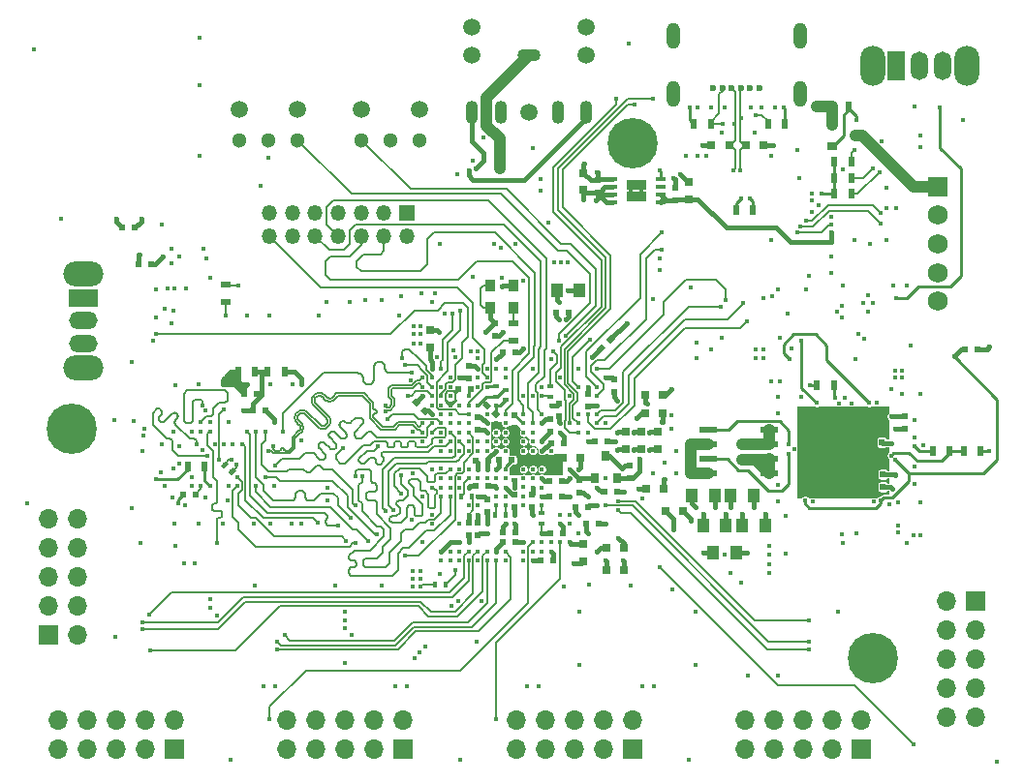
<source format=gbl>
G04 #@! TF.GenerationSoftware,KiCad,Pcbnew,(5.0.0)*
G04 #@! TF.CreationDate,2018-09-09T11:50:12+09:00*
G04 #@! TF.ProjectId,ZynqBoard2,5A796E71426F617264322E6B69636164,rev?*
G04 #@! TF.SameCoordinates,Original*
G04 #@! TF.FileFunction,Copper,L6,Bot,Signal*
G04 #@! TF.FilePolarity,Positive*
%FSLAX46Y46*%
G04 Gerber Fmt 4.6, Leading zero omitted, Abs format (unit mm)*
G04 Created by KiCad (PCBNEW (5.0.0)) date 09/09/18 11:50:12*
%MOMM*%
%LPD*%
G01*
G04 APERTURE LIST*
G04 #@! TA.AperFunction,SMDPad,CuDef*
%ADD10R,0.800000X0.750000*%
G04 #@! TD*
G04 #@! TA.AperFunction,SMDPad,CuDef*
%ADD11C,0.500000*%
G04 #@! TD*
G04 #@! TA.AperFunction,Conductor*
%ADD12C,0.100000*%
G04 #@! TD*
G04 #@! TA.AperFunction,SMDPad,CuDef*
%ADD13R,0.600000X0.400000*%
G04 #@! TD*
G04 #@! TA.AperFunction,SMDPad,CuDef*
%ADD14R,0.600000X0.500000*%
G04 #@! TD*
G04 #@! TA.AperFunction,SMDPad,CuDef*
%ADD15R,0.500000X0.600000*%
G04 #@! TD*
G04 #@! TA.AperFunction,SMDPad,CuDef*
%ADD16R,0.750000X0.800000*%
G04 #@! TD*
G04 #@! TA.AperFunction,SMDPad,CuDef*
%ADD17R,1.000000X1.250000*%
G04 #@! TD*
G04 #@! TA.AperFunction,SMDPad,CuDef*
%ADD18R,0.800000X0.800000*%
G04 #@! TD*
G04 #@! TA.AperFunction,ComponentPad*
%ADD19O,1.350000X1.350000*%
G04 #@! TD*
G04 #@! TA.AperFunction,ComponentPad*
%ADD20R,1.350000X1.350000*%
G04 #@! TD*
G04 #@! TA.AperFunction,ComponentPad*
%ADD21C,1.750000*%
G04 #@! TD*
G04 #@! TA.AperFunction,ComponentPad*
%ADD22R,1.750000X1.750000*%
G04 #@! TD*
G04 #@! TA.AperFunction,ComponentPad*
%ADD23C,0.600000*%
G04 #@! TD*
G04 #@! TA.AperFunction,ComponentPad*
%ADD24O,1.200000X2.300000*%
G04 #@! TD*
G04 #@! TA.AperFunction,ComponentPad*
%ADD25C,1.500000*%
G04 #@! TD*
G04 #@! TA.AperFunction,ComponentPad*
%ADD26O,2.000000X1.100000*%
G04 #@! TD*
G04 #@! TA.AperFunction,ComponentPad*
%ADD27O,1.100000X2.000000*%
G04 #@! TD*
G04 #@! TA.AperFunction,SMDPad,CuDef*
%ADD28R,0.900000X1.000000*%
G04 #@! TD*
G04 #@! TA.AperFunction,ComponentPad*
%ADD29O,1.700000X1.700000*%
G04 #@! TD*
G04 #@! TA.AperFunction,ComponentPad*
%ADD30R,1.700000X1.700000*%
G04 #@! TD*
G04 #@! TA.AperFunction,SMDPad,CuDef*
%ADD31R,1.550000X0.600000*%
G04 #@! TD*
G04 #@! TA.AperFunction,SMDPad,CuDef*
%ADD32R,0.900000X0.800000*%
G04 #@! TD*
G04 #@! TA.AperFunction,SMDPad,CuDef*
%ADD33R,0.500000X0.900000*%
G04 #@! TD*
G04 #@! TA.AperFunction,SMDPad,CuDef*
%ADD34R,0.900000X0.500000*%
G04 #@! TD*
G04 #@! TA.AperFunction,ComponentPad*
%ADD35O,3.500000X2.200000*%
G04 #@! TD*
G04 #@! TA.AperFunction,ComponentPad*
%ADD36O,2.500000X1.500000*%
G04 #@! TD*
G04 #@! TA.AperFunction,ComponentPad*
%ADD37R,2.500000X1.500000*%
G04 #@! TD*
G04 #@! TA.AperFunction,ComponentPad*
%ADD38R,1.500000X2.500000*%
G04 #@! TD*
G04 #@! TA.AperFunction,ComponentPad*
%ADD39O,1.500000X2.500000*%
G04 #@! TD*
G04 #@! TA.AperFunction,ComponentPad*
%ADD40O,2.200000X3.500000*%
G04 #@! TD*
G04 #@! TA.AperFunction,SMDPad,CuDef*
%ADD41R,0.840000X0.940000*%
G04 #@! TD*
G04 #@! TA.AperFunction,SMDPad,CuDef*
%ADD42R,0.890000X0.420000*%
G04 #@! TD*
G04 #@! TA.AperFunction,SMDPad,CuDef*
%ADD43R,0.800000X0.900000*%
G04 #@! TD*
G04 #@! TA.AperFunction,ComponentPad*
%ADD44C,1.300000*%
G04 #@! TD*
G04 #@! TA.AperFunction,SMDPad,CuDef*
%ADD45C,0.400000*%
G04 #@! TD*
G04 #@! TA.AperFunction,SMDPad,CuDef*
%ADD46R,0.400000X0.600000*%
G04 #@! TD*
G04 #@! TA.AperFunction,ComponentPad*
%ADD47C,4.400000*%
G04 #@! TD*
G04 #@! TA.AperFunction,ViaPad*
%ADD48C,0.450000*%
G04 #@! TD*
G04 #@! TA.AperFunction,Conductor*
%ADD49C,0.210000*%
G04 #@! TD*
G04 #@! TA.AperFunction,Conductor*
%ADD50C,0.400000*%
G04 #@! TD*
G04 #@! TA.AperFunction,Conductor*
%ADD51C,0.250000*%
G04 #@! TD*
G04 #@! TA.AperFunction,Conductor*
%ADD52C,0.150000*%
G04 #@! TD*
G04 #@! TA.AperFunction,Conductor*
%ADD53C,0.200000*%
G04 #@! TD*
G04 #@! TA.AperFunction,Conductor*
%ADD54C,1.000000*%
G04 #@! TD*
G04 #@! TA.AperFunction,Conductor*
%ADD55C,0.145000*%
G04 #@! TD*
G04 APERTURE END LIST*
D10*
G04 #@! TO.P,C70,2*
G04 #@! TO.N,GND*
X85250000Y-106400000D03*
G04 #@! TO.P,C70,1*
G04 #@! TO.N,+3V3*
X83750000Y-106400000D03*
G04 #@! TD*
D11*
G04 #@! TO.P,C65,1*
G04 #@! TO.N,+1V35*
X67111091Y-93611091D03*
D12*
G04 #@! TD*
G04 #@! TO.N,+1V35*
G04 #@! TO.C,C65*
G36*
X66722182Y-93575736D02*
X67075736Y-93222182D01*
X67500000Y-93646446D01*
X67146446Y-94000000D01*
X66722182Y-93575736D01*
X66722182Y-93575736D01*
G37*
D11*
G04 #@! TO.P,C65,2*
G04 #@! TO.N,GND*
X67888909Y-94388909D03*
D12*
G04 #@! TD*
G04 #@! TO.N,GND*
G04 #@! TO.C,C65*
G36*
X67500000Y-94353554D02*
X67853554Y-94000000D01*
X68277818Y-94424264D01*
X67924264Y-94777818D01*
X67500000Y-94353554D01*
X67500000Y-94353554D01*
G37*
D13*
G04 #@! TO.P,R24,1*
G04 #@! TO.N,+1V8*
X74100000Y-92250000D03*
G04 #@! TO.P,R24,2*
G04 #@! TO.N,/SD/VREF0V9*
X74100000Y-93150000D03*
G04 #@! TD*
D14*
G04 #@! TO.P,C1,1*
G04 #@! TO.N,+1V35*
X46750000Y-101700000D03*
G04 #@! TO.P,C1,2*
G04 #@! TO.N,/DDR/DDR_VREF*
X47850000Y-101700000D03*
G04 #@! TD*
G04 #@! TO.P,C2,1*
G04 #@! TO.N,/DDR/DDR_VREF*
X52850000Y-94400000D03*
G04 #@! TO.P,C2,2*
G04 #@! TO.N,GND*
X53950000Y-94400000D03*
G04 #@! TD*
G04 #@! TO.P,C3,1*
G04 #@! TO.N,/DDR/DDR_VREF*
X72350000Y-101000000D03*
G04 #@! TO.P,C3,2*
G04 #@! TO.N,GND*
X73450000Y-101000000D03*
G04 #@! TD*
G04 #@! TO.P,C23,1*
G04 #@! TO.N,/DDR/DDR_VREF*
X53200000Y-92900000D03*
G04 #@! TO.P,C23,2*
G04 #@! TO.N,GND*
X52100000Y-92900000D03*
G04 #@! TD*
D15*
G04 #@! TO.P,C26,1*
G04 #@! TO.N,+1V0*
X73300000Y-102150000D03*
G04 #@! TO.P,C26,2*
G04 #@! TO.N,GND*
X73300000Y-103250000D03*
G04 #@! TD*
G04 #@! TO.P,C27,1*
G04 #@! TO.N,+1V0*
X72500000Y-94950000D03*
G04 #@! TO.P,C27,2*
G04 #@! TO.N,GND*
X72500000Y-96050000D03*
G04 #@! TD*
D14*
G04 #@! TO.P,C28,1*
G04 #@! TO.N,+1V0*
X83550000Y-101500000D03*
G04 #@! TO.P,C28,2*
G04 #@! TO.N,GND*
X84650000Y-101500000D03*
G04 #@! TD*
G04 #@! TO.P,C29,1*
G04 #@! TO.N,+1V0*
X78750000Y-100500000D03*
G04 #@! TO.P,C29,2*
G04 #@! TO.N,GND*
X79850000Y-100500000D03*
G04 #@! TD*
G04 #@! TO.P,C30,1*
G04 #@! TO.N,+1V0*
X78750000Y-101900000D03*
G04 #@! TO.P,C30,2*
G04 #@! TO.N,GND*
X79850000Y-101900000D03*
G04 #@! TD*
D15*
G04 #@! TO.P,C31,1*
G04 #@! TO.N,+1V0*
X77200000Y-101750000D03*
G04 #@! TO.P,C31,2*
G04 #@! TO.N,GND*
X77200000Y-102850000D03*
G04 #@! TD*
D14*
G04 #@! TO.P,C32,1*
G04 #@! TO.N,+1V0*
X78950000Y-97200000D03*
G04 #@! TO.P,C32,2*
G04 #@! TO.N,GND*
X80050000Y-97200000D03*
G04 #@! TD*
D15*
G04 #@! TO.P,C45,1*
G04 #@! TO.N,+3V3*
X71700000Y-91550000D03*
G04 #@! TO.P,C45,2*
G04 #@! TO.N,GND*
X71700000Y-90450000D03*
G04 #@! TD*
D14*
G04 #@! TO.P,C46,1*
G04 #@! TO.N,+1V0*
X82750000Y-97100000D03*
G04 #@! TO.P,C46,2*
G04 #@! TO.N,GND*
X83850000Y-97100000D03*
G04 #@! TD*
G04 #@! TO.P,C51,1*
G04 #@! TO.N,+1V8*
X74650000Y-89300000D03*
G04 #@! TO.P,C51,2*
G04 #@! TO.N,GND*
X75750000Y-89300000D03*
G04 #@! TD*
D15*
G04 #@! TO.P,C53,1*
G04 #@! TO.N,+3V3*
X71700000Y-105250000D03*
G04 #@! TO.P,C53,2*
G04 #@! TO.N,GND*
X71700000Y-104150000D03*
G04 #@! TD*
G04 #@! TO.P,C54,1*
G04 #@! TO.N,+3V3*
X72500000Y-104150000D03*
G04 #@! TO.P,C54,2*
G04 #@! TO.N,GND*
X72500000Y-105250000D03*
G04 #@! TD*
D14*
G04 #@! TO.P,C55,1*
G04 #@! TO.N,+3V3*
X74650000Y-105900000D03*
G04 #@! TO.P,C55,2*
G04 #@! TO.N,GND*
X75750000Y-105900000D03*
G04 #@! TD*
G04 #@! TO.P,C56,1*
G04 #@! TO.N,+3V3*
X74650000Y-105000000D03*
G04 #@! TO.P,C56,2*
G04 #@! TO.N,GND*
X75750000Y-105000000D03*
G04 #@! TD*
G04 #@! TO.P,C62,1*
G04 #@! TO.N,+1V35*
X70750000Y-92500000D03*
G04 #@! TO.P,C62,2*
G04 #@! TO.N,GND*
X71850000Y-92500000D03*
G04 #@! TD*
G04 #@! TO.P,C66,1*
G04 #@! TO.N,+3V3*
X78850000Y-105100000D03*
G04 #@! TO.P,C66,2*
G04 #@! TO.N,GND*
X79950000Y-105100000D03*
G04 #@! TD*
G04 #@! TO.P,C67,1*
G04 #@! TO.N,+3V3*
X81050000Y-102800000D03*
G04 #@! TO.P,C67,2*
G04 #@! TO.N,GND*
X82150000Y-102800000D03*
G04 #@! TD*
G04 #@! TO.P,C68,1*
G04 #@! TO.N,+3V3*
X83050000Y-104300000D03*
G04 #@! TO.P,C68,2*
G04 #@! TO.N,GND*
X81950000Y-104300000D03*
G04 #@! TD*
G04 #@! TO.P,C69,1*
G04 #@! TO.N,+3V3*
X77950000Y-107500000D03*
G04 #@! TO.P,C69,2*
G04 #@! TO.N,GND*
X79050000Y-107500000D03*
G04 #@! TD*
D15*
G04 #@! TO.P,C74,1*
G04 #@! TO.N,Net-(C73-Pad1)*
X75700000Y-95850000D03*
G04 #@! TO.P,C74,2*
G04 #@! TO.N,GND*
X75700000Y-94750000D03*
G04 #@! TD*
G04 #@! TO.P,C75,1*
G04 #@! TO.N,+3V3*
X82100000Y-92950000D03*
G04 #@! TO.P,C75,2*
G04 #@! TO.N,GND*
X82100000Y-94050000D03*
G04 #@! TD*
G04 #@! TO.P,C76,1*
G04 #@! TO.N,+3V3*
X79600000Y-93750000D03*
G04 #@! TO.P,C76,2*
G04 #@! TO.N,GND*
X79600000Y-94850000D03*
G04 #@! TD*
G04 #@! TO.P,C77,1*
G04 #@! TO.N,+3V3*
X84400000Y-92750000D03*
G04 #@! TO.P,C77,2*
G04 #@! TO.N,GND*
X84400000Y-91650000D03*
G04 #@! TD*
G04 #@! TO.P,C82,1*
G04 #@! TO.N,XADC_1V8*
X78800000Y-96250000D03*
G04 #@! TO.P,C82,2*
G04 #@! TO.N,GND*
X78800000Y-95150000D03*
G04 #@! TD*
D14*
G04 #@! TO.P,C83,1*
G04 #@! TO.N,XADC_1V25*
X75450000Y-98700000D03*
G04 #@! TO.P,C83,2*
G04 #@! TO.N,GND*
X74350000Y-98700000D03*
G04 #@! TD*
D15*
G04 #@! TO.P,C84,1*
G04 #@! TO.N,+3V3*
X74000000Y-86750000D03*
G04 #@! TO.P,C84,2*
G04 #@! TO.N,GND*
X74000000Y-87850000D03*
G04 #@! TD*
D14*
G04 #@! TO.P,C86,1*
G04 #@! TO.N,+3V3*
X42850000Y-81600000D03*
G04 #@! TO.P,C86,2*
G04 #@! TO.N,GND*
X43950000Y-81600000D03*
G04 #@! TD*
G04 #@! TO.P,C87,1*
G04 #@! TO.N,+3V3*
X41450000Y-78400000D03*
G04 #@! TO.P,C87,2*
G04 #@! TO.N,GND*
X42550000Y-78400000D03*
G04 #@! TD*
D11*
G04 #@! TO.P,C88,1*
G04 #@! TO.N,/SD/VREF0V9*
X73311091Y-93911091D03*
D12*
G04 #@! TD*
G04 #@! TO.N,/SD/VREF0V9*
G04 #@! TO.C,C88*
G36*
X72922182Y-93875736D02*
X73275736Y-93522182D01*
X73700000Y-93946446D01*
X73346446Y-94300000D01*
X72922182Y-93875736D01*
X72922182Y-93875736D01*
G37*
D11*
G04 #@! TO.P,C88,2*
G04 #@! TO.N,GND*
X74088909Y-94688909D03*
D12*
G04 #@! TD*
G04 #@! TO.N,GND*
G04 #@! TO.C,C88*
G36*
X73700000Y-94653554D02*
X74053554Y-94300000D01*
X74477818Y-94724264D01*
X74124264Y-95077818D01*
X73700000Y-94653554D01*
X73700000Y-94653554D01*
G37*
D15*
G04 #@! TO.P,C96,1*
G04 #@! TO.N,+3V3*
X107800000Y-97150000D03*
G04 #@! TO.P,C96,2*
G04 #@! TO.N,GND*
X107800000Y-96050000D03*
G04 #@! TD*
G04 #@! TO.P,C106,1*
G04 #@! TO.N,Net-(C106-Pad1)*
X107900000Y-101050000D03*
G04 #@! TO.P,C106,2*
G04 #@! TO.N,Net-(C106-Pad2)*
X107900000Y-99950000D03*
G04 #@! TD*
G04 #@! TO.P,C111,1*
G04 #@! TO.N,Net-(C111-Pad1)*
X109800000Y-94850000D03*
G04 #@! TO.P,C111,2*
G04 #@! TO.N,Net-(C111-Pad2)*
X109800000Y-95950000D03*
G04 #@! TD*
G04 #@! TO.P,C115,1*
G04 #@! TO.N,+5V*
X89750593Y-75990976D03*
G04 #@! TO.P,C115,2*
G04 #@! TO.N,GND*
X89750593Y-74890976D03*
G04 #@! TD*
G04 #@! TO.P,C116,1*
G04 #@! TO.N,HP_3V3*
X82950593Y-75290976D03*
G04 #@! TO.P,C116,2*
G04 #@! TO.N,GND*
X82950593Y-74190976D03*
G04 #@! TD*
D14*
G04 #@! TO.P,C118,1*
G04 #@! TO.N,Net-(C118-Pad1)*
X115050000Y-89000000D03*
G04 #@! TO.P,C118,2*
G04 #@! TO.N,GND*
X116150000Y-89000000D03*
G04 #@! TD*
D15*
G04 #@! TO.P,C119,1*
G04 #@! TO.N,XADC_1V8*
X85800000Y-100250000D03*
G04 #@! TO.P,C119,2*
G04 #@! TO.N,GND*
X85800000Y-99150000D03*
G04 #@! TD*
G04 #@! TO.P,C120,1*
G04 #@! TO.N,XADC_1V25*
X81400000Y-100450000D03*
G04 #@! TO.P,C120,2*
G04 #@! TO.N,GND*
X81400000Y-101550000D03*
G04 #@! TD*
D16*
G04 #@! TO.P,C25,1*
G04 #@! TO.N,+1V0*
X85400000Y-96250000D03*
G04 #@! TO.P,C25,2*
G04 #@! TO.N,GND*
X85400000Y-97750000D03*
G04 #@! TD*
G04 #@! TO.P,C33,1*
G04 #@! TO.N,+1V0*
X86800000Y-96250000D03*
G04 #@! TO.P,C33,2*
G04 #@! TO.N,GND*
X86800000Y-97750000D03*
G04 #@! TD*
G04 #@! TO.P,C34,2*
G04 #@! TO.N,GND*
X88200000Y-96250000D03*
G04 #@! TO.P,C34,1*
G04 #@! TO.N,+1V0*
X88200000Y-97750000D03*
G04 #@! TD*
D14*
G04 #@! TO.P,C38,2*
G04 #@! TO.N,GND*
X72350000Y-98800000D03*
G04 #@! TO.P,C38,1*
G04 #@! TO.N,+1V8*
X73450000Y-98800000D03*
G04 #@! TD*
D15*
G04 #@! TO.P,C39,1*
G04 #@! TO.N,+1V8*
X75700000Y-101750000D03*
G04 #@! TO.P,C39,2*
G04 #@! TO.N,GND*
X75700000Y-102850000D03*
G04 #@! TD*
D14*
G04 #@! TO.P,C40,2*
G04 #@! TO.N,GND*
X80450000Y-85800000D03*
G04 #@! TO.P,C40,1*
G04 #@! TO.N,+1V8*
X79350000Y-85800000D03*
G04 #@! TD*
D17*
G04 #@! TO.P,C42,2*
G04 #@! TO.N,GND*
X81400000Y-83900000D03*
G04 #@! TO.P,C42,1*
G04 #@! TO.N,+1V8*
X79400000Y-83900000D03*
G04 #@! TD*
G04 #@! TO.P,C43,2*
G04 #@! TO.N,GND*
X93200000Y-101800000D03*
G04 #@! TO.P,C43,1*
G04 #@! TO.N,+3V3*
X91200000Y-101800000D03*
G04 #@! TD*
D16*
G04 #@! TO.P,C44,1*
G04 #@! TO.N,+3V3*
X68300000Y-88850000D03*
G04 #@! TO.P,C44,2*
G04 #@! TO.N,GND*
X68300000Y-87350000D03*
G04 #@! TD*
D10*
G04 #@! TO.P,C47,2*
G04 #@! TO.N,GND*
X88750000Y-101200000D03*
G04 #@! TO.P,C47,1*
G04 #@! TO.N,+1V0*
X87250000Y-101200000D03*
G04 #@! TD*
D17*
G04 #@! TO.P,C52,2*
G04 #@! TO.N,GND*
X96600000Y-101800000D03*
G04 #@! TO.P,C52,1*
G04 #@! TO.N,+3V3*
X94600000Y-101800000D03*
G04 #@! TD*
D10*
G04 #@! TO.P,C57,2*
G04 #@! TO.N,GND*
X85250000Y-108300000D03*
G04 #@! TO.P,C57,1*
G04 #@! TO.N,+3V3*
X83750000Y-108300000D03*
G04 #@! TD*
G04 #@! TO.P,C58,2*
G04 #@! TO.N,GND*
X90450000Y-103200000D03*
G04 #@! TO.P,C58,1*
G04 #@! TO.N,+3V3*
X88950000Y-103200000D03*
G04 #@! TD*
D17*
G04 #@! TO.P,C59,2*
G04 #@! TO.N,GND*
X95100000Y-106800000D03*
G04 #@! TO.P,C59,1*
G04 #@! TO.N,+3V3*
X93100000Y-106800000D03*
G04 #@! TD*
D16*
G04 #@! TO.P,C71,1*
G04 #@! TO.N,+3V3*
X81700000Y-106050000D03*
G04 #@! TO.P,C71,2*
G04 #@! TO.N,GND*
X81700000Y-107550000D03*
G04 #@! TD*
D17*
G04 #@! TO.P,C72,2*
G04 #@! TO.N,GND*
X94200000Y-104400000D03*
G04 #@! TO.P,C72,1*
G04 #@! TO.N,+3V3*
X92200000Y-104400000D03*
G04 #@! TD*
D10*
G04 #@! TO.P,C73,2*
G04 #@! TO.N,GND*
X81450000Y-98500000D03*
G04 #@! TO.P,C73,1*
G04 #@! TO.N,Net-(C73-Pad1)*
X79950000Y-98500000D03*
G04 #@! TD*
G04 #@! TO.P,C79,1*
G04 #@! TO.N,+3V3*
X87150000Y-94600000D03*
G04 #@! TO.P,C79,2*
G04 #@! TO.N,GND*
X88650000Y-94600000D03*
G04 #@! TD*
G04 #@! TO.P,C80,2*
G04 #@! TO.N,GND*
X88650000Y-93000000D03*
G04 #@! TO.P,C80,1*
G04 #@! TO.N,+3V3*
X87150000Y-93000000D03*
G04 #@! TD*
D17*
G04 #@! TO.P,C81,1*
G04 #@! TO.N,+3V3*
X95600000Y-104400000D03*
G04 #@! TO.P,C81,2*
G04 #@! TO.N,GND*
X97600000Y-104400000D03*
G04 #@! TD*
D16*
G04 #@! TO.P,C114,1*
G04 #@! TO.N,+5V*
X90950593Y-75890976D03*
G04 #@! TO.P,C114,2*
G04 #@! TO.N,GND*
X90950593Y-74390976D03*
G04 #@! TD*
G04 #@! TO.P,C117,2*
G04 #@! TO.N,GND*
X81750593Y-73590976D03*
G04 #@! TO.P,C117,1*
G04 #@! TO.N,HP_3V3*
X81750593Y-75090976D03*
G04 #@! TD*
D18*
G04 #@! TO.P,D2,2*
G04 #@! TO.N,GND*
X92900000Y-71200000D03*
G04 #@! TO.P,D2,1*
G04 #@! TO.N,/USB/DP*
X94500000Y-71200000D03*
G04 #@! TD*
G04 #@! TO.P,D3,1*
G04 #@! TO.N,/USB/DM*
X95900000Y-71200000D03*
G04 #@! TO.P,D3,2*
G04 #@! TO.N,GND*
X97500000Y-71200000D03*
G04 #@! TD*
D19*
G04 #@! TO.P,J1,14*
G04 #@! TO.N,PS_SRST_B*
X54300000Y-79100000D03*
G04 #@! TO.P,J1,13*
G04 #@! TO.N,GND*
X54300000Y-77100000D03*
G04 #@! TO.P,J1,12*
G04 #@! TO.N,N/C*
X56300000Y-79100000D03*
G04 #@! TO.P,J1,11*
G04 #@! TO.N,GND*
X56300000Y-77100000D03*
G04 #@! TO.P,J1,10*
G04 #@! TO.N,/Config/TDI*
X58300000Y-79100000D03*
G04 #@! TO.P,J1,9*
G04 #@! TO.N,GND*
X58300000Y-77100000D03*
G04 #@! TO.P,J1,8*
G04 #@! TO.N,/Config/TDO*
X60300000Y-79100000D03*
G04 #@! TO.P,J1,7*
G04 #@! TO.N,GND*
X60300000Y-77100000D03*
G04 #@! TO.P,J1,6*
G04 #@! TO.N,/Config/TCK*
X62300000Y-79100000D03*
G04 #@! TO.P,J1,5*
G04 #@! TO.N,GND*
X62300000Y-77100000D03*
G04 #@! TO.P,J1,4*
G04 #@! TO.N,/Config/TMS*
X64300000Y-79100000D03*
G04 #@! TO.P,J1,3*
G04 #@! TO.N,GND*
X64300000Y-77100000D03*
G04 #@! TO.P,J1,2*
G04 #@! TO.N,+3V3*
X66300000Y-79100000D03*
D20*
G04 #@! TO.P,J1,1*
G04 #@! TO.N,GND*
X66300000Y-77100000D03*
G04 #@! TD*
D21*
G04 #@! TO.P,J3,5*
G04 #@! TO.N,VIN*
X112700000Y-84800000D03*
G04 #@! TO.P,J3,4*
X112700000Y-82300000D03*
G04 #@! TO.P,J3,3*
G04 #@! TO.N,GND*
X112700000Y-79800000D03*
G04 #@! TO.P,J3,2*
X112700000Y-77300000D03*
D22*
G04 #@! TO.P,J3,1*
G04 #@! TO.N,Net-(J3-Pad1)*
X112700000Y-74800000D03*
G04 #@! TD*
D23*
G04 #@! TO.P,J4,B6*
G04 #@! TO.N,/USB/DP*
X94700000Y-66200000D03*
G04 #@! TO.P,J4,B5*
G04 #@! TO.N,Net-(J4-PadB5)*
X93900000Y-66200000D03*
G04 #@! TO.P,J4,B4*
G04 #@! TO.N,Net-(C121-Pad1)*
X93100000Y-66200000D03*
G04 #@! TO.P,J4,B7*
G04 #@! TO.N,/USB/DM*
X95500000Y-66200000D03*
G04 #@! TO.P,J4,B8*
G04 #@! TO.N,N/C*
X96300000Y-66200000D03*
G04 #@! TO.P,J4,B9*
G04 #@! TO.N,Net-(C121-Pad1)*
X97100000Y-66200000D03*
D24*
G04 #@! TO.P,J4,S1*
G04 #@! TO.N,GND*
X89550000Y-61600000D03*
X89550000Y-66650000D03*
X100650000Y-66650000D03*
X100650000Y-61600000D03*
G04 #@! TD*
D25*
G04 #@! TO.P,J5,*
G04 #@! TO.N,*
X72000000Y-60800000D03*
X82000000Y-60800000D03*
X72000000Y-63300000D03*
X82000000Y-63300000D03*
D26*
G04 #@! TO.P,J5,1*
G04 #@! TO.N,Net-(J5-Pad1)*
X77000000Y-63300000D03*
D27*
G04 #@! TO.P,J5,2*
G04 #@! TO.N,Net-(J5-Pad2)*
X82000000Y-68300000D03*
G04 #@! TO.P,J5,10*
G04 #@! TO.N,N/C*
X79500000Y-68300000D03*
G04 #@! TO.P,J5,11*
X74500000Y-68300000D03*
G04 #@! TO.P,J5,3*
G04 #@! TO.N,Net-(J5-Pad3)*
X72000000Y-68300000D03*
D25*
G04 #@! TO.P,J5,*
G04 #@! TO.N,*
X77000000Y-68300000D03*
G04 #@! TD*
D28*
G04 #@! TO.P,O1,2*
G04 #@! TO.N,GND*
X75650000Y-83450000D03*
G04 #@! TO.P,O1,1*
G04 #@! TO.N,+3V3*
X73550000Y-83450000D03*
G04 #@! TO.P,O1,3*
G04 #@! TO.N,Net-(O1-Pad3)*
X75650000Y-85350000D03*
G04 #@! TO.P,O1,4*
G04 #@! TO.N,+3V3*
X73550000Y-85350000D03*
G04 #@! TD*
D29*
G04 #@! TO.P,P1,10*
G04 #@! TO.N,GND*
X113460000Y-121160000D03*
G04 #@! TO.P,P1,9*
G04 #@! TO.N,Net-(P1-Pad9)*
X116000000Y-121160000D03*
G04 #@! TO.P,P1,8*
G04 #@! TO.N,/I/F/1_HTXD*
X113460000Y-118620000D03*
G04 #@! TO.P,P1,7*
G04 #@! TO.N,/I/F/1_HRXD*
X116000000Y-118620000D03*
G04 #@! TO.P,P1,6*
G04 #@! TO.N,/I/F/1_HSCK*
X113460000Y-116080000D03*
G04 #@! TO.P,P1,5*
G04 #@! TO.N,/I/F/1_STXD*
X116000000Y-116080000D03*
G04 #@! TO.P,P1,4*
G04 #@! TO.N,/I/F/1_SRXD*
X113460000Y-113540000D03*
G04 #@! TO.P,P1,3*
G04 #@! TO.N,/I/F/1_SSCK*
X116000000Y-113540000D03*
G04 #@! TO.P,P1,2*
G04 #@! TO.N,GND*
X113460000Y-111000000D03*
D30*
G04 #@! TO.P,P1,1*
G04 #@! TO.N,+5V*
X116000000Y-111000000D03*
G04 #@! TD*
G04 #@! TO.P,P2,1*
G04 #@! TO.N,+5V*
X106000000Y-124000000D03*
D29*
G04 #@! TO.P,P2,2*
G04 #@! TO.N,GND*
X106000000Y-121460000D03*
G04 #@! TO.P,P2,3*
G04 #@! TO.N,/I/F/2_SSCK*
X103460000Y-124000000D03*
G04 #@! TO.P,P2,4*
G04 #@! TO.N,/I/F/2_SRXD*
X103460000Y-121460000D03*
G04 #@! TO.P,P2,5*
G04 #@! TO.N,/I/F/2_STXD*
X100920000Y-124000000D03*
G04 #@! TO.P,P2,6*
G04 #@! TO.N,/I/F/2_HSCK*
X100920000Y-121460000D03*
G04 #@! TO.P,P2,7*
G04 #@! TO.N,/I/F/2_HRXD*
X98380000Y-124000000D03*
G04 #@! TO.P,P2,8*
G04 #@! TO.N,/I/F/2_HTXD*
X98380000Y-121460000D03*
G04 #@! TO.P,P2,9*
G04 #@! TO.N,Net-(P2-Pad9)*
X95840000Y-124000000D03*
G04 #@! TO.P,P2,10*
G04 #@! TO.N,GND*
X95840000Y-121460000D03*
G04 #@! TD*
G04 #@! TO.P,P3,10*
G04 #@! TO.N,GND*
X75840000Y-121460000D03*
G04 #@! TO.P,P3,9*
G04 #@! TO.N,Net-(P3-Pad9)*
X75840000Y-124000000D03*
G04 #@! TO.P,P3,8*
G04 #@! TO.N,/I/F/3_HTXD*
X78380000Y-121460000D03*
G04 #@! TO.P,P3,7*
G04 #@! TO.N,/I/F/3_HRXD*
X78380000Y-124000000D03*
G04 #@! TO.P,P3,6*
G04 #@! TO.N,/I/F/3_HSCK*
X80920000Y-121460000D03*
G04 #@! TO.P,P3,5*
G04 #@! TO.N,/I/F/3_STXD*
X80920000Y-124000000D03*
G04 #@! TO.P,P3,4*
G04 #@! TO.N,/I/F/3_SRXD*
X83460000Y-121460000D03*
G04 #@! TO.P,P3,3*
G04 #@! TO.N,/I/F/3_SSCK*
X83460000Y-124000000D03*
G04 #@! TO.P,P3,2*
G04 #@! TO.N,GND*
X86000000Y-121460000D03*
D30*
G04 #@! TO.P,P3,1*
G04 #@! TO.N,+5V*
X86000000Y-124000000D03*
G04 #@! TD*
G04 #@! TO.P,P4,1*
G04 #@! TO.N,+5V*
X66000000Y-124000000D03*
D29*
G04 #@! TO.P,P4,2*
G04 #@! TO.N,GND*
X66000000Y-121460000D03*
G04 #@! TO.P,P4,3*
G04 #@! TO.N,/I/F/4_SSCK*
X63460000Y-124000000D03*
G04 #@! TO.P,P4,4*
G04 #@! TO.N,/I/F/4_SRXD*
X63460000Y-121460000D03*
G04 #@! TO.P,P4,5*
G04 #@! TO.N,/I/F/4_STXD*
X60920000Y-124000000D03*
G04 #@! TO.P,P4,6*
G04 #@! TO.N,/I/F/4_HSCK*
X60920000Y-121460000D03*
G04 #@! TO.P,P4,7*
G04 #@! TO.N,/I/F/4_HRXD*
X58380000Y-124000000D03*
G04 #@! TO.P,P4,8*
G04 #@! TO.N,/I/F/4_HTXD*
X58380000Y-121460000D03*
G04 #@! TO.P,P4,9*
G04 #@! TO.N,Net-(P4-Pad9)*
X55840000Y-124000000D03*
G04 #@! TO.P,P4,10*
G04 #@! TO.N,GND*
X55840000Y-121460000D03*
G04 #@! TD*
D30*
G04 #@! TO.P,P5,1*
G04 #@! TO.N,+5V*
X46000000Y-124000000D03*
D29*
G04 #@! TO.P,P5,2*
G04 #@! TO.N,GND*
X46000000Y-121460000D03*
G04 #@! TO.P,P5,3*
G04 #@! TO.N,/I/F/5_SSCK*
X43460000Y-124000000D03*
G04 #@! TO.P,P5,4*
G04 #@! TO.N,/I/F/5_SRXD*
X43460000Y-121460000D03*
G04 #@! TO.P,P5,5*
G04 #@! TO.N,/I/F/5_STXD*
X40920000Y-124000000D03*
G04 #@! TO.P,P5,6*
G04 #@! TO.N,/I/F/5_HSCK*
X40920000Y-121460000D03*
G04 #@! TO.P,P5,7*
G04 #@! TO.N,/I/F/5_HRXD*
X38380000Y-124000000D03*
G04 #@! TO.P,P5,8*
G04 #@! TO.N,/I/F/5_HTXD*
X38380000Y-121460000D03*
G04 #@! TO.P,P5,9*
G04 #@! TO.N,Net-(P5-Pad9)*
X35840000Y-124000000D03*
G04 #@! TO.P,P5,10*
G04 #@! TO.N,GND*
X35840000Y-121460000D03*
G04 #@! TD*
G04 #@! TO.P,P6,10*
G04 #@! TO.N,GND*
X37540000Y-103840000D03*
G04 #@! TO.P,P6,9*
G04 #@! TO.N,Net-(P6-Pad9)*
X35000000Y-103840000D03*
G04 #@! TO.P,P6,8*
G04 #@! TO.N,/I/F/6_HTXD*
X37540000Y-106380000D03*
G04 #@! TO.P,P6,7*
G04 #@! TO.N,/I/F/6_HRXD*
X35000000Y-106380000D03*
G04 #@! TO.P,P6,6*
G04 #@! TO.N,/I/F/6_HSCK*
X37540000Y-108920000D03*
G04 #@! TO.P,P6,5*
G04 #@! TO.N,/I/F/6_STXD*
X35000000Y-108920000D03*
G04 #@! TO.P,P6,4*
G04 #@! TO.N,/I/F/6_SRXD*
X37540000Y-111460000D03*
G04 #@! TO.P,P6,3*
G04 #@! TO.N,/I/F/6_SSCK*
X35000000Y-111460000D03*
G04 #@! TO.P,P6,2*
G04 #@! TO.N,GND*
X37540000Y-114000000D03*
D30*
G04 #@! TO.P,P6,1*
G04 #@! TO.N,+5V*
X35000000Y-114000000D03*
G04 #@! TD*
D31*
G04 #@! TO.P,Q1,8*
G04 #@! TO.N,Net-(C93-Pad2)*
X98000000Y-99905000D03*
G04 #@! TO.P,Q1,7*
X98000000Y-98635000D03*
G04 #@! TO.P,Q1,6*
G04 #@! TO.N,Net-(C100-Pad1)*
X98000000Y-97365000D03*
G04 #@! TO.P,Q1,5*
X98000000Y-96095000D03*
G04 #@! TO.P,Q1,4*
G04 #@! TO.N,Net-(Q1-Pad4)*
X92600000Y-96095000D03*
G04 #@! TO.P,Q1,3*
G04 #@! TO.N,GND*
X92600000Y-97365000D03*
G04 #@! TO.P,Q1,2*
G04 #@! TO.N,Net-(Q1-Pad2)*
X92600000Y-98635000D03*
G04 #@! TO.P,Q1,1*
G04 #@! TO.N,GND*
X92600000Y-99905000D03*
G04 #@! TD*
D32*
G04 #@! TO.P,Q2,3*
G04 #@! TO.N,Net-(J3-Pad1)*
X105500000Y-70300000D03*
G04 #@! TO.P,Q2,2*
G04 #@! TO.N,Net-(C121-Pad1)*
X103500000Y-69350000D03*
G04 #@! TO.P,Q2,1*
G04 #@! TO.N,Net-(Q2-Pad1)*
X103500000Y-71250000D03*
G04 #@! TD*
D33*
G04 #@! TO.P,R3,1*
G04 #@! TO.N,Net-(R3-Pad1)*
X48650000Y-99300000D03*
G04 #@! TO.P,R3,2*
G04 #@! TO.N,GND*
X47150000Y-99300000D03*
G04 #@! TD*
G04 #@! TO.P,R6,2*
G04 #@! TO.N,/DDR/DDR_VREF*
X54150000Y-91000000D03*
G04 #@! TO.P,R6,1*
G04 #@! TO.N,+1V35*
X55650000Y-91000000D03*
G04 #@! TD*
G04 #@! TO.P,R7,1*
G04 #@! TO.N,/DDR/DDR_VREF*
X53050000Y-91000000D03*
G04 #@! TO.P,R7,2*
G04 #@! TO.N,GND*
X51550000Y-91000000D03*
G04 #@! TD*
D34*
G04 #@! TO.P,R19,2*
G04 #@! TO.N,/Config/PS_CLK*
X75600000Y-88250000D03*
G04 #@! TO.P,R19,1*
G04 #@! TO.N,Net-(O1-Pad3)*
X75600000Y-86750000D03*
G04 #@! TD*
G04 #@! TO.P,R23,2*
G04 #@! TO.N,/SD/SD_CD*
X50500000Y-83350000D03*
G04 #@! TO.P,R23,1*
G04 #@! TO.N,+1V8*
X50500000Y-84850000D03*
G04 #@! TD*
D33*
G04 #@! TO.P,R45,2*
G04 #@! TO.N,Net-(R45-Pad2)*
X113750000Y-97900000D03*
G04 #@! TO.P,R45,1*
G04 #@! TO.N,XADC_1V8*
X112250000Y-97900000D03*
G04 #@! TD*
G04 #@! TO.P,R46,2*
G04 #@! TO.N,GND*
X116450000Y-97900000D03*
G04 #@! TO.P,R46,1*
G04 #@! TO.N,Net-(R45-Pad2)*
X114950000Y-97900000D03*
G04 #@! TD*
G04 #@! TO.P,R52,2*
G04 #@! TO.N,Net-(Q2-Pad1)*
X104950000Y-67800000D03*
G04 #@! TO.P,R52,1*
G04 #@! TO.N,Net-(C121-Pad1)*
X103450000Y-67800000D03*
G04 #@! TD*
G04 #@! TO.P,R53,1*
G04 #@! TO.N,VBUS_0.5A*
X105150000Y-72600000D03*
G04 #@! TO.P,R53,2*
G04 #@! TO.N,+1V8*
X103650000Y-72600000D03*
G04 #@! TD*
G04 #@! TO.P,R54,1*
G04 #@! TO.N,VBUS_1.5A*
X105150000Y-74000000D03*
G04 #@! TO.P,R54,2*
G04 #@! TO.N,+1V8*
X103650000Y-74000000D03*
G04 #@! TD*
G04 #@! TO.P,R55,2*
G04 #@! TO.N,+1V8*
X103650000Y-75400000D03*
G04 #@! TO.P,R55,1*
G04 #@! TO.N,VBUS_3.0A*
X105150000Y-75400000D03*
G04 #@! TD*
G04 #@! TO.P,R61,2*
G04 #@! TO.N,GND*
X91350000Y-69300000D03*
G04 #@! TO.P,R61,1*
G04 #@! TO.N,Net-(J4-PadB5)*
X92850000Y-69300000D03*
G04 #@! TD*
G04 #@! TO.P,R62,1*
G04 #@! TO.N,Net-(J4-PadA5)*
X97850000Y-69300000D03*
G04 #@! TO.P,R62,2*
G04 #@! TO.N,GND*
X99350000Y-69300000D03*
G04 #@! TD*
G04 #@! TO.P,R64,1*
G04 #@! TO.N,GND*
X96550000Y-76800000D03*
G04 #@! TO.P,R64,2*
G04 #@! TO.N,Net-(R64-Pad2)*
X95050000Y-76800000D03*
G04 #@! TD*
D35*
G04 #@! TO.P,SW1,*
G04 #@! TO.N,*
X38000000Y-90600000D03*
X38000000Y-82400000D03*
D36*
G04 #@! TO.P,SW1,3*
G04 #@! TO.N,GND*
X38000000Y-88500000D03*
G04 #@! TO.P,SW1,2*
G04 #@! TO.N,Net-(R18-Pad2)*
X38000000Y-86500000D03*
D37*
G04 #@! TO.P,SW1,1*
G04 #@! TO.N,+3V3*
X38000000Y-84500000D03*
G04 #@! TD*
D38*
G04 #@! TO.P,SW2,1*
G04 #@! TO.N,N/C*
X109100000Y-64200000D03*
D39*
G04 #@! TO.P,SW2,2*
G04 #@! TO.N,/PowerSupply/SW_EN*
X111100000Y-64200000D03*
G04 #@! TO.P,SW2,3*
G04 #@! TO.N,GND*
X113100000Y-64200000D03*
D40*
G04 #@! TO.P,SW2,*
G04 #@! TO.N,*
X107000000Y-64200000D03*
X115200000Y-64200000D03*
G04 #@! TD*
D41*
G04 #@! TO.P,U6,9*
G04 #@! TO.N,GND*
X85930593Y-75610976D03*
X85930593Y-74670976D03*
X86770593Y-75610976D03*
X86770593Y-74670976D03*
D42*
G04 #@! TO.P,U6,8*
G04 #@! TO.N,+5V*
X88455593Y-76115976D03*
G04 #@! TO.P,U6,7*
X88455593Y-75465976D03*
G04 #@! TO.P,U6,6*
G04 #@! TO.N,N/C*
X88455593Y-74815976D03*
G04 #@! TO.P,U6,5*
G04 #@! TO.N,+3V3*
X88455593Y-74165976D03*
G04 #@! TO.P,U6,4*
G04 #@! TO.N,GND*
X84245593Y-74165976D03*
G04 #@! TO.P,U6,3*
G04 #@! TO.N,HP_3V3*
X84245593Y-74815976D03*
G04 #@! TO.P,U6,2*
X84245593Y-75465976D03*
G04 #@! TO.P,U6,1*
X84245593Y-76115976D03*
G04 #@! TD*
D43*
G04 #@! TO.P,U7,1*
G04 #@! TO.N,XADC_1V8*
X84650000Y-100300000D03*
G04 #@! TO.P,U7,2*
G04 #@! TO.N,XADC_1V25*
X82750000Y-100300000D03*
G04 #@! TO.P,U7,3*
G04 #@! TO.N,GND*
X83700000Y-98300000D03*
G04 #@! TD*
D44*
G04 #@! TO.P,U12,1*
G04 #@! TO.N,SPDIF_OUT*
X62360000Y-70700000D03*
G04 #@! TO.P,U12,2*
G04 #@! TO.N,+3V3*
X64900000Y-70700000D03*
G04 #@! TO.P,U12,3*
G04 #@! TO.N,GND*
X67440000Y-70700000D03*
D25*
G04 #@! TO.P,U12,5*
G04 #@! TO.N,N/C*
X67440000Y-68070000D03*
G04 #@! TO.P,U12,4*
X62360000Y-68070000D03*
G04 #@! TD*
G04 #@! TO.P,U13,4*
G04 #@! TO.N,N/C*
X51660000Y-68070000D03*
G04 #@! TO.P,U13,5*
X56740000Y-68070000D03*
D44*
G04 #@! TO.P,U13,3*
G04 #@! TO.N,SPDIF_IN*
X56740000Y-70700000D03*
G04 #@! TO.P,U13,2*
G04 #@! TO.N,GND*
X54200000Y-70700000D03*
G04 #@! TO.P,U13,1*
G04 #@! TO.N,Net-(C144-Pad1)*
X51660000Y-70700000D03*
G04 #@! TD*
D45*
G04 #@! TO.P,R1,2*
G04 #@! TO.N,/DDR/DDR_CK_N*
X50381802Y-99081802D03*
D12*
G04 #@! TD*
G04 #@! TO.N,/DDR/DDR_CK_N*
G04 #@! TO.C,R1*
G36*
X50735355Y-99011091D02*
X50311091Y-99435355D01*
X50028249Y-99152513D01*
X50452513Y-98728249D01*
X50735355Y-99011091D01*
X50735355Y-99011091D01*
G37*
D45*
G04 #@! TO.P,R1,1*
G04 #@! TO.N,/DDR/DDR_CK_P*
X51018198Y-99718198D03*
D12*
G04 #@! TD*
G04 #@! TO.N,/DDR/DDR_CK_P*
G04 #@! TO.C,R1*
G36*
X51371751Y-99647487D02*
X50947487Y-100071751D01*
X50664645Y-99788909D01*
X51088909Y-99364645D01*
X51371751Y-99647487D01*
X51371751Y-99647487D01*
G37*
D46*
G04 #@! TO.P,R4,2*
G04 #@! TO.N,GND*
X71950000Y-101900000D03*
G04 #@! TO.P,R4,1*
G04 #@! TO.N,Net-(R4-Pad1)*
X71050000Y-101900000D03*
G04 #@! TD*
G04 #@! TO.P,R5,1*
G04 #@! TO.N,Net-(R5-Pad1)*
X69650000Y-109600000D03*
G04 #@! TO.P,R5,2*
G04 #@! TO.N,+1V35*
X68750000Y-109600000D03*
G04 #@! TD*
D13*
G04 #@! TO.P,R21,2*
G04 #@! TO.N,Net-(R21-Pad2)*
X78800000Y-93150000D03*
G04 #@! TO.P,R21,1*
G04 #@! TO.N,/SD/SD_CLK*
X78800000Y-92250000D03*
G04 #@! TD*
D46*
G04 #@! TO.P,R11,2*
G04 #@! TO.N,Net-(R11-Pad2)*
X74950000Y-103500000D03*
G04 #@! TO.P,R11,1*
G04 #@! TO.N,+3V3*
X74050000Y-103500000D03*
G04 #@! TD*
D13*
G04 #@! TO.P,R12,1*
G04 #@! TO.N,Net-(R12-Pad1)*
X78100000Y-103350000D03*
G04 #@! TO.P,R12,2*
G04 #@! TO.N,+3V3*
X78100000Y-104250000D03*
G04 #@! TD*
G04 #@! TO.P,L1,2*
G04 #@! TO.N,Net-(C73-Pad1)*
X75700000Y-99550000D03*
G04 #@! TO.P,L1,1*
G04 #@! TO.N,+1V8*
X75700000Y-100450000D03*
G04 #@! TD*
G04 #@! TO.P,R25,1*
G04 #@! TO.N,/SD/VREF0V9*
X74900000Y-92550000D03*
G04 #@! TO.P,R25,2*
G04 #@! TO.N,GND*
X74900000Y-93450000D03*
G04 #@! TD*
D47*
G04 #@! TO.P,REF\002A\002A,1*
G04 #@! TO.N,N/C*
X86000000Y-71000000D03*
G04 #@! TD*
G04 #@! TO.P,REF\002A\002A,1*
G04 #@! TO.N,N/C*
X107000000Y-116000000D03*
G04 #@! TD*
G04 #@! TO.P,REF\002A\002A,1*
G04 #@! TO.N,N/C*
X37000000Y-96000000D03*
G04 #@! TD*
D11*
G04 #@! TO.P,C78,2*
G04 #@! TO.N,GND*
X84088909Y-88111091D03*
D12*
G04 #@! TD*
G04 #@! TO.N,GND*
G04 #@! TO.C,C78*
G36*
X84053554Y-88500000D02*
X83700000Y-88146446D01*
X84124264Y-87722182D01*
X84477818Y-88075736D01*
X84053554Y-88500000D01*
X84053554Y-88500000D01*
G37*
D11*
G04 #@! TO.P,C78,1*
G04 #@! TO.N,+3V3*
X83311091Y-88888909D03*
D12*
G04 #@! TD*
G04 #@! TO.N,+3V3*
G04 #@! TO.C,C78*
G36*
X83275736Y-89277818D02*
X82922182Y-88924264D01*
X83346446Y-88500000D01*
X83700000Y-88853554D01*
X83275736Y-89277818D01*
X83275736Y-89277818D01*
G37*
D33*
G04 #@! TO.P,R48,2*
G04 #@! TO.N,+3V3*
X102150000Y-92200000D03*
G04 #@! TO.P,R48,1*
G04 #@! TO.N,PG_ALL*
X103650000Y-92200000D03*
G04 #@! TD*
D48*
G04 #@! TO.N,/DDR/DDR_VREF*
X48300000Y-101000000D03*
X71700000Y-101100000D03*
X71700000Y-95500000D03*
X52000000Y-94400000D03*
G04 #@! TO.N,+1V35*
X67700000Y-101900000D03*
X70900000Y-100300000D03*
X71700000Y-97100000D03*
X70100000Y-93900000D03*
X67700000Y-93100000D03*
X69300000Y-96300000D03*
X66709096Y-103907472D03*
X46300008Y-102500000D03*
X59400000Y-101100000D03*
X66800000Y-96200000D03*
X56200000Y-104300000D03*
X67500000Y-88500000D03*
X67500000Y-87700000D03*
X66900000Y-87000000D03*
X66900000Y-87700000D03*
X66900000Y-88500000D03*
X66800000Y-108400000D03*
X66800000Y-109100000D03*
X66800000Y-109800000D03*
X67500000Y-109800000D03*
X67500000Y-109100000D03*
X67500000Y-108400000D03*
X67500000Y-87000000D03*
X70800000Y-111000000D03*
X110600000Y-105300000D03*
X109200000Y-104400000D03*
X109200000Y-105000000D03*
X111200000Y-105300000D03*
X110000000Y-106000000D03*
X57100000Y-92100000D03*
X68500000Y-99500000D03*
G04 #@! TO.N,GND*
X106600000Y-85700000D03*
X107000000Y-85000000D03*
X106200000Y-85000000D03*
X106600000Y-84300000D03*
X86800000Y-75150000D03*
X86350000Y-75650000D03*
X86350000Y-74650000D03*
X107800000Y-70800000D03*
X105275000Y-99750000D03*
X103525000Y-99750000D03*
X105275000Y-98000000D03*
X103525000Y-98000000D03*
X105275000Y-96250000D03*
X103525000Y-96250000D03*
X106150000Y-98875000D03*
X106150000Y-97100000D03*
X104400000Y-97125000D03*
X104400000Y-98875000D03*
X102650000Y-98875000D03*
X102650000Y-97125000D03*
X46400000Y-80900000D03*
X45700000Y-81500000D03*
X45700000Y-80200000D03*
X54700000Y-101000000D03*
X54700000Y-95400000D03*
X50700000Y-101000000D03*
X48700000Y-94400000D03*
X67700000Y-105900000D03*
X68500000Y-103500000D03*
X70100000Y-97900000D03*
X70900000Y-95500000D03*
X68500000Y-94700000D03*
X69300000Y-92300000D03*
X48100000Y-92100000D03*
X50200000Y-92100000D03*
X52300000Y-92100000D03*
X54400000Y-92100000D03*
X50700000Y-95400000D03*
X46000000Y-104300000D03*
X50200000Y-104300000D03*
X52900000Y-104300000D03*
X48700000Y-102000000D03*
X54400000Y-104300000D03*
X57100000Y-104300000D03*
X57100000Y-97000000D03*
X69300000Y-101100000D03*
X46054063Y-92154063D03*
X70100000Y-106700000D03*
X73300000Y-105100000D03*
X44400000Y-100400000D03*
X72500000Y-99500000D03*
X73300000Y-100300000D03*
X74100000Y-101100000D03*
X71700000Y-93100000D03*
X74100000Y-93900000D03*
X73300000Y-96300000D03*
X76500000Y-95500000D03*
X74900000Y-96300000D03*
X74100000Y-97100000D03*
X74900000Y-97900000D03*
X76500000Y-97900000D03*
X76500000Y-97100000D03*
X77300000Y-97900000D03*
X77300000Y-96300000D03*
X66600000Y-91700000D03*
X66800000Y-99900000D03*
X59400000Y-102200000D03*
X48100000Y-104300000D03*
X43200000Y-97900000D03*
X42400000Y-95300000D03*
X50800000Y-92100000D03*
X40700000Y-95200000D03*
X46100000Y-106200000D03*
X69200000Y-108700000D03*
X74900000Y-91500000D03*
X78100000Y-92300000D03*
X78900000Y-89900000D03*
X81300000Y-90700000D03*
X83700000Y-91500000D03*
X80500000Y-93100000D03*
X82900000Y-93900000D03*
X79700000Y-95500000D03*
X82100000Y-96300000D03*
X84500000Y-97100000D03*
X81300000Y-99500000D03*
X78900000Y-97900000D03*
X76500000Y-100300000D03*
X76500000Y-99500000D03*
X74900000Y-100300000D03*
X74100000Y-99500000D03*
X76490000Y-101080000D03*
X78100000Y-99500000D03*
X77300000Y-100300000D03*
X74900000Y-101900000D03*
X77300000Y-103500000D03*
X78900000Y-106700000D03*
X76500000Y-105900000D03*
X82100000Y-105100000D03*
X80900000Y-107700000D03*
X79700000Y-104300000D03*
X82900000Y-102700000D03*
X80500000Y-101900000D03*
X83700000Y-100300000D03*
X88400000Y-81100000D03*
X65800000Y-84400000D03*
X68500000Y-84900000D03*
X70500000Y-89700000D03*
X74700000Y-87500000D03*
X74600000Y-83500000D03*
X74600000Y-82800000D03*
X76500000Y-83000000D03*
X72100000Y-82700000D03*
X74500000Y-80100000D03*
X75800000Y-79800000D03*
X45100000Y-85500000D03*
X43100000Y-77600000D03*
X36100000Y-77600000D03*
X48200000Y-72100000D03*
X48200000Y-65900000D03*
X45000000Y-80900000D03*
X110000000Y-83400000D03*
X98700000Y-93200000D03*
X100800000Y-93200000D03*
X104100000Y-93800000D03*
X104600000Y-93300000D03*
X105200000Y-93800000D03*
X105500000Y-89900000D03*
X107100000Y-102300000D03*
X101781797Y-102281791D03*
X110700000Y-100800000D03*
X110700000Y-95200000D03*
X111400000Y-97400000D03*
X117200000Y-97900000D03*
X99400000Y-103600000D03*
X99900000Y-88900000D03*
X99600000Y-85900000D03*
X98900000Y-88000000D03*
X93800000Y-88000000D03*
X92900000Y-89000000D03*
X108600000Y-92500000D03*
X109600000Y-92900000D03*
X111200000Y-92900000D03*
X117200000Y-88800000D03*
X98700000Y-102300000D03*
X42300000Y-90100000D03*
X44100000Y-88300000D03*
X45700000Y-86700000D03*
X52300000Y-86100000D03*
X58600000Y-86100000D03*
X65600000Y-86100000D03*
X42300000Y-102900000D03*
X53000000Y-109700000D03*
X60000000Y-109700000D03*
X64100000Y-109700000D03*
X100150000Y-97750000D03*
X91100000Y-99900000D03*
X91100000Y-97400000D03*
X91100000Y-98600000D03*
X111200000Y-102400000D03*
X109200000Y-102400000D03*
X108500000Y-102600000D03*
X94100000Y-107000000D03*
X95500000Y-109400000D03*
X94600000Y-108600000D03*
X104400000Y-106000000D03*
X104300000Y-105200000D03*
X105600000Y-105100000D03*
X105400000Y-79500000D03*
X106800000Y-79800000D03*
X108200000Y-79500000D03*
X91700000Y-72100000D03*
X92500000Y-72100000D03*
X96300000Y-75800000D03*
X98100000Y-72100000D03*
X48500000Y-80200000D03*
X48200000Y-61800000D03*
X33700000Y-62800000D03*
X107400000Y-93700000D03*
X78100000Y-95500000D03*
X82100000Y-101900000D03*
X85100000Y-99400000D03*
X97500000Y-84500000D03*
X98200000Y-84400000D03*
X98700000Y-83800000D03*
X101200000Y-83800000D03*
X101400000Y-82600000D03*
X103400000Y-82300000D03*
X98100000Y-79500000D03*
X103400000Y-77400000D03*
X102300000Y-76400000D03*
X109100000Y-76700000D03*
X100400000Y-71600000D03*
X100600000Y-74000000D03*
X101700000Y-76000000D03*
X97300000Y-67900000D03*
X98500000Y-67900000D03*
X99200000Y-67900000D03*
X91700000Y-67900000D03*
X92900000Y-67900000D03*
X91000000Y-67900000D03*
X111200000Y-71300000D03*
X85900000Y-75150000D03*
X85900000Y-75150000D03*
X85900000Y-75150000D03*
X82900000Y-73500000D03*
X114900000Y-69000000D03*
X104400000Y-83400000D03*
X108800000Y-83400000D03*
X108200000Y-74900000D03*
X89600000Y-74000000D03*
X90200000Y-73700000D03*
X73000000Y-70500000D03*
X72100000Y-72500000D03*
X78000000Y-74100000D03*
X70700000Y-73700000D03*
X54200000Y-72300000D03*
X46800000Y-107700000D03*
X40800000Y-114200000D03*
X54800000Y-118500000D03*
X60900000Y-116500000D03*
X60900000Y-112000000D03*
X33100000Y-102500000D03*
X50900000Y-124900000D03*
X72500000Y-90700000D03*
X71700000Y-103500000D03*
X66300000Y-118500000D03*
X77800000Y-118500000D03*
X71000000Y-124900000D03*
X56300000Y-92100000D03*
X81800000Y-72800000D03*
X87900000Y-118500000D03*
X90900000Y-124900000D03*
X84800000Y-105500000D03*
X117900000Y-125100000D03*
X81400000Y-116600000D03*
X81400000Y-112000000D03*
X91500000Y-116600000D03*
X91500000Y-112000000D03*
X98700000Y-117600000D03*
X70200000Y-111500000D03*
X72800000Y-111000000D03*
X104000000Y-112000000D03*
X73300000Y-104300000D03*
X76500000Y-88900000D03*
X67700000Y-97100000D03*
X80500000Y-100300000D03*
X78100000Y-101100000D03*
X79700000Y-96300000D03*
X73300000Y-97900000D03*
X75700000Y-103500000D03*
X75700000Y-104300000D03*
X85500000Y-86700000D03*
X85300000Y-101500000D03*
X80200000Y-86400000D03*
X84700000Y-97800000D03*
X86100000Y-97800000D03*
X87500002Y-96300000D03*
X89800000Y-99900000D03*
X91100000Y-104000000D03*
X80400000Y-83900000D03*
X88800000Y-100400000D03*
X89800000Y-97900000D03*
X89400000Y-94800000D03*
X68800000Y-84100000D03*
X91600000Y-89800000D03*
X61300000Y-84900000D03*
X64100000Y-84700000D03*
X91100000Y-83600000D03*
X85200000Y-107500000D03*
X88600000Y-95400000D03*
X89400000Y-92500000D03*
X69100000Y-87500000D03*
X93200000Y-102800000D03*
X96600000Y-102800000D03*
X94200000Y-103400000D03*
X97600000Y-103400000D03*
X96000000Y-106800000D03*
X72500000Y-107500000D03*
X98300000Y-71200000D03*
X92100000Y-71200000D03*
G04 #@! TO.N,+1V0*
X72500000Y-97900000D03*
X72500000Y-100300000D03*
X73300000Y-95500000D03*
X74100000Y-96300000D03*
X74900000Y-95500000D03*
X76500000Y-96300000D03*
X77300000Y-97100000D03*
X72500000Y-101900000D03*
X77300000Y-99500000D03*
X78100000Y-97900000D03*
X77300000Y-101100000D03*
X96800000Y-89000000D03*
X98900000Y-91800000D03*
X96800000Y-89800000D03*
X98100000Y-91800000D03*
X97500000Y-89000000D03*
X97500000Y-89800000D03*
X99750000Y-89900000D03*
X106700000Y-93700000D03*
X72500000Y-97100000D03*
X78100000Y-100300000D03*
X78100000Y-101900000D03*
X82100000Y-97100000D03*
X82900000Y-101100000D03*
X84700000Y-96300000D03*
X86100000Y-96300000D03*
X87500002Y-97800000D03*
X87800000Y-99900000D03*
X86500000Y-101200000D03*
X88800000Y-98900000D03*
X89400000Y-96000000D03*
G04 #@! TO.N,+1V8*
X74100000Y-100300000D03*
X74100000Y-97900000D03*
X73300000Y-94700000D03*
X73300000Y-92300000D03*
X74100000Y-89900000D03*
X74100000Y-101900000D03*
X74900000Y-101100000D03*
X77300000Y-90700000D03*
X76500000Y-93100000D03*
X73300000Y-99500000D03*
X50500000Y-86100000D03*
X45900000Y-85600000D03*
X54300000Y-86100000D03*
X109000000Y-91450000D03*
X109550000Y-91450000D03*
X109550000Y-90850000D03*
X109000000Y-90850000D03*
X110350000Y-88650000D03*
X75700000Y-101100000D03*
X102500000Y-75400000D03*
X73300000Y-97100000D03*
X79600000Y-86400000D03*
X79600000Y-84900000D03*
X67600000Y-84100000D03*
X91600000Y-88400000D03*
X59300000Y-84900000D03*
X62700000Y-84700000D03*
X87800000Y-84600000D03*
G04 #@! TO.N,+3V3*
X72500000Y-102700000D03*
X71700000Y-102700000D03*
X71700000Y-105900000D03*
X68499989Y-90700000D03*
X78900000Y-93900000D03*
X82500000Y-89700000D03*
X84700000Y-93500000D03*
X82100000Y-92300000D03*
X83700000Y-95500000D03*
X81300000Y-94700000D03*
X74100000Y-102700000D03*
X74900000Y-104300000D03*
X76500000Y-101900000D03*
X78100000Y-105100000D03*
X74100000Y-106700000D03*
X77300000Y-107500000D03*
X80500000Y-105900000D03*
X82900000Y-106700000D03*
X81300000Y-103500000D03*
X83700000Y-104300000D03*
X73200000Y-87500000D03*
X73900004Y-79800000D03*
X78700000Y-77900000D03*
X44900000Y-78100000D03*
X42900000Y-80700000D03*
X40900000Y-77600000D03*
X108600000Y-97200000D03*
X98000000Y-107000000D03*
X98000000Y-108600000D03*
X98000000Y-107800000D03*
X98000000Y-106200000D03*
X99400000Y-106900000D03*
X85700000Y-62300000D03*
X79700000Y-91500000D03*
X88400000Y-73400000D03*
X78000000Y-75100000D03*
X53500000Y-74700000D03*
X47800000Y-107700000D03*
X53800000Y-118500000D03*
X69300000Y-106700000D03*
X70900000Y-105900000D03*
X72500000Y-103500000D03*
X70900000Y-104300000D03*
X65300000Y-118500000D03*
X76800000Y-118500000D03*
X86900000Y-118500000D03*
X96100000Y-117600000D03*
X70900011Y-91500000D03*
X83700000Y-107500000D03*
X87300000Y-93800000D03*
X86400000Y-95000000D03*
X89600000Y-104800000D03*
X91500000Y-102800000D03*
X94600000Y-102800000D03*
X92200000Y-103400000D03*
X95600000Y-103400000D03*
X92200000Y-106800000D03*
X101500000Y-92200000D03*
G04 #@! TO.N,Net-(C73-Pad1)*
X74100000Y-95500000D03*
G04 #@! TO.N,XADC_1V8*
X74900000Y-97100000D03*
X110700000Y-97500000D03*
X78100000Y-97100000D03*
X86600000Y-98600000D03*
G04 #@! TO.N,XADC_1V25*
X74900000Y-99500000D03*
X80500000Y-99500000D03*
G04 #@! TO.N,/SD/VREF0V9*
X72500000Y-93900000D03*
G04 #@! TO.N,+5V*
X104300000Y-85200000D03*
X103900000Y-85700000D03*
X104300000Y-86200000D03*
X105800000Y-87700000D03*
X106300000Y-88100000D03*
X98700000Y-94600000D03*
X110700000Y-99300000D03*
X110700000Y-96700000D03*
X98700000Y-100900000D03*
X103400000Y-78800000D03*
X103400000Y-79600000D03*
G04 #@! TO.N,Net-(C93-Pad2)*
X95600000Y-98700000D03*
X96800000Y-98700000D03*
G04 #@! TO.N,/PowerSupply/SW_EN*
X109100000Y-84500000D03*
X112900000Y-67900000D03*
G04 #@! TO.N,Net-(C100-Pad1)*
X95600000Y-97300000D03*
X96800000Y-97300000D03*
G04 #@! TO.N,Net-(C106-Pad2)*
X109000000Y-100000000D03*
G04 #@! TO.N,Net-(C106-Pad1)*
X108700000Y-101200000D03*
G04 #@! TO.N,Net-(C111-Pad1)*
X108600000Y-94900000D03*
G04 #@! TO.N,Net-(C111-Pad2)*
X109000000Y-96000000D03*
G04 #@! TO.N,HP_3V3*
X69200000Y-79800000D03*
X81750000Y-75900000D03*
X82850000Y-75950000D03*
X77300000Y-71400000D03*
G04 #@! TO.N,Net-(C118-Pad1)*
X107700000Y-102200000D03*
X101100000Y-102200000D03*
X109000000Y-98700000D03*
X114100000Y-89600000D03*
G04 #@! TO.N,Net-(C121-Pad1)*
X96400000Y-67900000D03*
X94100000Y-67900000D03*
X102700000Y-67800000D03*
X102100000Y-67800000D03*
X110700000Y-67800000D03*
X111200000Y-70300000D03*
G04 #@! TO.N,+3.3VA*
X88400000Y-82100000D03*
X90700000Y-72100000D03*
X101700000Y-75400000D03*
X101700000Y-77000000D03*
X103400000Y-80900000D03*
X108200000Y-76700000D03*
X96700000Y-70100000D03*
X93800000Y-70100000D03*
X104400000Y-73300000D03*
G04 #@! TO.N,/USB/DP*
X94800000Y-73400000D03*
X94900000Y-69300000D03*
G04 #@! TO.N,/USB/DM*
X95400000Y-73400000D03*
X95500000Y-68800000D03*
G04 #@! TO.N,PS_SRST_B*
X73300000Y-91500000D03*
G04 #@! TO.N,/Config/TDI*
X77300000Y-95500000D03*
G04 #@! TO.N,/Config/TDO*
X78100000Y-94700000D03*
G04 #@! TO.N,/Config/TCK*
X74900000Y-94700000D03*
G04 #@! TO.N,/Config/TMS*
X76500000Y-94700000D03*
G04 #@! TO.N,/SD/SD_CD*
X74100000Y-90700000D03*
X51600000Y-83400000D03*
G04 #@! TO.N,Net-(J4-PadA5)*
X96800000Y-68500000D03*
G04 #@! TO.N,Net-(J4-PadB5)*
X93900000Y-69300000D03*
G04 #@! TO.N,Net-(J5-Pad1)*
X74400000Y-73200000D03*
G04 #@! TO.N,Net-(J5-Pad2)*
X71700000Y-73400000D03*
G04 #@! TO.N,Net-(J5-Pad3)*
X72300000Y-73200000D03*
G04 #@! TO.N,Net-(Q1-Pad4)*
X99700000Y-97300000D03*
G04 #@! TO.N,Net-(Q1-Pad2)*
X99700000Y-98200000D03*
G04 #@! TO.N,Net-(Q2-Pad1)*
X105600000Y-69000000D03*
G04 #@! TO.N,/DDR/DDR_CK_P*
X51401526Y-99101526D03*
X69290938Y-100320010D03*
G04 #@! TO.N,/DDR/DDR_CK_N*
X70100000Y-100300000D03*
X50998474Y-98698474D03*
G04 #@! TO.N,/DDR/DDR_DRST*
X68500000Y-93900000D03*
X43400000Y-96000000D03*
G04 #@! TO.N,Net-(R3-Pad1)*
X49100000Y-101000000D03*
G04 #@! TO.N,Net-(R4-Pad1)*
X71700000Y-100300000D03*
G04 #@! TO.N,Net-(R5-Pad1)*
X71700000Y-99500000D03*
X70500000Y-108300000D03*
G04 #@! TO.N,/Config/DONE*
X76500000Y-102700000D03*
X86900000Y-102100000D03*
G04 #@! TO.N,Net-(R11-Pad2)*
X74900000Y-102700000D03*
G04 #@! TO.N,Net-(R12-Pad1)*
X78100000Y-102700000D03*
G04 #@! TO.N,/Config/VMODE1*
X70100000Y-93100000D03*
X72500000Y-89200000D03*
G04 #@! TO.N,/Config/VMODE0*
X70100000Y-92300000D03*
X71900000Y-89200000D03*
G04 #@! TO.N,/Config/BOOT_MODE1*
X70900000Y-93900000D03*
X72500000Y-89799990D03*
G04 #@! TO.N,/Config/BOOT_MODE0*
X68900000Y-89700000D03*
X44400000Y-86200000D03*
G04 #@! TO.N,/Config/PS_CLK*
X71700000Y-93900000D03*
G04 #@! TO.N,/Config/BOOT_MODE2*
X69300000Y-93100000D03*
X44400000Y-87700000D03*
G04 #@! TO.N,/SD/SD_CLK*
X79100000Y-89200000D03*
X48800000Y-81100000D03*
G04 #@! TO.N,Net-(R21-Pad2)*
X78100000Y-93100000D03*
G04 #@! TO.N,Net-(R44-Pad2)*
X100800000Y-88300000D03*
X102100000Y-93700000D03*
G04 #@! TO.N,Net-(R45-Pad2)*
X108600000Y-98300000D03*
G04 #@! TO.N,PG_ALL*
X70400000Y-89100000D03*
X103700000Y-93300000D03*
G04 #@! TO.N,VBUS_0.5A*
X79200000Y-81400000D03*
X105400000Y-71600000D03*
G04 #@! TO.N,VBUS_1.5A*
X79800000Y-81400000D03*
X107000000Y-73200000D03*
G04 #@! TO.N,VBUS_3.0A*
X80400000Y-81400000D03*
X107600000Y-73500000D03*
G04 #@! TO.N,Net-(R64-Pad2)*
X95500000Y-75800000D03*
G04 #@! TO.N,Net-(R65-Pad2)*
X100400000Y-78800000D03*
X103400000Y-78100000D03*
G04 #@! TO.N,USB_RSTN*
X82100000Y-94700000D03*
X96000000Y-86600000D03*
G04 #@! TO.N,HP_SCL*
X71700000Y-94700000D03*
X71000000Y-85600000D03*
G04 #@! TO.N,HP_SDA*
X70300000Y-85900000D03*
X69300000Y-90700000D03*
G04 #@! TO.N,HP_RSTN*
X70100000Y-91500000D03*
X69600000Y-85900000D03*
G04 #@! TO.N,IF1_RST*
X110600000Y-123600000D03*
X88400000Y-108099998D03*
G04 #@! TO.N,IF3_RST*
X79700000Y-105900000D03*
X74100000Y-121400000D03*
G04 #@! TO.N,IF4_RST*
X77300000Y-105900000D03*
X54300000Y-121400000D03*
G04 #@! TO.N,IF5_RST*
X73300000Y-106700000D03*
X43900000Y-115400000D03*
G04 #@! TO.N,IF6_RST*
X69300000Y-107500000D03*
X43000000Y-106000000D03*
G04 #@! TO.N,/PL_IO/R*
X80500000Y-95500000D03*
X87800000Y-67100000D03*
G04 #@! TO.N,/PL_IO/G*
X81300000Y-96300000D03*
X84600000Y-67100000D03*
G04 #@! TO.N,/PL_IO/B*
X81300000Y-95500000D03*
X86200000Y-67600000D03*
G04 #@! TO.N,IF1_STXD*
X101400000Y-115300000D03*
X84800000Y-103100000D03*
G04 #@! TO.N,IF1_SSCK*
X101400000Y-112700000D03*
X84800000Y-102300000D03*
G04 #@! TO.N,IF1_SRXD*
X83700000Y-102700000D03*
X101400000Y-114600000D03*
G04 #@! TO.N,SPDIF_OUT*
X80200000Y-87800000D03*
G04 #@! TO.N,USB_CLK60*
X82900000Y-90700000D03*
X94200000Y-84700000D03*
G04 #@! TO.N,SPDIF_IN*
X79600000Y-88300000D03*
G04 #@! TO.N,USB_SIWU#*
X82900000Y-94700000D03*
X93700000Y-85300000D03*
G04 #@! TO.N,USB_DBUS5*
X82900000Y-92300000D03*
X88600000Y-78800000D03*
G04 #@! TO.N,HP_MCLK*
X81300000Y-92300000D03*
X82300000Y-88200000D03*
G04 #@! TO.N,USB_RXF#*
X82900000Y-93100000D03*
X88600000Y-80300000D03*
G04 #@! TO.N,IF4_SRXD*
X78900000Y-105900000D03*
X72400000Y-114600000D03*
G04 #@! TO.N,USB_CBUS8*
X82900000Y-95500000D03*
X95700000Y-85000000D03*
G04 #@! TO.N,IF4_HSCK*
X78100000Y-106700000D03*
X67000000Y-116000000D03*
G04 #@! TO.N,IF4_HRXD*
X78100000Y-105900000D03*
X67400000Y-115500000D03*
G04 #@! TO.N,IF4_HTXD*
X77300000Y-106700000D03*
X67900000Y-115000000D03*
G04 #@! TO.N,/SD/SD_D2*
X77300000Y-93100000D03*
X44400000Y-83800000D03*
G04 #@! TO.N,IF5_SSCK*
X76500000Y-107500000D03*
X61500000Y-114000000D03*
G04 #@! TO.N,IF5_SRXD*
X76500000Y-106700000D03*
X60900000Y-113400000D03*
G04 #@! TO.N,IF5_STXD*
X74900000Y-107500000D03*
X60900000Y-112700000D03*
G04 #@! TO.N,IF5_HSCK*
X74900000Y-106700000D03*
X55000000Y-115300000D03*
G04 #@! TO.N,/SD/SD_D1*
X74900000Y-90700000D03*
X49100000Y-82800000D03*
G04 #@! TO.N,IF5_HRXD*
X74100000Y-107500000D03*
X55000000Y-114600000D03*
G04 #@! TO.N,IF5_HTXD*
X55600000Y-114000000D03*
X73300000Y-107500000D03*
G04 #@! TO.N,/SD/SD_D3*
X73300000Y-90700000D03*
X45400000Y-83700000D03*
G04 #@! TO.N,IF6_SSCK*
X72500000Y-106700000D03*
X43200000Y-113500000D03*
G04 #@! TO.N,/SD/SD_D0*
X72500000Y-92300000D03*
X47000000Y-83700000D03*
G04 #@! TO.N,/SD/SD_CMD*
X72500000Y-91500000D03*
X46000000Y-83700000D03*
G04 #@! TO.N,IF6_SRXD*
X43200000Y-112900000D03*
X71700000Y-107500000D03*
G04 #@! TO.N,IF6_STXD*
X71700000Y-106700000D03*
X43800000Y-112200000D03*
G04 #@! TO.N,/DDR/DDR_BA0*
X71700000Y-97900000D03*
X49100000Y-95400000D03*
G04 #@! TO.N,/DDR/DDR_A6*
X71700000Y-96300000D03*
X45800000Y-102000000D03*
X66100000Y-107100000D03*
G04 #@! TO.N,IF6_HSCK*
X49700000Y-112300000D03*
X70900000Y-107500000D03*
G04 #@! TO.N,IF6_HRXD*
X70900000Y-106700000D03*
X49100000Y-111600000D03*
G04 #@! TO.N,/DDR/DDR_CS*
X70900000Y-101100000D03*
X49100000Y-96200000D03*
X49700000Y-106000000D03*
G04 #@! TO.N,/DDR/DDR_BA2*
X48300000Y-96200004D03*
X70900000Y-99500000D03*
G04 #@! TO.N,/DDR/DDR_BA1*
X70900000Y-97900000D03*
X47500000Y-101000000D03*
G04 #@! TO.N,/DDR/DDR_A4*
X70900000Y-97100000D03*
X65100000Y-103100000D03*
X46900004Y-102700000D03*
G04 #@! TO.N,/DDR/DDR_A7*
X70900000Y-96300000D03*
X45900000Y-96200000D03*
G04 #@! TO.N,IF6_HTXD*
X49100000Y-110900000D03*
X70100000Y-107500000D03*
G04 #@! TO.N,/DDR/DDR_RAS*
X70100000Y-101900000D03*
X51100000Y-97300000D03*
X62400000Y-100100000D03*
G04 #@! TO.N,/DDR/DDR_ODT*
X50300000Y-94300000D03*
X70100000Y-101100000D03*
X49900000Y-98700000D03*
G04 #@! TO.N,/DDR/DDR_A1*
X47500000Y-100200000D03*
X70100000Y-99500000D03*
X65800000Y-101600000D03*
G04 #@! TO.N,/DDR/DDR_A5*
X70100000Y-97100000D03*
X47500006Y-96200000D03*
X63800000Y-97505011D03*
G04 #@! TO.N,/DDR/DDR_A8*
X70100000Y-96300000D03*
X45100000Y-101000000D03*
X64399998Y-103200000D03*
G04 #@! TO.N,/DDR/DDR_A9*
X70100000Y-95500000D03*
X44900000Y-97300000D03*
G04 #@! TO.N,/DDR/DDR_A11*
X70100000Y-94700000D03*
X45900000Y-99400004D03*
G04 #@! TO.N,/DDR/DDR_WE*
X69300000Y-101900000D03*
X49500000Y-97300000D03*
X61800000Y-100100000D03*
G04 #@! TO.N,/DDR/DDR_A0*
X47900000Y-97300000D03*
X69300000Y-99479979D03*
X48900000Y-98300000D03*
G04 #@! TO.N,/DDR/DDR_A3*
X69300000Y-97900000D03*
X48300000Y-95400000D03*
X48400000Y-93900000D03*
G04 #@! TO.N,/DDR/DDR_A2*
X69300000Y-97100000D03*
X46400000Y-97500000D03*
G04 #@! TO.N,/DDR/DDR_A12*
X69300000Y-95500000D03*
X46400000Y-99000000D03*
X64600000Y-95100000D03*
G04 #@! TO.N,/DDR/DDR_A14*
X69300000Y-94700000D03*
X44800008Y-99800000D03*
G04 #@! TO.N,/DDR/DDR_A13*
X69300000Y-93900000D03*
X43300000Y-96600000D03*
G04 #@! TO.N,/DDR/DDR_CKE*
X68500000Y-104300000D03*
X50600000Y-102200000D03*
G04 #@! TO.N,/DDR/DDR_CAS*
X50300000Y-97300000D03*
X68500000Y-101100000D03*
X65800000Y-99999996D03*
G04 #@! TO.N,/DDR/DDR_A10*
X60700000Y-97704063D03*
X48400000Y-97800000D03*
X68500000Y-96300000D03*
G04 #@! TO.N,/DDR/DDR_DM1*
X66700000Y-91100000D03*
X55500000Y-96200000D03*
G04 #@! TO.N,/DDR/DDR_DQ4*
X51900000Y-97300000D03*
X58500004Y-104200000D03*
G04 #@! TO.N,/DDR/DDR_DQ3*
X53100000Y-101000000D03*
X62900000Y-105800000D03*
G04 #@! TO.N,/DDR/DDR_DQ1*
X53900000Y-100200000D03*
X63700000Y-105200000D03*
G04 #@! TO.N,/DDR/DDR_DQ11*
X68500000Y-92300000D03*
X66100000Y-90400000D03*
G04 #@! TO.N,/DDR/DDR_DQS_1_N*
X67700000Y-92300000D03*
X64400000Y-94475000D03*
G04 #@! TO.N,/DDR/DDR_DQS_1_P*
X67700000Y-91500000D03*
X64400000Y-93925000D03*
G04 #@! TO.N,/DDR/DDR_DQ8*
X66400000Y-93100000D03*
X68500000Y-93100000D03*
G04 #@! TO.N,/DDR/DDR_DQ6*
X52300000Y-96200000D03*
X60300000Y-104400000D03*
G04 #@! TO.N,/DDR/DDR_DQS_0_N*
X54200000Y-97900000D03*
X67700000Y-96300000D03*
G04 #@! TO.N,/DDR/DDR_DQS_0_P*
X54600000Y-97500000D03*
X67700000Y-95500000D03*
G04 #@! TO.N,/DDR/DDR_DQ2*
X53100000Y-96200000D03*
X61400000Y-103800000D03*
G04 #@! TO.N,/DDR/DDR_DQ13*
X68500000Y-91500000D03*
X65900000Y-89800000D03*
G04 #@! TO.N,/DDR/DDR_DQ7*
X51500000Y-100200000D03*
X61000000Y-105800000D03*
G04 #@! TO.N,/DDR/DDR_DQ5*
X51500000Y-101000000D03*
X61800000Y-106000000D03*
G04 #@! TO.N,/DDR/DDR_DQ0*
X53900000Y-96200000D03*
X61800000Y-102700000D03*
G04 #@! TO.N,/DDR/DDR_DM0*
X68500000Y-95500000D03*
X54800000Y-99200000D03*
G04 #@! TO.N,Net-(U10-Pad5)*
X101200000Y-77800000D03*
X107700000Y-77100000D03*
G04 #@! TO.N,Net-(U10-Pad4)*
X100700000Y-78300000D03*
X107700000Y-78000000D03*
G04 #@! TO.N,/PL_IO/TEST1*
X81300000Y-105100000D03*
X85900000Y-109700000D03*
G04 #@! TO.N,/PL_IO/TEST2*
X79700000Y-103500000D03*
X80000000Y-109800000D03*
G04 #@! TO.N,/PL_IO/TEST3*
X80500000Y-103500000D03*
X89500000Y-110000000D03*
G04 #@! TO.N,/PL_IO/TEST4*
X80500000Y-104300000D03*
X82200000Y-109600000D03*
G04 #@! TD*
D49*
G04 #@! TO.N,/DDR/DDR_VREF*
X48300000Y-101250000D02*
X47850000Y-101700000D01*
X48300000Y-101000000D02*
X48300000Y-101250000D01*
D50*
X53600000Y-91000000D02*
X53600000Y-93000000D01*
X53050000Y-91000000D02*
X53600000Y-91000000D01*
X53600000Y-91000000D02*
X54150000Y-91000000D01*
X52850000Y-93750000D02*
X52850000Y-94400000D01*
X53600000Y-93000000D02*
X52850000Y-93750000D01*
X52850000Y-94400000D02*
X52000000Y-94400000D01*
X53500000Y-92900000D02*
X53600000Y-93000000D01*
X53200000Y-92900000D02*
X53500000Y-92900000D01*
X71800000Y-101000000D02*
X71700000Y-101100000D01*
X72350000Y-101000000D02*
X71800000Y-101000000D01*
D51*
G04 #@! TO.N,+1V35*
X46300008Y-102149992D02*
X46750000Y-101700000D01*
X46300008Y-102500000D02*
X46300008Y-102149992D01*
D50*
X55650000Y-91000000D02*
X56500000Y-91000000D01*
X56500000Y-91000000D02*
X57100000Y-91600000D01*
X57100000Y-91600000D02*
X57100000Y-92100000D01*
D51*
X70500000Y-93500000D02*
X70500000Y-93400000D01*
X70750000Y-92500000D02*
X70500000Y-92750000D01*
D52*
X70500000Y-93400000D02*
X70500000Y-92750000D01*
D51*
X70100000Y-93900000D02*
X69875001Y-93675001D01*
X69875001Y-93675001D02*
X69700000Y-93500000D01*
X69700000Y-93500000D02*
X69700000Y-93400000D01*
D52*
X69700000Y-92900000D02*
X69900000Y-92700000D01*
X69700000Y-93500000D02*
X69700000Y-92900000D01*
D51*
X70550000Y-92700000D02*
X70750000Y-92500000D01*
X70400000Y-92700000D02*
X70550000Y-92700000D01*
D52*
X69900000Y-92700000D02*
X70400000Y-92700000D01*
D51*
X70324999Y-93675001D02*
X70400000Y-93600000D01*
X69875001Y-93675001D02*
X70324999Y-93675001D01*
X70100000Y-93900000D02*
X70400000Y-93600000D01*
X70400000Y-93600000D02*
X70500000Y-93500000D01*
D50*
X57100000Y-92100000D02*
X57100000Y-92100000D01*
X67622182Y-93100000D02*
X67111091Y-93611091D01*
X67700000Y-93100000D02*
X67622182Y-93100000D01*
D53*
X67700000Y-109600000D02*
X67500000Y-109800000D01*
X68750000Y-109600000D02*
X67700000Y-109600000D01*
D51*
G04 #@! TO.N,GND*
X47150000Y-99500000D02*
X46250000Y-100400000D01*
X47150000Y-99300000D02*
X47150000Y-99500000D01*
X46250000Y-100400000D02*
X44400000Y-100400000D01*
D50*
X54700000Y-95150000D02*
X53950000Y-94400000D01*
X54700000Y-95400000D02*
X54700000Y-95150000D01*
X52100000Y-92300000D02*
X52300000Y-92100000D01*
X52100000Y-92900000D02*
X52100000Y-92300000D01*
X52000000Y-92300000D02*
X52100000Y-92300000D01*
X51550000Y-91850000D02*
X52000000Y-92300000D01*
X50800000Y-91750000D02*
X51550000Y-91000000D01*
X50800000Y-92100000D02*
X50800000Y-91750000D01*
X50200000Y-91700000D02*
X50200000Y-92100000D01*
X50200000Y-92100000D02*
X50800000Y-92100000D01*
X50350000Y-91850000D02*
X50200000Y-91700000D01*
X51550000Y-91850000D02*
X50350000Y-91850000D01*
X50900000Y-91000000D02*
X50200000Y-91700000D01*
X50300000Y-91600000D02*
X50200000Y-91700000D01*
X51550000Y-91000000D02*
X51550000Y-91600000D01*
X51550000Y-91600000D02*
X51550000Y-91850000D01*
X51200000Y-91000000D02*
X50600000Y-91600000D01*
X50600000Y-91600000D02*
X50300000Y-91600000D01*
X51550000Y-91600000D02*
X50600000Y-91600000D01*
X51550000Y-91000000D02*
X51200000Y-91000000D01*
X51200000Y-91000000D02*
X50900000Y-91000000D01*
X51250000Y-92100000D02*
X51200000Y-92100000D01*
X52050000Y-92900000D02*
X51250000Y-92100000D01*
X52100000Y-92900000D02*
X52050000Y-92900000D01*
X50800000Y-92100000D02*
X51200000Y-92100000D01*
X51200000Y-92100000D02*
X52300000Y-92100000D01*
D51*
X71700000Y-92650000D02*
X71850000Y-92500000D01*
X71700000Y-93100000D02*
X71700000Y-92650000D01*
D50*
X74000000Y-87850000D02*
X74350000Y-87850000D01*
X74350000Y-87850000D02*
X74700000Y-87500000D01*
X75650000Y-83450000D02*
X74650000Y-83450000D01*
X74650000Y-83450000D02*
X74600000Y-83500000D01*
D51*
X116450000Y-97900000D02*
X117200000Y-97900000D01*
D54*
X92600000Y-99905000D02*
X91105000Y-99905000D01*
X92600000Y-97365000D02*
X91135000Y-97365000D01*
X91135000Y-97365000D02*
X91100000Y-97400000D01*
X91100000Y-99900000D02*
X91105000Y-99905000D01*
X91100000Y-97400000D02*
X91100000Y-98600000D01*
X91100000Y-98600000D02*
X91100000Y-99900000D01*
D51*
X96550000Y-76050000D02*
X96300000Y-75800000D01*
X96550000Y-76800000D02*
X96550000Y-76050000D01*
D50*
X44300000Y-81600000D02*
X45000000Y-80900000D01*
X43950000Y-81600000D02*
X44300000Y-81600000D01*
X117000000Y-89000000D02*
X117200000Y-88800000D01*
X116150000Y-89000000D02*
X117000000Y-89000000D01*
D51*
X76450000Y-95500000D02*
X75700000Y-94750000D01*
X76500000Y-95500000D02*
X76450000Y-95500000D01*
D50*
X43100000Y-77850000D02*
X42550000Y-78400000D01*
X43100000Y-77600000D02*
X43100000Y-77850000D01*
X81400000Y-101550000D02*
X81750000Y-101550000D01*
X81750000Y-101550000D02*
X82100000Y-101900000D01*
X85800000Y-99150000D02*
X85350000Y-99150000D01*
X85350000Y-99150000D02*
X85100000Y-99400000D01*
X84000000Y-98300000D02*
X85100000Y-99400000D01*
X83700000Y-98300000D02*
X84000000Y-98300000D01*
X82950593Y-74190976D02*
X82950593Y-73550593D01*
X82950593Y-73550593D02*
X82900000Y-73500000D01*
D51*
X99350000Y-68050000D02*
X99200000Y-67900000D01*
X99350000Y-69300000D02*
X99350000Y-68050000D01*
D50*
X89750593Y-74890976D02*
X89750593Y-74150593D01*
X89750593Y-74150593D02*
X89600000Y-74000000D01*
X90950593Y-74390976D02*
X90890976Y-74390976D01*
X90890976Y-74390976D02*
X90200000Y-73700000D01*
X82975593Y-74165976D02*
X82950593Y-74190976D01*
X84245593Y-74165976D02*
X82975593Y-74165976D01*
X82350593Y-74190976D02*
X81750593Y-73590976D01*
X82950593Y-74190976D02*
X82350593Y-74190976D01*
D51*
X91000000Y-68950000D02*
X91350000Y-69300000D01*
X91000000Y-67900000D02*
X91000000Y-68950000D01*
D50*
X81750593Y-73590976D02*
X81750593Y-72849407D01*
X81750593Y-72849407D02*
X81800000Y-72800000D01*
X73300000Y-103250000D02*
X73300000Y-104300000D01*
X74000000Y-101000000D02*
X74100000Y-101100000D01*
X73450000Y-101000000D02*
X74000000Y-101000000D01*
X76100000Y-89300000D02*
X76500000Y-88900000D01*
X75750000Y-89300000D02*
X76100000Y-89300000D01*
D51*
X74450000Y-93900000D02*
X74100000Y-93900000D01*
X74900000Y-93450000D02*
X74450000Y-93900000D01*
X74088909Y-93911091D02*
X74100000Y-93900000D01*
X74088909Y-94688909D02*
X74088909Y-93911091D01*
D50*
X73050000Y-96050000D02*
X73300000Y-96300000D01*
X72500000Y-96050000D02*
X73050000Y-96050000D01*
D52*
X72100000Y-103100000D02*
X71700000Y-103500000D01*
X72100000Y-102200000D02*
X72100000Y-103100000D01*
X71950000Y-101900000D02*
X71950000Y-102050000D01*
X71950000Y-102050000D02*
X72100000Y-102200000D01*
D50*
X68188909Y-94388909D02*
X68500000Y-94700000D01*
X67888909Y-94388909D02*
X68188909Y-94388909D01*
X72500000Y-98950000D02*
X72350000Y-98800000D01*
X72500000Y-99500000D02*
X72500000Y-98950000D01*
X74350000Y-99250000D02*
X74100000Y-99500000D01*
X74350000Y-98700000D02*
X74350000Y-99250000D01*
X72250000Y-90450000D02*
X72500000Y-90700000D01*
X71700000Y-90450000D02*
X72250000Y-90450000D01*
X80500000Y-101900000D02*
X79850000Y-101900000D01*
X79850000Y-100500000D02*
X80300000Y-100500000D01*
X80300000Y-100500000D02*
X80500000Y-100300000D01*
X77200000Y-103400000D02*
X77300000Y-103500000D01*
X77200000Y-102850000D02*
X77200000Y-103400000D01*
X80050000Y-97200000D02*
X80050000Y-96650000D01*
X80050000Y-96650000D02*
X79700000Y-96300000D01*
X75700000Y-103500000D02*
X75700000Y-102850000D01*
X71700000Y-103500000D02*
X71700000Y-104150000D01*
X72650000Y-105100000D02*
X72500000Y-105250000D01*
X73300000Y-105100000D02*
X72650000Y-105100000D01*
X75750000Y-105000000D02*
X75750000Y-104350000D01*
X75750000Y-104350000D02*
X75700000Y-104300000D01*
X76500000Y-105900000D02*
X75750000Y-105900000D01*
X79950000Y-104550000D02*
X79700000Y-104300000D01*
X79950000Y-105100000D02*
X79950000Y-104550000D01*
X82250000Y-102700000D02*
X82150000Y-102800000D01*
X82900000Y-102700000D02*
X82250000Y-102700000D01*
X81950000Y-104950000D02*
X82100000Y-105100000D01*
X81950000Y-104300000D02*
X81950000Y-104950000D01*
X79050000Y-106850000D02*
X78900000Y-106700000D01*
X79050000Y-107500000D02*
X79050000Y-106850000D01*
X82250000Y-93900000D02*
X82100000Y-94050000D01*
X82900000Y-93900000D02*
X82250000Y-93900000D01*
X78450000Y-95150000D02*
X78100000Y-95500000D01*
X78800000Y-95150000D02*
X78450000Y-95150000D01*
X79600000Y-95400000D02*
X79700000Y-95500000D01*
X79600000Y-94850000D02*
X79600000Y-95400000D01*
X84250000Y-91500000D02*
X84400000Y-91650000D01*
X83700000Y-91500000D02*
X84250000Y-91500000D01*
X84088909Y-88111091D02*
X85500000Y-86700000D01*
X83850000Y-97100000D02*
X84500000Y-97100000D01*
X84650000Y-101500000D02*
X85300000Y-101500000D01*
X80450000Y-85800000D02*
X80450000Y-86150000D01*
X80450000Y-86150000D02*
X80200000Y-86400000D01*
X85400000Y-97750000D02*
X84750000Y-97750000D01*
X84750000Y-97750000D02*
X84700000Y-97800000D01*
X86800000Y-97750000D02*
X86150000Y-97750000D01*
X86150000Y-97750000D02*
X86100000Y-97800000D01*
X88200000Y-96250000D02*
X87550002Y-96250000D01*
X87550002Y-96250000D02*
X87500002Y-96300000D01*
X81400000Y-83900000D02*
X80400000Y-83900000D01*
X88750000Y-101200000D02*
X88750000Y-100425000D01*
X88750000Y-100425000D02*
X88775000Y-100400000D01*
X88775000Y-100400000D02*
X88800000Y-100400000D01*
X81550000Y-107700000D02*
X81700000Y-107550000D01*
X80900000Y-107700000D02*
X81550000Y-107700000D01*
X85250000Y-108300000D02*
X85250000Y-107550000D01*
X85250000Y-107550000D02*
X85200000Y-107500000D01*
X85250000Y-105950000D02*
X84800000Y-105500000D01*
X85250000Y-106400000D02*
X85250000Y-105950000D01*
X88650000Y-94600000D02*
X88650000Y-95350000D01*
X88650000Y-95350000D02*
X88600000Y-95400000D01*
X88650000Y-93000000D02*
X88900000Y-93000000D01*
X88900000Y-93000000D02*
X89400000Y-92500000D01*
X68300000Y-87350000D02*
X68950000Y-87350000D01*
X68950000Y-87350000D02*
X69100000Y-87500000D01*
X91100000Y-103850000D02*
X90450000Y-103200000D01*
X91100000Y-104000000D02*
X91100000Y-103850000D01*
X93200000Y-101800000D02*
X93200000Y-102800000D01*
X96600000Y-101800000D02*
X96600000Y-102800000D01*
X94200000Y-104400000D02*
X94200000Y-103400000D01*
X97600000Y-104400000D02*
X97600000Y-103400000D01*
X95100000Y-106800000D02*
X96000000Y-106800000D01*
D53*
X86370976Y-74670976D02*
X86350000Y-74650000D01*
X86770593Y-74670976D02*
X86370976Y-74670976D01*
D50*
X81450000Y-99350000D02*
X81300000Y-99500000D01*
X81450000Y-98500000D02*
X81450000Y-99350000D01*
X97500000Y-71200000D02*
X98300000Y-71200000D01*
X92900000Y-71200000D02*
X92100000Y-71200000D01*
D51*
G04 #@! TO.N,+1V0*
X99200000Y-89350000D02*
X99750000Y-89900000D01*
X103000000Y-90000000D02*
X103000000Y-88700000D01*
X106700000Y-93700000D02*
X103000000Y-90000000D01*
X103000000Y-88700000D02*
X102000000Y-87700000D01*
X102000000Y-87700000D02*
X100100000Y-87700000D01*
X100100000Y-87700000D02*
X99200000Y-88600000D01*
X99200000Y-88600000D02*
X99200000Y-89350000D01*
D50*
X73050000Y-101900000D02*
X73300000Y-102150000D01*
X72500000Y-101900000D02*
X73050000Y-101900000D01*
X72750000Y-94950000D02*
X73300000Y-95500000D01*
X72500000Y-94950000D02*
X72750000Y-94950000D01*
X78750000Y-101900000D02*
X78100000Y-101900000D01*
X78300000Y-100500000D02*
X78100000Y-100300000D01*
X78750000Y-100500000D02*
X78300000Y-100500000D01*
X77300000Y-101650000D02*
X77200000Y-101750000D01*
X77300000Y-101100000D02*
X77300000Y-101650000D01*
X78800000Y-97200000D02*
X78100000Y-97900000D01*
X78950000Y-97200000D02*
X78800000Y-97200000D01*
X82750000Y-97100000D02*
X82100000Y-97100000D01*
X83550000Y-101500000D02*
X83300000Y-101500000D01*
X83300000Y-101500000D02*
X82900000Y-101100000D01*
X84750000Y-96250000D02*
X84700000Y-96300000D01*
X85400000Y-96250000D02*
X84750000Y-96250000D01*
X86800000Y-96250000D02*
X86150000Y-96250000D01*
X86150000Y-96250000D02*
X86100000Y-96300000D01*
X88200000Y-97750000D02*
X87550002Y-97750000D01*
X87550002Y-97750000D02*
X87500002Y-97800000D01*
X87250000Y-101200000D02*
X86500000Y-101200000D01*
D53*
G04 #@! TO.N,+1V8*
X50500000Y-84850000D02*
X50500000Y-86100000D01*
D50*
X75700000Y-100450000D02*
X75700000Y-101100000D01*
D51*
X103650000Y-72600000D02*
X103650000Y-74000000D01*
X103650000Y-74000000D02*
X103650000Y-75400000D01*
X103650000Y-75400000D02*
X102500000Y-75400000D01*
D50*
X74650000Y-89350000D02*
X74100000Y-89900000D01*
X74650000Y-89300000D02*
X74650000Y-89350000D01*
D51*
X73350000Y-92250000D02*
X73300000Y-92300000D01*
X74100000Y-92250000D02*
X73350000Y-92250000D01*
D50*
X73300000Y-98950000D02*
X73450000Y-98800000D01*
X73300000Y-99500000D02*
X73300000Y-98950000D01*
X73450000Y-98550000D02*
X73450000Y-98800000D01*
X74100000Y-97900000D02*
X73450000Y-98550000D01*
X75550000Y-101750000D02*
X74900000Y-101100000D01*
X75700000Y-101750000D02*
X75550000Y-101750000D01*
X79350000Y-85800000D02*
X79350000Y-86150000D01*
X79350000Y-86150000D02*
X79600000Y-86400000D01*
X79400000Y-83900000D02*
X79400000Y-84700000D01*
X79400000Y-84700000D02*
X79600000Y-84900000D01*
G04 #@! TO.N,+3V3*
X73550000Y-86300000D02*
X74000000Y-86750000D01*
X73550000Y-85350000D02*
X73550000Y-86300000D01*
X74000000Y-86750000D02*
X73950000Y-86750000D01*
X73950000Y-86750000D02*
X73200000Y-87500000D01*
D53*
X72950000Y-85350000D02*
X73550000Y-85350000D01*
X72700000Y-85100000D02*
X72950000Y-85350000D01*
X72700000Y-83700000D02*
X72700000Y-85100000D01*
X73550000Y-83450000D02*
X72950000Y-83450000D01*
X72950000Y-83450000D02*
X72700000Y-83700000D01*
D50*
X42850000Y-80750000D02*
X42900000Y-80700000D01*
X42850000Y-81600000D02*
X42850000Y-80750000D01*
X107850000Y-97200000D02*
X107800000Y-97150000D01*
X108600000Y-97200000D02*
X107850000Y-97200000D01*
X40900000Y-77850000D02*
X41450000Y-78400000D01*
X40900000Y-77600000D02*
X40900000Y-77850000D01*
D51*
X88455593Y-74165976D02*
X88455593Y-73455593D01*
X88455593Y-73455593D02*
X88400000Y-73400000D01*
D50*
X69300000Y-106700000D02*
X69524999Y-106475001D01*
X69524999Y-106475001D02*
X70100000Y-105900000D01*
X70100000Y-105900000D02*
X70900000Y-105900000D01*
D53*
X74100000Y-103450000D02*
X74050000Y-103500000D01*
X74100000Y-102700000D02*
X74100000Y-103450000D01*
X78100000Y-104250000D02*
X78100000Y-105100000D01*
D50*
X71650000Y-91500000D02*
X71700000Y-91550000D01*
X70900011Y-91500000D02*
X71650000Y-91500000D01*
X71700000Y-105900000D02*
X71700000Y-105250000D01*
X72500000Y-103500000D02*
X72500000Y-104150000D01*
X74650000Y-104550000D02*
X74900000Y-104300000D01*
X74650000Y-105000000D02*
X74650000Y-104550000D01*
X74100000Y-106450000D02*
X74650000Y-105900000D01*
X74100000Y-106700000D02*
X74100000Y-106450000D01*
X78850000Y-105100000D02*
X78100000Y-105100000D01*
X81050000Y-103250000D02*
X81300000Y-103500000D01*
X81050000Y-102800000D02*
X81050000Y-103250000D01*
X83700000Y-104300000D02*
X83050000Y-104300000D01*
X77950000Y-107500000D02*
X77300000Y-107500000D01*
X82100000Y-92300000D02*
X82100000Y-92950000D01*
X79450000Y-93900000D02*
X79600000Y-93750000D01*
X78900000Y-93900000D02*
X79450000Y-93900000D01*
X84400000Y-93200000D02*
X84700000Y-93500000D01*
X84400000Y-92750000D02*
X84400000Y-93200000D01*
X83311091Y-88888909D02*
X82500000Y-89700000D01*
X80650000Y-106050000D02*
X80500000Y-105900000D01*
X81700000Y-106050000D02*
X80650000Y-106050000D01*
X83200000Y-106400000D02*
X82900000Y-106700000D01*
X83750000Y-106400000D02*
X83200000Y-106400000D01*
X83750000Y-107550000D02*
X83700000Y-107500000D01*
X83750000Y-108300000D02*
X83750000Y-107550000D01*
X87150000Y-93000000D02*
X87150000Y-93650000D01*
X87150000Y-93650000D02*
X87300000Y-93800000D01*
X87150000Y-94600000D02*
X86800000Y-94600000D01*
X86800000Y-94600000D02*
X86400000Y-95000000D01*
X68300000Y-88850000D02*
X68300000Y-89900000D01*
X68499989Y-90099989D02*
X68499989Y-90700000D01*
X68300000Y-89900000D02*
X68499989Y-90099989D01*
X89600000Y-103850000D02*
X88950000Y-103200000D01*
X89600000Y-104800000D02*
X89600000Y-103850000D01*
X91200000Y-101800000D02*
X91200000Y-102500000D01*
X91200000Y-102500000D02*
X91500000Y-102800000D01*
X94600000Y-101800000D02*
X94600000Y-102800000D01*
X92200000Y-104400000D02*
X92200000Y-103400000D01*
X95600000Y-104400000D02*
X95600000Y-103400000D01*
X93100000Y-106800000D02*
X92200000Y-106800000D01*
D51*
X102150000Y-92200000D02*
X101500000Y-92200000D01*
G04 #@! TO.N,XADC_1V8*
X111100000Y-97900000D02*
X112250000Y-97900000D01*
X110700000Y-97500000D02*
X111100000Y-97900000D01*
X78150000Y-97050000D02*
X78100000Y-97100000D01*
D50*
X84700000Y-100250000D02*
X84650000Y-100300000D01*
X85800000Y-100250000D02*
X84700000Y-100250000D01*
X85800000Y-100250000D02*
X86050000Y-100250000D01*
X86050000Y-100250000D02*
X86600000Y-99700000D01*
X86600000Y-99700000D02*
X86600000Y-98600000D01*
X78100000Y-96950000D02*
X78800000Y-96250000D01*
X78100000Y-97100000D02*
X78100000Y-96950000D01*
G04 #@! TO.N,XADC_1V25*
X82600000Y-100450000D02*
X82750000Y-100300000D01*
X81550000Y-100300000D02*
X81400000Y-100450000D01*
X82750000Y-100300000D02*
X81550000Y-100300000D01*
D51*
X75450000Y-98750000D02*
X75450000Y-98700000D01*
X74900000Y-99500000D02*
X74900000Y-99300000D01*
X74900000Y-99300000D02*
X75450000Y-98750000D01*
D50*
X81400000Y-100400000D02*
X81400000Y-100450000D01*
X80500000Y-99500000D02*
X81400000Y-100400000D01*
D51*
G04 #@! TO.N,/SD/VREF0V9*
X74200000Y-93150000D02*
X74100000Y-93150000D01*
X74800000Y-92550000D02*
X74200000Y-93150000D01*
X74900000Y-92550000D02*
X74800000Y-92550000D01*
X74100000Y-93150000D02*
X73250000Y-93150000D01*
X73311091Y-93911091D02*
X72900000Y-93500000D01*
X73250000Y-93150000D02*
X72900000Y-93500000D01*
X72900000Y-93500000D02*
X72500000Y-93900000D01*
D50*
G04 #@! TO.N,+5V*
X88580593Y-75990976D02*
X88455593Y-76115976D01*
X89750593Y-75990976D02*
X88580593Y-75990976D01*
X88980593Y-75990976D02*
X88455593Y-75465976D01*
X89750593Y-75990976D02*
X88980593Y-75990976D01*
X89850593Y-75890976D02*
X89750593Y-75990976D01*
X90950593Y-75890976D02*
X89850593Y-75890976D01*
X103400000Y-78800000D02*
X103400000Y-79600000D01*
X91725593Y-75890976D02*
X90950593Y-75890976D01*
X94234617Y-78400000D02*
X91725593Y-75890976D01*
X98600000Y-78400000D02*
X94234617Y-78400000D01*
X99800000Y-79600000D02*
X98600000Y-78400000D01*
X103400000Y-79600000D02*
X99800000Y-79600000D01*
D54*
G04 #@! TO.N,Net-(C93-Pad2)*
X98000000Y-99905000D02*
X98000000Y-98635000D01*
X95600000Y-98700000D02*
X96200000Y-98700000D01*
X97935000Y-98700000D02*
X98000000Y-98635000D01*
X96800000Y-98700000D02*
X97935000Y-98700000D01*
X96800000Y-98700000D02*
X96200000Y-98700000D01*
X98000000Y-99900000D02*
X96800000Y-98700000D01*
X98000000Y-99905000D02*
X98000000Y-99900000D01*
D51*
G04 #@! TO.N,/PowerSupply/SW_EN*
X110000000Y-84500000D02*
X109100000Y-84500000D01*
X112900000Y-71400000D02*
X114700000Y-73200000D01*
X112900000Y-67900000D02*
X112900000Y-71400000D01*
X114700000Y-73200000D02*
X114700000Y-82600000D01*
X114700000Y-82600000D02*
X113800000Y-83500000D01*
X113800000Y-83500000D02*
X111000000Y-83500000D01*
X111000000Y-83500000D02*
X110000000Y-84500000D01*
D54*
G04 #@! TO.N,Net-(C100-Pad1)*
X98000000Y-97365000D02*
X98000000Y-96095000D01*
X95600000Y-97300000D02*
X96200000Y-97300000D01*
X97935000Y-97300000D02*
X98000000Y-97365000D01*
X96800000Y-97300000D02*
X97935000Y-97300000D01*
X96800000Y-97300000D02*
X96200000Y-97300000D01*
D50*
G04 #@! TO.N,Net-(C106-Pad2)*
X108950000Y-99950000D02*
X109000000Y-100000000D01*
X107900000Y-99950000D02*
X108950000Y-99950000D01*
G04 #@! TO.N,Net-(C106-Pad1)*
X108550000Y-101050000D02*
X108700000Y-101200000D01*
X107900000Y-101050000D02*
X108550000Y-101050000D01*
G04 #@! TO.N,Net-(C111-Pad1)*
X109750000Y-94900000D02*
X109800000Y-94850000D01*
X108600000Y-94900000D02*
X109750000Y-94900000D01*
G04 #@! TO.N,Net-(C111-Pad2)*
X109750000Y-96000000D02*
X109800000Y-95950000D01*
X109000000Y-96000000D02*
X109750000Y-96000000D01*
G04 #@! TO.N,HP_3V3*
X83125593Y-75465976D02*
X82950593Y-75290976D01*
X84245593Y-75465976D02*
X83125593Y-75465976D01*
X84245593Y-76115976D02*
X83775593Y-76115976D01*
X81950593Y-75290976D02*
X81750593Y-75090976D01*
X82950593Y-75290976D02*
X81950593Y-75290976D01*
X81750593Y-75090976D02*
X81750593Y-75899407D01*
X81750593Y-75899407D02*
X81750000Y-75900000D01*
X82950593Y-75290976D02*
X82950593Y-75849407D01*
X82950593Y-75849407D02*
X82850000Y-75950000D01*
X83775593Y-76115976D02*
X82950593Y-75290976D01*
X83041569Y-75200000D02*
X82950593Y-75290976D01*
X83200000Y-75200000D02*
X83041569Y-75200000D01*
X84245593Y-74815976D02*
X83584024Y-74815976D01*
X83584024Y-74815976D02*
X83200000Y-75200000D01*
D51*
G04 #@! TO.N,Net-(C118-Pad1)*
X109000000Y-98700000D02*
X109224999Y-98924999D01*
X109224999Y-98924999D02*
X110200000Y-99900000D01*
X110200000Y-99900000D02*
X116700000Y-99900000D01*
X116700000Y-99900000D02*
X117900000Y-98700000D01*
X117900000Y-98700000D02*
X117900000Y-93400000D01*
X117900000Y-93400000D02*
X114100000Y-89600000D01*
X107700000Y-102518198D02*
X107700000Y-102200000D01*
X107318198Y-102900000D02*
X107700000Y-102518198D01*
X101481802Y-102900000D02*
X107318198Y-102900000D01*
X101100000Y-102518198D02*
X101481802Y-102900000D01*
X101100000Y-102200000D02*
X101100000Y-102518198D01*
X107924999Y-101975001D02*
X108724999Y-101975001D01*
X107700000Y-102200000D02*
X107924999Y-101975001D01*
X110200000Y-100500000D02*
X110200000Y-99900000D01*
X108724999Y-101975001D02*
X110200000Y-100500000D01*
D50*
X114700000Y-89000000D02*
X114100000Y-89600000D01*
X115050000Y-89000000D02*
X114700000Y-89000000D01*
D54*
G04 #@! TO.N,Net-(C121-Pad1)*
X103450000Y-67800000D02*
X102700000Y-67800000D01*
X102700000Y-67800000D02*
X102100000Y-67800000D01*
X103450000Y-69300000D02*
X103500000Y-69350000D01*
X103450000Y-67800000D02*
X103450000Y-69300000D01*
D53*
G04 #@! TO.N,/USB/DP*
X94900000Y-69224999D02*
X95024999Y-69100000D01*
X94900000Y-69300000D02*
X94900000Y-69224999D01*
X95024999Y-73175001D02*
X94800000Y-73400000D01*
X95024999Y-71924999D02*
X95024999Y-73175001D01*
X95024999Y-70775001D02*
X94600000Y-71200000D01*
X94700000Y-66200000D02*
X95024999Y-66524999D01*
X95024999Y-66524999D02*
X95024999Y-70775001D01*
X95024999Y-71924999D02*
X95024999Y-71624999D01*
X94600000Y-71200000D02*
X94500000Y-71200000D01*
X95024999Y-71624999D02*
X94600000Y-71200000D01*
G04 #@! TO.N,/USB/DM*
X95400000Y-66300000D02*
X95500000Y-66200000D01*
X95500000Y-68900000D02*
X95400000Y-69000000D01*
X95500000Y-68800000D02*
X95500000Y-68900000D01*
X95400000Y-69000000D02*
X95400000Y-66300000D01*
X95400000Y-69000000D02*
X95400000Y-70800000D01*
X95400000Y-70800000D02*
X95800000Y-71200000D01*
X95400000Y-73400000D02*
X95400000Y-71900000D01*
X95400000Y-71900000D02*
X95400000Y-71700000D01*
X95400000Y-71700000D02*
X95400000Y-71600000D01*
X95800000Y-71200000D02*
X95900000Y-71200000D01*
X95400000Y-71600000D02*
X95800000Y-71200000D01*
D52*
G04 #@! TO.N,PS_SRST_B*
X73100000Y-90200000D02*
X72900000Y-90400000D01*
X72900000Y-90400000D02*
X72900000Y-91100000D01*
X72900000Y-91100000D02*
X73300000Y-91500000D01*
X73100000Y-89700000D02*
X73100000Y-90200000D01*
D53*
X73100000Y-89000000D02*
X73100000Y-89700000D01*
X72100000Y-88000000D02*
X73100000Y-89000000D01*
X72100000Y-85000000D02*
X72100000Y-88000000D01*
X70700000Y-83600000D02*
X72100000Y-85000000D01*
X54300000Y-79100000D02*
X58800000Y-83600000D01*
X58800000Y-83600000D02*
X70700000Y-83600000D01*
D52*
G04 #@! TO.N,/Config/TDI*
X76900000Y-92600000D02*
X76900000Y-94100000D01*
X76900000Y-94100000D02*
X77300000Y-94500000D01*
X77300000Y-94500000D02*
X77300000Y-95500000D01*
D53*
X76900000Y-92000000D02*
X76900000Y-92600000D01*
X77800000Y-91100000D02*
X76900000Y-92000000D01*
X77800000Y-89000000D02*
X77800000Y-91100000D01*
X78000000Y-88800000D02*
X77800000Y-89000000D01*
X78000000Y-81300000D02*
X78000000Y-88800000D01*
X74800000Y-78100000D02*
X78000000Y-81300000D01*
X59500000Y-80300000D02*
X60800000Y-80300000D01*
X58300000Y-79100000D02*
X59500000Y-80300000D01*
X60800000Y-80300000D02*
X61300000Y-79800000D01*
X61300000Y-79800000D02*
X61300000Y-78600000D01*
X61300000Y-78600000D02*
X61800000Y-78100000D01*
X61800000Y-78100000D02*
X74800000Y-78100000D01*
D52*
G04 #@! TO.N,/Config/TDO*
X77600000Y-92500000D02*
X77600000Y-92700000D01*
X77600000Y-92700000D02*
X77700000Y-92800000D01*
X77700000Y-94300000D02*
X78100000Y-94700000D01*
X77700000Y-92800000D02*
X77700000Y-94300000D01*
D53*
X59300000Y-78100000D02*
X60300000Y-79100000D01*
X59300000Y-76600000D02*
X59300000Y-78100000D01*
X59900000Y-76000000D02*
X59300000Y-76600000D01*
X73400000Y-76000000D02*
X59900000Y-76000000D01*
X77600000Y-92100000D02*
X78300000Y-91400000D01*
X77600000Y-92500000D02*
X77600000Y-92100000D01*
X78300000Y-91400000D02*
X78300000Y-89100000D01*
X78300000Y-89100000D02*
X78500000Y-88900000D01*
X78500000Y-88900000D02*
X78500000Y-81100000D01*
X78500000Y-81100000D02*
X73400000Y-76000000D01*
G04 #@! TO.N,/Config/TCK*
X74900000Y-94400000D02*
X74900000Y-94700000D01*
X75500000Y-93800000D02*
X74900000Y-94400000D01*
X75500000Y-90900000D02*
X75500000Y-93800000D01*
X77000000Y-89400000D02*
X75500000Y-90900000D01*
X77000000Y-82800000D02*
X77000000Y-89400000D01*
X75500001Y-81300001D02*
X77000000Y-82800000D01*
X72400000Y-81300000D02*
X75500001Y-81300001D01*
X70800000Y-82900000D02*
X72400000Y-81300000D01*
X59600000Y-82900000D02*
X70800000Y-82900000D01*
X62300000Y-79900000D02*
X61300000Y-80900000D01*
X62300000Y-79100000D02*
X62300000Y-79900000D01*
X61300000Y-80900000D02*
X59600000Y-80900000D01*
X59600000Y-80900000D02*
X59200000Y-81300000D01*
X59200000Y-81300000D02*
X59200000Y-82500000D01*
X59200000Y-82500000D02*
X59600000Y-82900000D01*
G04 #@! TO.N,/Config/TMS*
X76500000Y-93900000D02*
X76500000Y-94700000D01*
X76000000Y-93400000D02*
X76500000Y-93900000D01*
X76000000Y-91100000D02*
X76000000Y-93400000D01*
X61900000Y-81800000D02*
X62300000Y-82200000D01*
X61900000Y-81300000D02*
X61900000Y-81800000D01*
X62500000Y-80700000D02*
X61900000Y-81300000D01*
X64000000Y-80700000D02*
X62500000Y-80700000D01*
X64300000Y-79100000D02*
X64300000Y-80400000D01*
X64300000Y-80400000D02*
X64000000Y-80700000D01*
X62300000Y-82200000D02*
X67500000Y-82200000D01*
X67500000Y-82200000D02*
X68100000Y-81600000D01*
X68100000Y-81600000D02*
X68100000Y-79400000D01*
X68100000Y-79400000D02*
X68700000Y-78800000D01*
X68700000Y-78800000D02*
X74000000Y-78800000D01*
X74000000Y-78800000D02*
X77500000Y-82300000D01*
X77500000Y-82300000D02*
X77500000Y-88700000D01*
X77500000Y-88700000D02*
X77400000Y-88800000D01*
X77400000Y-88800000D02*
X77400000Y-89700000D01*
X77400000Y-89700000D02*
X76000000Y-91100000D01*
G04 #@! TO.N,/SD/SD_CD*
X50550000Y-83400000D02*
X50500000Y-83350000D01*
X51600000Y-83400000D02*
X50550000Y-83400000D01*
D54*
G04 #@! TO.N,Net-(J3-Pad1)*
X110600000Y-74800000D02*
X112700000Y-74800000D01*
X105500000Y-70300000D02*
X106100000Y-70300000D01*
X106100000Y-70300000D02*
X110600000Y-74800000D01*
D53*
G04 #@! TO.N,Net-(J4-PadA5)*
X97850000Y-69050000D02*
X97850000Y-69300000D01*
X96800000Y-68500000D02*
X97300000Y-68500000D01*
X97300000Y-68500000D02*
X97850000Y-69050000D01*
G04 #@! TO.N,Net-(J4-PadB5)*
X93900000Y-69300000D02*
X92850000Y-69300000D01*
X92850000Y-69100000D02*
X92850000Y-69300000D01*
X93600001Y-68349999D02*
X92850000Y-69100000D01*
X93600001Y-66699999D02*
X93600001Y-68349999D01*
X93900000Y-66200000D02*
X93900000Y-66400000D01*
X93900000Y-66400000D02*
X93600001Y-66699999D01*
D54*
G04 #@! TO.N,Net-(J5-Pad1)*
X73250000Y-67050000D02*
X77000000Y-63300000D01*
X73250000Y-69450000D02*
X73250000Y-67050000D01*
X74400000Y-73200000D02*
X74400000Y-70600000D01*
X74400000Y-70600000D02*
X73250000Y-69450000D01*
D50*
G04 #@! TO.N,Net-(J5-Pad2)*
X82000000Y-68750000D02*
X82000000Y-68300000D01*
X76550000Y-74200000D02*
X82000000Y-68750000D01*
X72100000Y-74200000D02*
X76550000Y-74200000D01*
X71700000Y-73400000D02*
X71700000Y-73800000D01*
X71700000Y-73800000D02*
X72100000Y-74200000D01*
G04 #@! TO.N,Net-(J5-Pad3)*
X72000000Y-68300000D02*
X72000000Y-70800000D01*
X72000000Y-70800000D02*
X73000000Y-71800000D01*
X73000000Y-71800000D02*
X73000000Y-72500000D01*
X73000000Y-72500000D02*
X72300000Y-73200000D01*
D53*
G04 #@! TO.N,Net-(O1-Pad3)*
X75600000Y-85400000D02*
X75650000Y-85350000D01*
X75600000Y-86750000D02*
X75600000Y-85400000D01*
D51*
G04 #@! TO.N,Net-(Q1-Pad4)*
X99700000Y-96100000D02*
X99700000Y-97300000D01*
X98900000Y-95300000D02*
X99700000Y-96100000D01*
X95200000Y-95300000D02*
X98900000Y-95300000D01*
X92600000Y-96095000D02*
X94405000Y-96095000D01*
X94405000Y-96095000D02*
X95200000Y-95300000D01*
G04 #@! TO.N,Net-(Q1-Pad2)*
X99700000Y-100800000D02*
X99700000Y-98200000D01*
X99100000Y-101400000D02*
X99700000Y-100800000D01*
X92600000Y-98635000D02*
X94335000Y-98635000D01*
X96100000Y-99600000D02*
X97900000Y-101400000D01*
X95300000Y-99600000D02*
X96100000Y-99600000D01*
X97900000Y-101400000D02*
X99100000Y-101400000D01*
X94335000Y-98635000D02*
X95300000Y-99600000D01*
G04 #@! TO.N,Net-(Q2-Pad1)*
X104950000Y-68050000D02*
X104950000Y-67800000D01*
X104500000Y-68500000D02*
X104950000Y-68050000D01*
X104500000Y-70300000D02*
X104500000Y-68500000D01*
X103500000Y-71250000D02*
X103550000Y-71250000D01*
X103550000Y-71250000D02*
X104500000Y-70300000D01*
X105600000Y-68600000D02*
X105600000Y-69000000D01*
X104950000Y-67800000D02*
X104950000Y-67950000D01*
X104950000Y-67950000D02*
X105600000Y-68600000D01*
D49*
G04 #@! TO.N,/DDR/DDR_CK_P*
X51401526Y-99334870D02*
X51018198Y-99718198D01*
X51401526Y-99101526D02*
X51401526Y-99334870D01*
G04 #@! TO.N,/DDR/DDR_CK_N*
X50765130Y-98698474D02*
X50381802Y-99081802D01*
X50998474Y-98698474D02*
X50765130Y-98698474D01*
D51*
G04 #@! TO.N,Net-(R3-Pad1)*
X48650000Y-100550000D02*
X49100000Y-101000000D01*
X48650000Y-99300000D02*
X48650000Y-100550000D01*
D52*
G04 #@! TO.N,Net-(R4-Pad1)*
X71300000Y-101650000D02*
X71050000Y-101900000D01*
X71700000Y-100300000D02*
X71300000Y-100700000D01*
X71300000Y-100700000D02*
X71300000Y-101650000D01*
D53*
G04 #@! TO.N,Net-(R5-Pad1)*
X70500000Y-108750000D02*
X69650000Y-109600000D01*
X70500000Y-108300000D02*
X70500000Y-108750000D01*
G04 #@! TO.N,Net-(R11-Pad2)*
X74900000Y-103450000D02*
X74950000Y-103500000D01*
X74900000Y-102700000D02*
X74900000Y-103450000D01*
G04 #@! TO.N,Net-(R12-Pad1)*
X78100000Y-102700000D02*
X78100000Y-103350000D01*
D52*
G04 #@! TO.N,/Config/PS_CLK*
X74750000Y-88250000D02*
X75600000Y-88250000D01*
X73700000Y-89300000D02*
X74750000Y-88250000D01*
X73700000Y-91800000D02*
X73700000Y-89300000D01*
X71700000Y-93700000D02*
X72900000Y-92500000D01*
X71700000Y-93900000D02*
X71700000Y-93700000D01*
X72900000Y-92500000D02*
X72900000Y-92100000D01*
X72900000Y-92100000D02*
X73100000Y-91900000D01*
X73100000Y-91900000D02*
X73600000Y-91900000D01*
X73600000Y-91900000D02*
X73700000Y-91800000D01*
G04 #@! TO.N,/Config/BOOT_MODE2*
X69300000Y-93100000D02*
X69300000Y-92900000D01*
X69300000Y-92900000D02*
X69700000Y-92500000D01*
X69700000Y-92500000D02*
X69700000Y-92100000D01*
X69700000Y-92100000D02*
X69900000Y-91900000D01*
X70300000Y-91892002D02*
X70500001Y-91692001D01*
X70300000Y-91900000D02*
X70300000Y-91892002D01*
X69900000Y-91900000D02*
X70300000Y-91900000D01*
X70500001Y-91692001D02*
X70500001Y-91300000D01*
X70500001Y-91300000D02*
X70500001Y-91200001D01*
D53*
X71100000Y-89800000D02*
X70500001Y-90399999D01*
X71100000Y-88400000D02*
X71100000Y-89800000D01*
X71600000Y-87900000D02*
X71100000Y-88400000D01*
X71600000Y-85400000D02*
X71600000Y-87900000D01*
X64900000Y-87700000D02*
X67000000Y-85600000D01*
X70500001Y-90399999D02*
X70500001Y-91300000D01*
X44400000Y-87700000D02*
X64900000Y-87700000D01*
X67000000Y-85600000D02*
X69000000Y-85600000D01*
X69000000Y-85600000D02*
X69600000Y-85000000D01*
X69600000Y-85000000D02*
X71200000Y-85000000D01*
X71200000Y-85000000D02*
X71600000Y-85400000D01*
G04 #@! TO.N,/SD/SD_CLK*
X78800000Y-92000000D02*
X78800000Y-92250000D01*
X78800000Y-90800000D02*
X78800000Y-92000000D01*
X79400000Y-90200000D02*
X78800000Y-90800000D01*
X79400000Y-89500000D02*
X79400000Y-90200000D01*
X79100000Y-89200000D02*
X79400000Y-89500000D01*
G04 #@! TO.N,Net-(R21-Pad2)*
X78850000Y-93100000D02*
X78900000Y-93050000D01*
X78750000Y-93100000D02*
X78800000Y-93150000D01*
X78100000Y-93100000D02*
X78750000Y-93100000D01*
D51*
G04 #@! TO.N,Net-(R44-Pad2)*
X100800000Y-92400000D02*
X102100000Y-93700000D01*
X100800000Y-88300000D02*
X100800000Y-92400000D01*
G04 #@! TO.N,Net-(R45-Pad2)*
X113750000Y-98100000D02*
X113750000Y-97900000D01*
X113050000Y-98800000D02*
X113750000Y-98100000D01*
X110900000Y-98800000D02*
X113050000Y-98800000D01*
X110175001Y-98075001D02*
X110900000Y-98800000D01*
X108824999Y-98075001D02*
X110175001Y-98075001D01*
X108600000Y-98300000D02*
X108824999Y-98075001D01*
X114950000Y-97900000D02*
X113750000Y-97900000D01*
G04 #@! TO.N,PG_ALL*
X103650000Y-93250000D02*
X103700000Y-93300000D01*
X103650000Y-92200000D02*
X103650000Y-93250000D01*
D53*
G04 #@! TO.N,VBUS_0.5A*
X105150000Y-71850000D02*
X105400000Y-71600000D01*
X105150000Y-72600000D02*
X105150000Y-71850000D01*
G04 #@! TO.N,VBUS_1.5A*
X106200000Y-74000000D02*
X105150000Y-74000000D01*
X107000000Y-73200000D02*
X106200000Y-74000000D01*
G04 #@! TO.N,VBUS_3.0A*
X105700000Y-75400000D02*
X105150000Y-75400000D01*
X107600000Y-73500000D02*
X105700000Y-75400000D01*
D51*
G04 #@! TO.N,Net-(R64-Pad2)*
X95050000Y-76250000D02*
X95500000Y-75800000D01*
X95050000Y-76800000D02*
X95050000Y-76250000D01*
D53*
G04 #@! TO.N,Net-(R65-Pad2)*
X102500000Y-78800000D02*
X103200000Y-78100000D01*
X100400000Y-78800000D02*
X102500000Y-78800000D01*
X103400000Y-78100000D02*
X103200000Y-78100000D01*
G04 #@! TO.N,USB_RSTN*
X95400000Y-87200000D02*
X96000000Y-86600000D01*
X90600000Y-87200000D02*
X95400000Y-87200000D01*
X82100000Y-95400000D02*
X82700000Y-96000000D01*
X82100000Y-94700000D02*
X82100000Y-95400000D01*
X82700000Y-96000000D02*
X84100000Y-96000000D01*
X84100000Y-96000000D02*
X86200000Y-93900000D01*
X86200000Y-93900000D02*
X86200000Y-91600000D01*
X86200000Y-91600000D02*
X90600000Y-87200000D01*
D52*
G04 #@! TO.N,HP_SCL*
X71700000Y-94700000D02*
X70900000Y-94700000D01*
X70900000Y-94700000D02*
X70500000Y-94300000D01*
X70500000Y-94300000D02*
X69100000Y-94300000D01*
X69100000Y-94300000D02*
X68900000Y-94100000D01*
X68900000Y-94100000D02*
X68900000Y-91900000D01*
X68900000Y-91900000D02*
X69700000Y-91100000D01*
X69700000Y-91100000D02*
X69900000Y-90900000D01*
D53*
X69900000Y-90600000D02*
X69900000Y-88400000D01*
D52*
X69900000Y-90900000D02*
X69900000Y-90600000D01*
X69900000Y-90600000D02*
X69900000Y-89900000D01*
D53*
X69900000Y-88400000D02*
X71000000Y-87300000D01*
X71000000Y-87300000D02*
X71000000Y-85600000D01*
G04 #@! TO.N,HP_SDA*
X70300000Y-87300000D02*
X70300000Y-85900000D01*
X69400000Y-88200000D02*
X70300000Y-87300000D01*
X69400000Y-89924999D02*
X69400000Y-88200000D01*
X69300000Y-90700000D02*
X69300000Y-90024999D01*
X69300000Y-90024999D02*
X69400000Y-89924999D01*
G04 #@! TO.N,IF1_RST*
X98700003Y-118400001D02*
X88624999Y-108324997D01*
X88624999Y-108324997D02*
X88400000Y-108099998D01*
X105400001Y-118400001D02*
X98700003Y-118400001D01*
X110600000Y-123600000D02*
X105400001Y-118400001D01*
G04 #@! TO.N,IF3_RST*
X79700000Y-109100000D02*
X79700000Y-105900000D01*
X74100000Y-121400000D02*
X74100000Y-114700000D01*
X74100000Y-114700000D02*
X79700000Y-109100000D01*
G04 #@! TO.N,IF4_RST*
X54300000Y-121400000D02*
X54300000Y-120300000D01*
X54300000Y-120300000D02*
X57500000Y-117100000D01*
X57500000Y-117100000D02*
X71000000Y-117100000D01*
X71000000Y-117100000D02*
X76900000Y-111200000D01*
X76900000Y-111200000D02*
X76900000Y-107800000D01*
D52*
X76900000Y-106300000D02*
X77300000Y-105900000D01*
X76900000Y-107800000D02*
X76900000Y-106300000D01*
D53*
G04 #@! TO.N,IF5_RST*
X72900000Y-110200000D02*
X72900000Y-107900000D01*
X51300000Y-115400000D02*
X55200000Y-111500000D01*
X43900000Y-115400000D02*
X51300000Y-115400000D01*
X55200000Y-111500000D02*
X67300000Y-111500000D01*
X67300000Y-111500000D02*
X68200000Y-112400000D01*
X68200000Y-112400000D02*
X70700000Y-112400000D01*
X70700000Y-112400000D02*
X72900000Y-110200000D01*
D52*
X72900000Y-107100000D02*
X73300000Y-106700000D01*
X72900000Y-107900000D02*
X72900000Y-107100000D01*
G04 #@! TO.N,/PL_IO/R*
X80900000Y-93400000D02*
X80500000Y-93800000D01*
X80900000Y-92900000D02*
X80900000Y-93400000D01*
X80100000Y-92100000D02*
X80900000Y-92900000D01*
X80100000Y-89000000D02*
X80100000Y-92100000D01*
X85600000Y-67100000D02*
X79500000Y-73200000D01*
X80500000Y-93800000D02*
X80500000Y-95500000D01*
X87800000Y-67100000D02*
X85600000Y-67100000D01*
X79500000Y-73200000D02*
X79500000Y-76800000D01*
X79500000Y-76800000D02*
X83700000Y-81000000D01*
X83700000Y-81000000D02*
X83700000Y-85400000D01*
X83700000Y-85400000D02*
X80100000Y-89000000D01*
G04 #@! TO.N,/PL_IO/G*
X80500000Y-96300000D02*
X81300000Y-96300000D01*
X83300000Y-85300000D02*
X79800000Y-88800000D01*
X83300000Y-81200000D02*
X83300000Y-85300000D01*
X79100000Y-77000000D02*
X83300000Y-81200000D01*
X79100000Y-73100000D02*
X79100000Y-77000000D01*
X84600000Y-67100000D02*
X84600000Y-67600000D01*
X84600000Y-67600000D02*
X79100000Y-73100000D01*
X79800000Y-88800000D02*
X79800000Y-90600000D01*
X79800000Y-90600000D02*
X79300000Y-91100000D01*
X79300000Y-91100000D02*
X79300000Y-91800000D01*
X79300000Y-91800000D02*
X80100000Y-92600000D01*
X80100000Y-92600000D02*
X80100000Y-93400000D01*
X80100000Y-93400000D02*
X80200000Y-93500000D01*
X80200000Y-93500000D02*
X80200000Y-95200000D01*
X80200000Y-95200000D02*
X80100000Y-95300000D01*
X80100000Y-95300000D02*
X80100000Y-95900000D01*
X80100000Y-95900000D02*
X80500000Y-96300000D01*
G04 #@! TO.N,/PL_IO/B*
X80800000Y-95000000D02*
X81300000Y-95500000D01*
X81200000Y-93500000D02*
X80800000Y-93900000D01*
X81200000Y-92800000D02*
X81200000Y-93500000D01*
X80400000Y-92000000D02*
X81200000Y-92800000D01*
X80800000Y-93900000D02*
X80800000Y-95000000D01*
X85600000Y-67600000D02*
X79900000Y-73300000D01*
X86200000Y-67600000D02*
X85600000Y-67600000D01*
X79900000Y-73300000D02*
X79900000Y-76600000D01*
X80400000Y-89200000D02*
X80400000Y-92000000D01*
X79900000Y-76600000D02*
X84100000Y-80800000D01*
X84100000Y-80800000D02*
X84100000Y-85500000D01*
X84100000Y-85500000D02*
X80400000Y-89200000D01*
D53*
G04 #@! TO.N,IF1_STXD*
X84800000Y-103100000D02*
X85024999Y-103324999D01*
X85024999Y-103324999D02*
X85824999Y-103324999D01*
X85824999Y-103324999D02*
X97800000Y-115300000D01*
X97800000Y-115300000D02*
X101400000Y-115300000D01*
G04 #@! TO.N,IF1_SSCK*
X96700000Y-112700000D02*
X101400000Y-112700000D01*
X86300000Y-102300000D02*
X96700000Y-112700000D01*
X84800000Y-102300000D02*
X86300000Y-102300000D01*
G04 #@! TO.N,IF1_SRXD*
X86000000Y-102700000D02*
X97900000Y-114600000D01*
X85300000Y-102700000D02*
X86000000Y-102700000D01*
X97900000Y-114600000D02*
X101400000Y-114600000D01*
D52*
X83700000Y-102700000D02*
X85300000Y-102700000D01*
D53*
G04 #@! TO.N,SPDIF_OUT*
X80424999Y-87575001D02*
X80200000Y-87800000D01*
X82800000Y-85200000D02*
X80424999Y-87575001D01*
X66660000Y-75000000D02*
X75000000Y-75000000D01*
X62360000Y-70700000D02*
X66660000Y-75000000D01*
X75000000Y-75000000D02*
X79800000Y-79800000D01*
X79800000Y-79800000D02*
X80600000Y-79800000D01*
X80600000Y-79800000D02*
X82800000Y-82000000D01*
X82800000Y-82000000D02*
X82800000Y-85200000D01*
G04 #@! TO.N,USB_CLK60*
X94200000Y-83800000D02*
X94200000Y-84700000D01*
X84000000Y-90700000D02*
X88700000Y-86000000D01*
X82900000Y-90700000D02*
X84000000Y-90700000D01*
X88700000Y-86000000D02*
X88700000Y-84900000D01*
X88700000Y-84900000D02*
X90700000Y-82900000D01*
X90700000Y-82900000D02*
X93300000Y-82900000D01*
X93300000Y-82900000D02*
X94200000Y-83800000D01*
G04 #@! TO.N,SPDIF_IN*
X79600000Y-87981802D02*
X79600000Y-88300000D01*
X79600000Y-87700000D02*
X79600000Y-87981802D01*
X82300000Y-85000000D02*
X79600000Y-87700000D01*
X61440000Y-75400000D02*
X74500000Y-75400000D01*
X56740000Y-70700000D02*
X61440000Y-75400000D01*
X74500000Y-75400000D02*
X79500000Y-80400000D01*
X79500000Y-80400000D02*
X80300000Y-80400000D01*
X80300000Y-80400000D02*
X82300000Y-82400000D01*
X82300000Y-82400000D02*
X82300000Y-85000000D01*
G04 #@! TO.N,USB_SIWU#*
X91900002Y-85300000D02*
X93700000Y-85300000D01*
X83200000Y-94400000D02*
X84500000Y-94400000D01*
X82900000Y-94700000D02*
X83200000Y-94400000D01*
X84500000Y-94400000D02*
X85200000Y-93700000D01*
X85200000Y-93700000D02*
X85200000Y-91000000D01*
X85200000Y-91000000D02*
X90900000Y-85300000D01*
X90900000Y-85300000D02*
X91900002Y-85300000D01*
G04 #@! TO.N,USB_DBUS5*
X86700000Y-80700000D02*
X88600000Y-78800000D01*
X86700000Y-84500000D02*
X86700000Y-80700000D01*
X82000000Y-89200000D02*
X86700000Y-84500000D01*
X82900000Y-92300000D02*
X82000000Y-91400000D01*
X82000000Y-91400000D02*
X82000000Y-89200000D01*
G04 #@! TO.N,HP_MCLK*
X80800000Y-91800000D02*
X80800000Y-89700000D01*
X80800000Y-89700000D02*
X82075001Y-88424999D01*
X81300000Y-92300000D02*
X80800000Y-91800000D01*
X82075001Y-88424999D02*
X82300000Y-88200000D01*
G04 #@! TO.N,USB_RXF#*
X83500000Y-92500000D02*
X82900000Y-93100000D01*
X83500000Y-92100000D02*
X83500000Y-92500000D01*
X82400000Y-91000000D02*
X83500000Y-92100000D01*
X82400000Y-90500000D02*
X82400000Y-91000000D01*
X88000000Y-80300000D02*
X87200000Y-81100000D01*
X88600000Y-80300000D02*
X88000000Y-80300000D01*
X87200000Y-81100000D02*
X87200000Y-86400000D01*
X87200000Y-86400000D02*
X83600000Y-90000000D01*
X83600000Y-90000000D02*
X82900000Y-90000000D01*
X82900000Y-90000000D02*
X82400000Y-90500000D01*
G04 #@! TO.N,USB_CBUS8*
X95475001Y-85224999D02*
X95700000Y-85000000D01*
X94300000Y-86400000D02*
X95475001Y-85224999D01*
X83500000Y-94900000D02*
X84600000Y-94900000D01*
X82900000Y-95500000D02*
X83500000Y-94900000D01*
X84600000Y-94900000D02*
X85700000Y-93800000D01*
X85700000Y-93800000D02*
X85700000Y-91300000D01*
X85700000Y-91300000D02*
X90600000Y-86400000D01*
X90600000Y-86400000D02*
X94300000Y-86400000D01*
G04 #@! TO.N,IF5_HSCK*
X55000000Y-115300000D02*
X65500000Y-115300000D01*
X65500000Y-115300000D02*
X67100000Y-113700000D01*
X67100000Y-113700000D02*
X72600000Y-113700000D01*
X72600000Y-113700000D02*
X75400000Y-110900000D01*
X75400000Y-107200000D02*
X74900000Y-106700000D01*
X75400000Y-110900000D02*
X75400000Y-107200000D01*
G04 #@! TO.N,IF5_HRXD*
X74100000Y-111200000D02*
X74100000Y-107500000D01*
X72000000Y-113300000D02*
X74100000Y-111200000D01*
X66900000Y-113300000D02*
X72000000Y-113300000D01*
X65300000Y-114900000D02*
X66900000Y-113300000D01*
X55000000Y-114600000D02*
X55300000Y-114900000D01*
X55300000Y-114900000D02*
X65300000Y-114900000D01*
G04 #@! TO.N,IF5_HTXD*
X55600000Y-114000000D02*
X56100000Y-114500000D01*
X56100000Y-114500000D02*
X65200000Y-114500000D01*
X65200000Y-114500000D02*
X66800000Y-112900000D01*
X66800000Y-112900000D02*
X71600000Y-112900000D01*
X71600000Y-112900000D02*
X73300000Y-111200000D01*
X73300000Y-111200000D02*
X73300000Y-107818198D01*
X73300000Y-107818198D02*
X73300000Y-107500000D01*
G04 #@! TO.N,IF6_SSCK*
X43200000Y-113500000D02*
X49800000Y-113500000D01*
X49800000Y-113500000D02*
X52200000Y-111100000D01*
X52200000Y-111100000D02*
X67500000Y-111100000D01*
X67500000Y-111100000D02*
X68400000Y-112000000D01*
X68400000Y-112000000D02*
X70500000Y-112000000D01*
X70500000Y-112000000D02*
X72100000Y-110400000D01*
X72100000Y-110400000D02*
X72100000Y-107900000D01*
D52*
X72100000Y-107100000D02*
X72500000Y-106700000D01*
X72100000Y-107900000D02*
X72100000Y-107100000D01*
D53*
G04 #@! TO.N,IF6_SRXD*
X71700000Y-109300000D02*
X71700000Y-107500000D01*
X49800000Y-112900000D02*
X52000000Y-110700000D01*
X43200000Y-112900000D02*
X49800000Y-112900000D01*
X52000000Y-110700000D02*
X70300000Y-110700000D01*
X70300000Y-110700000D02*
X71700000Y-109300000D01*
G04 #@! TO.N,IF6_STXD*
X71300000Y-109000000D02*
X71300000Y-107900000D01*
X70000000Y-110300000D02*
X71300000Y-109000000D01*
X43800000Y-112200000D02*
X45700000Y-110300000D01*
X45700000Y-110300000D02*
X70000000Y-110300000D01*
D52*
X71300000Y-107100000D02*
X71700000Y-106700000D01*
X71300000Y-107900000D02*
X71300000Y-107100000D01*
D49*
G04 #@! TO.N,/DDR/DDR_A6*
X67300000Y-107100000D02*
X66100000Y-107100000D01*
X70500000Y-103900000D02*
X67300000Y-107100000D01*
X70500000Y-102300000D02*
X70500000Y-103900000D01*
D52*
X70500000Y-100100000D02*
X70500000Y-102300000D01*
X70700000Y-99900000D02*
X70500000Y-100100000D01*
X72100000Y-96700000D02*
X72100000Y-98100000D01*
X71700000Y-96300000D02*
X72100000Y-96700000D01*
X72100000Y-98100000D02*
X71300000Y-98900000D01*
X71300000Y-98900000D02*
X71300000Y-99700000D01*
X71300000Y-99700000D02*
X71100000Y-99900000D01*
X71100000Y-99900000D02*
X70700000Y-99900000D01*
D49*
G04 #@! TO.N,/DDR/DDR_CS*
X49700000Y-105681802D02*
X49700000Y-106000000D01*
X49700000Y-103950000D02*
X49700000Y-105681802D01*
X49705642Y-103899932D02*
X49700000Y-103950000D01*
X49722283Y-103852376D02*
X49705642Y-103899932D01*
X49749088Y-103809714D02*
X49722283Y-103852376D01*
X49784715Y-103774087D02*
X49749088Y-103809714D01*
X49827377Y-103747282D02*
X49784715Y-103774087D01*
X49874933Y-103730641D02*
X49827377Y-103747282D01*
X49975068Y-103719358D02*
X49874933Y-103730641D01*
X50022624Y-103702717D02*
X49975068Y-103719358D01*
X50065286Y-103675912D02*
X50022624Y-103702717D01*
X50100913Y-103640285D02*
X50065286Y-103675912D01*
X50127718Y-103597623D02*
X50100913Y-103640285D01*
X50144359Y-103550067D02*
X50127718Y-103597623D01*
X50150000Y-103500000D02*
X50144359Y-103550067D01*
X49334714Y-102574087D02*
X49299087Y-102609714D01*
X49377376Y-102547282D02*
X49334714Y-102574087D01*
X49424932Y-102530641D02*
X49377376Y-102547282D01*
X49525067Y-102519358D02*
X49424932Y-102530641D01*
X49572623Y-102502717D02*
X49525067Y-102519358D01*
X49615285Y-102475912D02*
X49572623Y-102502717D01*
X49650912Y-102440285D02*
X49615285Y-102475912D01*
X49677717Y-102397623D02*
X49650912Y-102440285D01*
X49694358Y-102350067D02*
X49677717Y-102397623D01*
X49700000Y-102300000D02*
X49694358Y-102350067D01*
X48875001Y-96424999D02*
X48875001Y-97375001D01*
X49100000Y-96200000D02*
X48875001Y-96424999D01*
X48875001Y-97375001D02*
X49400000Y-97900000D01*
X49400000Y-97900000D02*
X49400000Y-100200000D01*
X49400000Y-100200000D02*
X49700000Y-100500000D01*
X49700000Y-100500000D02*
X49700000Y-102300000D01*
X49299087Y-102609714D02*
X49272282Y-102652376D01*
X49272282Y-102652376D02*
X49255641Y-102699932D01*
X49255641Y-102699932D02*
X49250000Y-102750000D01*
X49250000Y-102750000D02*
X49250000Y-102900000D01*
X49250000Y-102900000D02*
X49255641Y-102950067D01*
X49255641Y-102950067D02*
X49272282Y-102997623D01*
X49272282Y-102997623D02*
X49299087Y-103040285D01*
X49299087Y-103040285D02*
X49334714Y-103075912D01*
X49334714Y-103075912D02*
X49377376Y-103102717D01*
X49377376Y-103102717D02*
X49424932Y-103119358D01*
X49424932Y-103119358D02*
X49475000Y-103125000D01*
X49475000Y-103125000D02*
X49925000Y-103125000D01*
X49925000Y-103125000D02*
X49975068Y-103130641D01*
X49975068Y-103130641D02*
X50022624Y-103147282D01*
X50022624Y-103147282D02*
X50065286Y-103174087D01*
X50065286Y-103174087D02*
X50100913Y-103209714D01*
X50100913Y-103209714D02*
X50127718Y-103252376D01*
X50127718Y-103252376D02*
X50144359Y-103299932D01*
X50144359Y-103299932D02*
X50150000Y-103350000D01*
X50150000Y-103350000D02*
X50150000Y-103500000D01*
D52*
G04 #@! TO.N,/DDR/DDR_A4*
X71300000Y-98200000D02*
X71000000Y-98500000D01*
X70900000Y-97100000D02*
X71300000Y-97500000D01*
X71300000Y-97500000D02*
X71300000Y-98200000D01*
D49*
X70840926Y-98659074D02*
X71000000Y-98500000D01*
X70649989Y-98850011D02*
X70840926Y-98659074D01*
X64700000Y-102700000D02*
X64700000Y-99699138D01*
X65100000Y-103100000D02*
X64700000Y-102700000D01*
X64700000Y-99699138D02*
X65399138Y-99000000D01*
X65399138Y-99000000D02*
X68000000Y-99000000D01*
X68000000Y-99000000D02*
X68149989Y-98850011D01*
X68149989Y-98850011D02*
X70649989Y-98850011D01*
G04 #@! TO.N,/DDR/DDR_RAS*
X62400000Y-100600000D02*
X62400000Y-100100000D01*
X62100000Y-100900000D02*
X62400000Y-100600000D01*
X62100000Y-102200000D02*
X62100000Y-100900000D01*
X62400000Y-102500000D02*
X62100000Y-102200000D01*
X62400000Y-103200000D02*
X62400000Y-102500000D01*
X63700000Y-104500000D02*
X62400000Y-103200000D01*
X64000000Y-104500000D02*
X63700000Y-104500000D01*
X64300000Y-104800000D02*
X64000000Y-104500000D01*
X64300000Y-105400000D02*
X64300000Y-104800000D01*
X63100000Y-106600000D02*
X64300000Y-105400000D01*
X61700000Y-106600000D02*
X63100000Y-106600000D01*
X61200000Y-107100000D02*
X61700000Y-106600000D01*
X61200000Y-107300000D02*
X61200000Y-107100000D01*
X61400000Y-107500000D02*
X61200000Y-107300000D01*
X61700000Y-107500000D02*
X61400000Y-107500000D01*
X66000000Y-106400000D02*
X65500000Y-106900000D01*
X66500001Y-106399999D02*
X66000000Y-106400000D01*
X68000000Y-104900000D02*
X66500001Y-106399999D01*
X68700000Y-104900000D02*
X68000000Y-104900000D01*
X70100000Y-101900000D02*
X70100000Y-103500000D01*
X70100000Y-103500000D02*
X68700000Y-104900000D01*
X65500000Y-106900000D02*
X65500000Y-108300000D01*
X65500000Y-108300000D02*
X65000000Y-108800000D01*
X65000000Y-108800000D02*
X61400000Y-108800000D01*
X61400000Y-108800000D02*
X61200000Y-108600000D01*
X61200000Y-108600000D02*
X61200000Y-108300000D01*
X61200000Y-108300000D02*
X61400000Y-108100000D01*
X61400000Y-108100000D02*
X61700000Y-108100000D01*
X61700000Y-108100000D02*
X61900000Y-107900000D01*
X61900000Y-107900000D02*
X61900000Y-107700000D01*
X61900000Y-107700000D02*
X61700000Y-107500000D01*
G04 #@! TO.N,/DDR/DDR_ODT*
X49900000Y-94700000D02*
X50300000Y-94300000D01*
X49900000Y-97000000D02*
X49900000Y-94700000D01*
D52*
X49900000Y-97000000D02*
X49900000Y-98700000D01*
G04 #@! TO.N,/DDR/DDR_A1*
X69700000Y-99900000D02*
X68900000Y-99900000D01*
X70100000Y-99500000D02*
X69700000Y-99900000D01*
D49*
X65200000Y-101000000D02*
X65800000Y-101600000D01*
X68100000Y-100100000D02*
X67400000Y-99400000D01*
X65700000Y-99400000D02*
X65200000Y-99900000D01*
X67400000Y-99400000D02*
X65700000Y-99400000D01*
X68800000Y-100000000D02*
X68800000Y-100500000D01*
X65200000Y-99900000D02*
X65200000Y-101000000D01*
X68900000Y-99900000D02*
X68800000Y-100000000D01*
X68700000Y-100600000D02*
X68200000Y-100600000D01*
X68800000Y-100500000D02*
X68700000Y-100600000D01*
X68200000Y-100600000D02*
X68100000Y-100500000D01*
X68100000Y-100500000D02*
X68100000Y-100100000D01*
D52*
G04 #@! TO.N,/DDR/DDR_A5*
X69700000Y-97500000D02*
X70100000Y-97100000D01*
X68653568Y-97500000D02*
X69700000Y-97500000D01*
X68153568Y-98000000D02*
X68653568Y-97500000D01*
X64294989Y-98000000D02*
X68153568Y-98000000D01*
D49*
X64200000Y-98000000D02*
X64294989Y-98000000D01*
X64100000Y-98100000D02*
X64200000Y-98000000D01*
X64100000Y-98300000D02*
X64100000Y-98100000D01*
X64300000Y-98500000D02*
X64100000Y-98300000D01*
X62100000Y-98600000D02*
X62100000Y-98800000D01*
X62600000Y-99000000D02*
X63100000Y-98500000D01*
X63100000Y-98500000D02*
X63400000Y-98500000D01*
X63400000Y-98500000D02*
X63600000Y-98700000D01*
X63400000Y-97900000D02*
X62800000Y-97900000D01*
X63800000Y-97505011D02*
X63575001Y-97730010D01*
X63575001Y-97730010D02*
X63569990Y-97730010D01*
X64000000Y-99100000D02*
X64300000Y-98800000D01*
X62100000Y-98800000D02*
X62300000Y-99000000D01*
X62800000Y-97900000D02*
X62100000Y-98600000D01*
X62300000Y-99000000D02*
X62600000Y-99000000D01*
X63800000Y-99100000D02*
X64000000Y-99100000D01*
X63600000Y-98700000D02*
X63600000Y-98900000D01*
X63569990Y-97730010D02*
X63400000Y-97900000D01*
X63600000Y-98900000D02*
X63800000Y-99100000D01*
X64300000Y-98800000D02*
X64300000Y-98500000D01*
D52*
G04 #@! TO.N,/DDR/DDR_A8*
X70300000Y-98500000D02*
X67700000Y-98500000D01*
X70500000Y-98300000D02*
X70300000Y-98500000D01*
X70100000Y-96300000D02*
X70500000Y-96700000D01*
X70500000Y-96700000D02*
X70500000Y-98300000D01*
D49*
X64399998Y-103099998D02*
X64399998Y-103200000D01*
X64200000Y-102900000D02*
X64399998Y-103099998D01*
X64200000Y-99500000D02*
X64200000Y-102900000D01*
X67700000Y-98500000D02*
X65200000Y-98500000D01*
X65200000Y-98500000D02*
X64200000Y-99500000D01*
D52*
G04 #@! TO.N,/DDR/DDR_WE*
X69300000Y-102499998D02*
X69300000Y-101900000D01*
X69300000Y-103300000D02*
X69300000Y-102499998D01*
X68700000Y-103900000D02*
X69300000Y-103300000D01*
X68200000Y-103900000D02*
X68700000Y-103900000D01*
X67700000Y-104200000D02*
X67900000Y-104200000D01*
X67900000Y-104200000D02*
X68200000Y-103900000D01*
D49*
X67400000Y-104200000D02*
X67700000Y-104200000D01*
X65800000Y-105100000D02*
X66100000Y-104800000D01*
X65800000Y-105800000D02*
X65800000Y-105100000D01*
X64800000Y-106800000D02*
X65800000Y-105800000D01*
X64800000Y-107700000D02*
X64800000Y-106800000D01*
X64400000Y-108100000D02*
X64800000Y-107700000D01*
X62700000Y-108100000D02*
X64400000Y-108100000D01*
X62500000Y-107900000D02*
X62700000Y-108100000D01*
X62700000Y-107300000D02*
X62500000Y-107500000D01*
X63700000Y-107300000D02*
X62700000Y-107300000D01*
X64200000Y-106300000D02*
X64200000Y-106800000D01*
X64900000Y-104700000D02*
X64900000Y-105600000D01*
X66100000Y-104800000D02*
X66800000Y-104800000D01*
X63627717Y-102352376D02*
X63644358Y-102399932D01*
X63600912Y-102309714D02*
X63627717Y-102352376D01*
X63644358Y-102399932D02*
X63650000Y-102450000D01*
X63522623Y-102247282D02*
X63565285Y-102274087D01*
X62975000Y-102225000D02*
X63425000Y-102225000D01*
X63475067Y-102230641D02*
X63522623Y-102247282D01*
X62877377Y-102202717D02*
X62924933Y-102219358D01*
X62834715Y-102175912D02*
X62877377Y-102202717D01*
X62799088Y-102140285D02*
X62834715Y-102175912D01*
X63565285Y-100774087D02*
X63600912Y-100809714D01*
X62755642Y-102050067D02*
X62772283Y-102097623D01*
X63600912Y-100809714D02*
X63627717Y-100852376D01*
X63284714Y-100675912D02*
X63327376Y-100702717D01*
X63327376Y-100702717D02*
X63374932Y-100719358D01*
X63627717Y-101347623D02*
X63600912Y-101390285D01*
X63600912Y-101390285D02*
X63565285Y-101425912D01*
X63565285Y-101425912D02*
X63522623Y-101452717D01*
X63565285Y-102274087D02*
X63600912Y-102309714D01*
X63205641Y-100550067D02*
X63222282Y-100597623D01*
X64900000Y-105600000D02*
X64200000Y-106300000D01*
X63425000Y-102225000D02*
X63475067Y-102230641D01*
X63475067Y-100730641D02*
X63522623Y-100747282D01*
X63374932Y-100719358D02*
X63475067Y-100730641D01*
X63522623Y-100747282D02*
X63565285Y-100774087D01*
X62755642Y-101649932D02*
X62750000Y-101700000D01*
X62500000Y-107500000D02*
X62500000Y-107900000D01*
X61800000Y-99700000D02*
X62000000Y-99500000D01*
X62000000Y-99500000D02*
X63011015Y-99500000D01*
X63650000Y-103450000D02*
X64900000Y-104700000D01*
X61800000Y-100100000D02*
X61800000Y-99700000D01*
X63222282Y-100597623D02*
X63249087Y-100640285D01*
X63249087Y-100640285D02*
X63284714Y-100675912D01*
X62772283Y-102097623D02*
X62799088Y-102140285D01*
X63011015Y-99500000D02*
X63200000Y-99688985D01*
X62799088Y-101559714D02*
X62772283Y-101602376D01*
X66800000Y-104800000D02*
X67400000Y-104200000D01*
X63200000Y-99688985D02*
X63200000Y-100500000D01*
X63200000Y-100500000D02*
X63205641Y-100550067D01*
X63627717Y-100852376D02*
X63644358Y-100899932D01*
X63644358Y-100899932D02*
X63650000Y-100950000D01*
X63650000Y-100950000D02*
X63650000Y-101250000D01*
X63650000Y-101250000D02*
X63644358Y-101300067D01*
X63644358Y-101300067D02*
X63627717Y-101347623D01*
X62750000Y-102000000D02*
X62755642Y-102050067D01*
X63522623Y-101452717D02*
X63475067Y-101469358D01*
X62924933Y-102219358D02*
X62975000Y-102225000D01*
X63475067Y-101469358D02*
X63425000Y-101475000D01*
X63650000Y-102450000D02*
X63650000Y-103450000D01*
X63425000Y-101475000D02*
X62975000Y-101475000D01*
X62975000Y-101475000D02*
X62924933Y-101480641D01*
X62924933Y-101480641D02*
X62877377Y-101497282D01*
X62877377Y-101497282D02*
X62834715Y-101524087D01*
X62834715Y-101524087D02*
X62799088Y-101559714D01*
X62772283Y-101602376D02*
X62755642Y-101649932D01*
X64200000Y-106800000D02*
X63700000Y-107300000D01*
X62750000Y-101700000D02*
X62750000Y-102000000D01*
G04 #@! TO.N,/DDR/DDR_A0*
X45800000Y-97800000D02*
X46300000Y-98300000D01*
X45300000Y-96800000D02*
X45600000Y-96800000D01*
X44700000Y-94200000D02*
X44500000Y-94200000D01*
X44898237Y-94440253D02*
X44869091Y-94379728D01*
X44913187Y-94505748D02*
X44898237Y-94440253D01*
X44898238Y-94638421D02*
X44913186Y-94572926D01*
X44827206Y-94751469D02*
X44869090Y-94698946D01*
X44827206Y-94327205D02*
X44700000Y-94200000D01*
X44721139Y-94857535D02*
X44827206Y-94751469D01*
X44679254Y-94910059D02*
X44721139Y-94857535D01*
X44650106Y-94970584D02*
X44679254Y-94910059D01*
X44650107Y-95168752D02*
X44635157Y-95103257D01*
X46277098Y-94956620D02*
X46292047Y-94891126D01*
X46100000Y-95175735D02*
X46206066Y-95069668D01*
X46028967Y-95288784D02*
X46058114Y-95228258D01*
X44913186Y-94572926D02*
X44913187Y-94505748D01*
X46014018Y-95421457D02*
X46014018Y-95354278D01*
X44500000Y-94200000D02*
X44100000Y-94600000D01*
X46028967Y-95486951D02*
X46014018Y-95421457D01*
X44869091Y-94379728D02*
X44827206Y-94327205D01*
X46014018Y-95354278D02*
X46028967Y-95288784D01*
X44869090Y-94698946D02*
X44898238Y-94638421D01*
X46247951Y-95017146D02*
X46277098Y-94956620D01*
X47900000Y-96981802D02*
X47718198Y-96800000D01*
X44679253Y-95229277D02*
X44650107Y-95168752D01*
X47900000Y-97300000D02*
X47900000Y-96981802D01*
X44635158Y-95036079D02*
X44650106Y-94970584D01*
X47718198Y-96800000D02*
X47300000Y-96800000D01*
X46093017Y-94574371D02*
X46027523Y-94559422D01*
X44834189Y-95352834D02*
X44773663Y-95323686D01*
X46206066Y-95069668D02*
X46247951Y-95017146D01*
X46153543Y-94603518D02*
X46093017Y-94574371D01*
X46058114Y-95228258D02*
X46100000Y-95175735D01*
X44721140Y-95281801D02*
X44679253Y-95229277D01*
X44100000Y-94600000D02*
X44100000Y-95600000D01*
X47300000Y-96800000D02*
X46100000Y-95600000D01*
X46300000Y-98300000D02*
X47400002Y-98300000D01*
X45834324Y-94603518D02*
X45781801Y-94645404D01*
X46292047Y-94891126D02*
X46292047Y-94823947D01*
X46058114Y-95547477D02*
X46028967Y-95486951D01*
X44899683Y-95367782D02*
X44834189Y-95352834D01*
X46292047Y-94823947D02*
X46277098Y-94758453D01*
X44100000Y-95600000D02*
X45300000Y-96800000D01*
X46277098Y-94758453D02*
X46247951Y-94697927D01*
X46100000Y-95600000D02*
X46058114Y-95547477D01*
X46247951Y-94697927D02*
X46206066Y-94645404D01*
X46206066Y-94645404D02*
X46153543Y-94603518D01*
X45145404Y-95281801D02*
X45092881Y-95323685D01*
X46027523Y-94559422D02*
X45960344Y-94559422D01*
X45600000Y-96800000D02*
X45800000Y-97000000D01*
X45960344Y-94559422D02*
X45894850Y-94574371D01*
X44773663Y-95323686D02*
X44721140Y-95281801D01*
X45800000Y-97000000D02*
X45800000Y-97800000D01*
X45894850Y-94574371D02*
X45834324Y-94603518D01*
X45781801Y-94645404D02*
X45145404Y-95281801D01*
X45092881Y-95323685D02*
X45032355Y-95352833D01*
X47400002Y-98300000D02*
X48900000Y-98300000D01*
X45032355Y-95352833D02*
X44966861Y-95367781D01*
X44635157Y-95103257D02*
X44635158Y-95036079D01*
X44966861Y-95367781D02*
X44899683Y-95367782D01*
G04 #@! TO.N,/DDR/DDR_A3*
X48400000Y-93500000D02*
X48400000Y-93900000D01*
X47799999Y-93400001D02*
X48300001Y-93400001D01*
X47600000Y-93600000D02*
X47799999Y-93400001D01*
X48300000Y-95400000D02*
X48800000Y-94900000D01*
X49400000Y-94200000D02*
X49900000Y-93700000D01*
X49200000Y-94900000D02*
X49400000Y-94700000D01*
X49900000Y-93700000D02*
X50400000Y-93700000D01*
X47100000Y-92600000D02*
X46800000Y-92900000D01*
X49400000Y-94700000D02*
X49400000Y-94200000D01*
X50400000Y-93700000D02*
X50600000Y-93500000D01*
X48300001Y-93400001D02*
X48400000Y-93500000D01*
X50400000Y-92600000D02*
X47100000Y-92600000D01*
X50600000Y-93500000D02*
X50600000Y-92800000D01*
X50600000Y-92800000D02*
X50400000Y-92600000D01*
X46800000Y-95300000D02*
X47000000Y-95500000D01*
X46800000Y-92900000D02*
X46800000Y-95300000D01*
X47000000Y-95500000D02*
X47400000Y-95500000D01*
X48800000Y-94900000D02*
X49200000Y-94900000D01*
X47400000Y-95500000D02*
X47600000Y-95300000D01*
X47600000Y-95300000D02*
X47600000Y-93600000D01*
G04 #@! TO.N,/DDR/DDR_A12*
X64600000Y-95100000D02*
X65000000Y-94700000D01*
X65000000Y-94700000D02*
X66600000Y-94700000D01*
D52*
X68900000Y-95100000D02*
X69300000Y-95500000D01*
X67300000Y-95100000D02*
X68900000Y-95100000D01*
X66600000Y-94700000D02*
X66900000Y-94700000D01*
X66900000Y-94700000D02*
X67300000Y-95100000D01*
D49*
G04 #@! TO.N,/DDR/DDR_CAS*
X68724999Y-101324999D02*
X68500000Y-101100000D01*
X68824999Y-101324999D02*
X68724999Y-101324999D01*
X68900000Y-101400000D02*
X68824999Y-101324999D01*
X68900000Y-101600000D02*
X68900000Y-101400000D01*
X68700000Y-102900000D02*
X68800000Y-102800000D01*
X68300000Y-102900000D02*
X68700000Y-102900000D01*
X68200000Y-102800000D02*
X68300000Y-102900000D01*
X68200000Y-101700000D02*
X68200000Y-102800000D01*
X65600000Y-102200000D02*
X65400000Y-102400000D01*
X65000000Y-104200000D02*
X65800000Y-104200000D01*
X66300000Y-102900000D02*
X66500000Y-102700000D01*
X65700000Y-102900000D02*
X65700000Y-103300000D01*
X68800000Y-102800000D02*
X68800000Y-101700000D01*
X65800000Y-104200000D02*
X66300000Y-103700000D01*
X66900000Y-101099996D02*
X66500000Y-100699996D01*
X65400000Y-102600000D02*
X65700000Y-102900000D01*
X65800000Y-100800000D02*
X66400000Y-101400000D01*
X67500000Y-100600000D02*
X67500000Y-101300000D01*
X65800000Y-99999996D02*
X65800000Y-100800000D01*
X66500000Y-100699996D02*
X66500000Y-100500000D01*
X65000000Y-103600000D02*
X64800000Y-103800000D01*
X66400000Y-101400000D02*
X66400000Y-101800000D01*
X64800000Y-104000000D02*
X65000000Y-104200000D01*
X65700000Y-103300000D02*
X65400000Y-103600000D01*
X66900000Y-101800000D02*
X66900000Y-101099996D01*
X65400000Y-103600000D02*
X65000000Y-103600000D01*
X67000000Y-103500000D02*
X67100000Y-103600000D01*
X67100000Y-103600000D02*
X67600000Y-103600000D01*
X65400000Y-102400000D02*
X65400000Y-102600000D01*
X66400000Y-101800000D02*
X66000000Y-102200000D01*
X64800000Y-103800000D02*
X64800000Y-104000000D01*
X66800000Y-102700000D02*
X67000000Y-102900000D01*
X66000000Y-102200000D02*
X65600000Y-102200000D01*
X67700000Y-102600000D02*
X66900000Y-101800000D01*
X66500000Y-100500000D02*
X66669999Y-100330001D01*
X66300000Y-103700000D02*
X66300000Y-102900000D01*
X66500000Y-102700000D02*
X66800000Y-102700000D01*
X67000000Y-102900000D02*
X67000000Y-103500000D01*
X68800000Y-101700000D02*
X68900000Y-101600000D01*
X66669999Y-100330001D02*
X67230001Y-100330001D01*
X67600000Y-103600000D02*
X67700000Y-103500000D01*
X67700000Y-103500000D02*
X67700000Y-102600000D01*
X67230001Y-100330001D02*
X67500000Y-100600000D01*
X67500000Y-101300000D02*
X67600000Y-101400000D01*
X67600000Y-101400000D02*
X67900000Y-101400000D01*
X67900000Y-101400000D02*
X68200000Y-101700000D01*
G04 #@! TO.N,/DDR/DDR_A10*
X67100000Y-97500000D02*
X67200000Y-97600000D01*
X67000000Y-97100000D02*
X67100000Y-97200000D01*
X66500000Y-97100000D02*
X67000000Y-97100000D01*
X66300000Y-97600000D02*
X66400000Y-97500000D01*
X65900000Y-97600000D02*
X66300000Y-97600000D01*
X65800000Y-97500000D02*
X65900000Y-97600000D01*
X65700000Y-97100000D02*
X65800000Y-97200000D01*
X65200000Y-97200000D02*
X65300000Y-97100000D01*
X60500000Y-99000000D02*
X60900000Y-99000000D01*
X60105011Y-98605011D02*
X60500000Y-99000000D01*
X60900000Y-99000000D02*
X62500000Y-97400000D01*
X60105010Y-98294990D02*
X60105011Y-98605011D01*
X67100000Y-97200000D02*
X67100000Y-97500000D01*
X63075001Y-97400000D02*
X63400000Y-97075001D01*
X65800000Y-97200000D02*
X65800000Y-97500000D01*
X64600000Y-97500000D02*
X64700000Y-97600000D01*
X60700000Y-97704063D02*
X60475001Y-97929062D01*
X66400000Y-97200000D02*
X66500000Y-97100000D01*
X65200000Y-97500000D02*
X65200000Y-97200000D01*
X60475001Y-97929062D02*
X60470938Y-97929062D01*
X63400000Y-97075001D02*
X64475001Y-97075001D01*
X65300000Y-97100000D02*
X65700000Y-97100000D01*
X64475001Y-97075001D02*
X64600000Y-97200000D01*
X60470938Y-97929062D02*
X60105010Y-98294990D01*
X64600000Y-97200000D02*
X64600000Y-97500000D01*
X64700000Y-97600000D02*
X65100001Y-97599999D01*
X66400000Y-97500000D02*
X66400000Y-97200000D01*
X62500000Y-97400000D02*
X63075001Y-97400000D01*
X65100001Y-97599999D02*
X65200000Y-97500000D01*
D52*
X68900000Y-95900000D02*
X69600000Y-95900000D01*
X68100000Y-97600000D02*
X67200000Y-97600000D01*
X68500000Y-97200000D02*
X68100000Y-97600000D01*
X68500000Y-96900000D02*
X68500000Y-97200000D01*
X68700000Y-96700000D02*
X68500000Y-96900000D01*
X69600000Y-96700000D02*
X68700000Y-96700000D01*
X69700000Y-96600000D02*
X69600000Y-96700000D01*
X69700000Y-96000000D02*
X69700000Y-96600000D01*
X69600000Y-95900000D02*
X69700000Y-96000000D01*
X68500000Y-96300000D02*
X68900000Y-95900000D01*
D53*
G04 #@! TO.N,/DDR/DDR_DM1*
X65900002Y-91100000D02*
X66700000Y-91100000D01*
X64850000Y-91100000D02*
X65900002Y-91100000D01*
X64744302Y-91088091D02*
X64850000Y-91100000D01*
X64643905Y-91052961D02*
X64744302Y-91088091D01*
X64553842Y-90996370D02*
X64643905Y-91052961D01*
X64478630Y-90921158D02*
X64553842Y-90996370D01*
X64422039Y-90831095D02*
X64478630Y-90921158D01*
X64386909Y-90730698D02*
X64422039Y-90831095D01*
X64375000Y-90625000D02*
X64386909Y-90730698D01*
X64375000Y-90575000D02*
X64375000Y-90625000D01*
X64363090Y-90469303D02*
X64375000Y-90575000D01*
X64327960Y-90368906D02*
X64363090Y-90469303D01*
X64271369Y-90278843D02*
X64327960Y-90368906D01*
X64196157Y-90203631D02*
X64271369Y-90278843D01*
X62653842Y-91996369D02*
X62743905Y-92052960D01*
X62578630Y-91921157D02*
X62653842Y-91996369D01*
X62522039Y-91831094D02*
X62578630Y-91921157D01*
X62486909Y-91730697D02*
X62522039Y-91831094D01*
X62427960Y-91368905D02*
X62463090Y-91469302D01*
X62371369Y-91278842D02*
X62427960Y-91368905D01*
X62296157Y-91203630D02*
X62371369Y-91278842D01*
X55500000Y-94600000D02*
X59000000Y-91100000D01*
X62475000Y-91625000D02*
X62486909Y-91730697D01*
X55500000Y-96200000D02*
X55500000Y-94600000D01*
X64106094Y-90147040D02*
X64196157Y-90203631D01*
X62475000Y-91575000D02*
X62475000Y-91625000D01*
X59000000Y-91100000D02*
X62000000Y-91100000D01*
X64005697Y-90111910D02*
X64106094Y-90147040D01*
X62463090Y-91469302D02*
X62475000Y-91575000D01*
X62000000Y-91100000D02*
X62105697Y-91111909D01*
X63900000Y-90100000D02*
X64005697Y-90111910D01*
X62105697Y-91111909D02*
X62206094Y-91147039D01*
X62206094Y-91147039D02*
X62296157Y-91203630D01*
X62743905Y-92052960D02*
X62844302Y-92088090D01*
X62844302Y-92088090D02*
X62950000Y-92100000D01*
X62950000Y-92100000D02*
X63055697Y-92088090D01*
X63055697Y-92088090D02*
X63156094Y-92052960D01*
X63156094Y-92052960D02*
X63246157Y-91996369D01*
X63246157Y-91996369D02*
X63321369Y-91921157D01*
X63321369Y-91921157D02*
X63377960Y-91831094D01*
X63377960Y-91831094D02*
X63413090Y-91730697D01*
X63413090Y-91730697D02*
X63425000Y-91625000D01*
X63425000Y-91625000D02*
X63425000Y-90575000D01*
X63425000Y-90575000D02*
X63436909Y-90469303D01*
X63436909Y-90469303D02*
X63472039Y-90368906D01*
X63472039Y-90368906D02*
X63528630Y-90278843D01*
X63528630Y-90278843D02*
X63603842Y-90203631D01*
X63603842Y-90203631D02*
X63693905Y-90147040D01*
X63693905Y-90147040D02*
X63794302Y-90111910D01*
X63794302Y-90111910D02*
X63900000Y-90100000D01*
G04 #@! TO.N,/DDR/DDR_DQ4*
X52124999Y-97524999D02*
X51900000Y-97300000D01*
X52200000Y-97600000D02*
X52124999Y-97524999D01*
X52200000Y-102200000D02*
X52200000Y-97600000D01*
X53800000Y-103800000D02*
X52200000Y-102200000D01*
X58500004Y-104200000D02*
X58100004Y-103800000D01*
X58100004Y-103800000D02*
X53800000Y-103800000D01*
G04 #@! TO.N,/DDR/DDR_DQ3*
X61900000Y-104800000D02*
X62900000Y-105800000D01*
X61600000Y-104800000D02*
X61900000Y-104800000D01*
X59600000Y-102800000D02*
X61600000Y-104800000D01*
X54400000Y-102800000D02*
X59600000Y-102800000D01*
X53100000Y-101000000D02*
X53100000Y-101500000D01*
X53100000Y-101500000D02*
X54400000Y-102800000D01*
G04 #@! TO.N,/DDR/DDR_DQ1*
X54900000Y-100200000D02*
X53900000Y-100200000D01*
X63500000Y-105200000D02*
X61100000Y-102800000D01*
X63700000Y-105200000D02*
X63500000Y-105200000D01*
X61100000Y-102800000D02*
X61100000Y-101800000D01*
X61100000Y-101800000D02*
X59800000Y-100500000D01*
X59800000Y-100500000D02*
X55200000Y-100500000D01*
X55200000Y-100500000D02*
X54900000Y-100200000D01*
D52*
G04 #@! TO.N,/DDR/DDR_DQ11*
X68500000Y-92300000D02*
X68100000Y-91900000D01*
X68100000Y-91900000D02*
X68100000Y-91300000D01*
X68100000Y-91300000D02*
X67700000Y-90900000D01*
D53*
X66150000Y-90400000D02*
X66100000Y-90400000D01*
X67700000Y-90900000D02*
X67200000Y-90400000D01*
X67200000Y-90400000D02*
X66150000Y-90400000D01*
D55*
G04 #@! TO.N,/DDR/DDR_DQS_1_N*
X65222500Y-93950742D02*
X64850742Y-94322500D01*
X65222500Y-93349258D02*
X65222500Y-93950742D01*
X64922500Y-93049258D02*
X65222500Y-93349258D01*
X64922500Y-92550742D02*
X64922500Y-93049258D01*
X64552500Y-94322500D02*
X64400000Y-94475000D01*
X65050742Y-92422500D02*
X64922500Y-92550742D01*
X67422500Y-92022500D02*
X67250742Y-92022500D01*
X64850742Y-94322500D02*
X64552500Y-94322500D01*
X67250742Y-92022500D02*
X66850742Y-92422500D01*
X66850742Y-92422500D02*
X65050742Y-92422500D01*
X67700000Y-92300000D02*
X67422500Y-92022500D01*
G04 #@! TO.N,/DDR/DDR_DQS_1_P*
X64749258Y-94077500D02*
X64552500Y-94077500D01*
X64977500Y-93450742D02*
X64977500Y-93849258D01*
X64677500Y-93150742D02*
X64977500Y-93450742D01*
X67422500Y-91777500D02*
X67149258Y-91777500D01*
X67700000Y-91500000D02*
X67422500Y-91777500D01*
X67149258Y-91777500D02*
X66749258Y-92177500D01*
X66749258Y-92177500D02*
X64949258Y-92177500D01*
X64552500Y-94077500D02*
X64400000Y-93925000D01*
X64949258Y-92177500D02*
X64677500Y-92449258D01*
X64977500Y-93849258D02*
X64749258Y-94077500D01*
X64677500Y-92449258D02*
X64677500Y-93150742D01*
D52*
G04 #@! TO.N,/DDR/DDR_DQ8*
X68100000Y-92700000D02*
X68500000Y-93100000D01*
X67100000Y-92700000D02*
X68100000Y-92700000D01*
X66400000Y-93100000D02*
X66700000Y-93100000D01*
X66700000Y-93100000D02*
X67100000Y-92700000D01*
D53*
G04 #@! TO.N,/DDR/DDR_DQ6*
X59500002Y-104400000D02*
X60300000Y-104400000D01*
X59400000Y-104400000D02*
X59500002Y-104400000D01*
X59200000Y-104200000D02*
X59400000Y-104400000D01*
X59200000Y-104000000D02*
X59200000Y-104200000D01*
X59399999Y-103800001D02*
X59200000Y-104000000D01*
X52600000Y-96500000D02*
X52600000Y-101800000D01*
X52300000Y-96200000D02*
X52600000Y-96500000D01*
X52600000Y-101800000D02*
X54100000Y-103300000D01*
X54100000Y-103300000D02*
X59100000Y-103300000D01*
X59100000Y-103300000D02*
X59400000Y-103600000D01*
X59400000Y-103600000D02*
X59399999Y-103800001D01*
D55*
G04 #@! TO.N,/DDR/DDR_DQS_0_N*
X58632433Y-95869595D02*
X58525623Y-95784416D01*
X57030151Y-96343088D02*
X56522500Y-96850742D01*
X56522500Y-97650742D02*
X56050742Y-98122500D01*
X57201061Y-95683738D02*
X57231461Y-95816929D01*
X57371573Y-94644638D02*
X57290367Y-94605531D01*
X56522500Y-96850742D02*
X56522500Y-97650742D01*
X56943287Y-94644638D02*
X56872820Y-94700834D01*
X57056607Y-96316632D02*
X57030151Y-96343088D01*
X56872820Y-94700834D02*
X56816623Y-94771301D01*
X58499166Y-95757960D02*
X57442041Y-94700834D01*
X54649258Y-98122500D02*
X54426758Y-97900000D01*
X56050742Y-98122500D02*
X54649258Y-98122500D01*
X59526503Y-94975524D02*
X59585779Y-95098609D01*
X59388413Y-95784417D02*
X59281603Y-95869595D01*
X57112364Y-94585475D02*
X57024493Y-94605531D01*
X56816623Y-94771301D02*
X56777517Y-94852507D01*
X57442041Y-94700834D02*
X57371573Y-94644638D01*
X57231461Y-95816929D02*
X57231461Y-95953544D01*
X57201061Y-96086735D02*
X57141785Y-96209821D01*
X58525623Y-95784416D02*
X58499166Y-95757960D01*
X54426758Y-97900000D02*
X54200000Y-97900000D01*
X59025326Y-95959270D02*
X58888710Y-95959270D01*
X57141785Y-96209821D02*
X57056607Y-96316632D01*
X58886305Y-94313691D02*
X58886306Y-94313695D01*
X59441326Y-94868712D02*
X59526503Y-94975524D01*
X59585779Y-95098609D02*
X59616180Y-95231799D01*
X59616180Y-95231799D02*
X59616180Y-95368415D01*
X59616180Y-95368415D02*
X59585780Y-95501605D01*
X59526505Y-95624692D02*
X59441327Y-95731502D01*
X59441327Y-95731502D02*
X59388413Y-95784417D01*
X59281603Y-95869595D02*
X59158517Y-95928870D01*
X56777517Y-95118381D02*
X56816623Y-95199587D01*
X59158517Y-95928870D02*
X59025326Y-95959270D01*
X57231461Y-95953544D02*
X57201061Y-96086735D01*
X57056607Y-95453841D02*
X57141785Y-95560651D01*
X58888710Y-95959270D02*
X58755519Y-95928871D01*
X57141785Y-95560651D02*
X57201061Y-95683738D01*
X58755519Y-95928871D02*
X58632433Y-95869595D01*
X59585780Y-95501605D02*
X59526505Y-95624692D01*
X57202496Y-94585475D02*
X57112364Y-94585475D01*
X57024493Y-94605531D02*
X56943287Y-94644638D01*
X57290367Y-94605531D02*
X57202496Y-94585475D01*
X56777517Y-94852507D02*
X56757461Y-94940378D01*
X56757461Y-94940378D02*
X56757461Y-95030510D01*
X56757461Y-95030510D02*
X56777517Y-95118381D01*
X56816623Y-95199587D02*
X56872820Y-95270054D01*
X56872820Y-95270054D02*
X57056607Y-95453841D01*
X58886305Y-94313691D02*
X59441326Y-94868712D01*
X58357743Y-93785129D02*
X58886305Y-94313691D01*
X58301546Y-93714662D02*
X58357743Y-93785129D01*
X58262440Y-93633456D02*
X58301546Y-93714662D01*
X58242384Y-93545585D02*
X58262440Y-93633456D01*
X67700000Y-96300000D02*
X67422500Y-96022500D01*
X67422500Y-96022500D02*
X67249258Y-96022500D01*
X67249258Y-96022500D02*
X66849258Y-95622500D01*
X66849258Y-95622500D02*
X65650742Y-95622500D01*
X65650742Y-95622500D02*
X65250742Y-96022500D01*
X65250742Y-96022500D02*
X64049258Y-96022500D01*
X64049258Y-96022500D02*
X63077500Y-95050742D01*
X63077500Y-95050742D02*
X63077500Y-93750742D01*
X63077500Y-93750742D02*
X62449258Y-93122500D01*
X62449258Y-93122500D02*
X60250742Y-93122500D01*
X60250742Y-93122500D02*
X59973543Y-93399697D01*
X59973543Y-93399697D02*
X59866732Y-93484876D01*
X59866732Y-93484876D02*
X59743646Y-93544151D01*
X59743646Y-93544151D02*
X59610455Y-93574551D01*
X59610455Y-93574551D02*
X59473840Y-93574551D01*
X59473840Y-93574551D02*
X59340649Y-93544151D01*
X59340649Y-93544151D02*
X59217562Y-93484876D01*
X59217562Y-93484876D02*
X59110752Y-93399697D01*
X59110752Y-93399697D02*
X58926964Y-93215909D01*
X58926964Y-93215909D02*
X58856497Y-93159713D01*
X58856497Y-93159713D02*
X58775291Y-93120607D01*
X58775291Y-93120607D02*
X58687419Y-93100551D01*
X58687419Y-93100551D02*
X58597288Y-93100551D01*
X58597288Y-93100551D02*
X58509416Y-93120607D01*
X58509416Y-93120607D02*
X58428211Y-93159713D01*
X58428211Y-93159713D02*
X58357743Y-93215909D01*
X58357743Y-93215909D02*
X58301546Y-93286376D01*
X58301546Y-93286376D02*
X58262440Y-93367582D01*
X58262440Y-93367582D02*
X58242384Y-93455453D01*
X58242384Y-93455453D02*
X58242384Y-93545585D01*
G04 #@! TO.N,/DDR/DDR_DQS_0_P*
X58742875Y-95640915D02*
X58672408Y-95584718D01*
X58824081Y-95680021D02*
X58742875Y-95640915D01*
X58911953Y-95700076D02*
X58824081Y-95680021D01*
X59002085Y-95700076D02*
X58911953Y-95700076D01*
X59089955Y-95680021D02*
X59002085Y-95700076D01*
X59171161Y-95640915D02*
X59089955Y-95680021D01*
X59241628Y-95584718D02*
X59171161Y-95640915D01*
X59297825Y-95514250D02*
X59241628Y-95584718D01*
X59336931Y-95433045D02*
X59297825Y-95514250D01*
X59356988Y-95345173D02*
X59336931Y-95433045D01*
X59356988Y-95255041D02*
X59356988Y-95345173D01*
X59336931Y-95167171D02*
X59356988Y-95255041D01*
X59297825Y-95085964D02*
X59336931Y-95167171D01*
X59241627Y-95015496D02*
X59297825Y-95085964D01*
X58641299Y-94415186D02*
X59241627Y-95015496D01*
X58641299Y-94415168D02*
X58641299Y-94415186D01*
X58158045Y-93931915D02*
X58641299Y-94415168D01*
X58072867Y-93825104D02*
X58158045Y-93931915D01*
X58013591Y-93702018D02*
X58072867Y-93825104D01*
X57983192Y-93568827D02*
X58013591Y-93702018D01*
X57983192Y-93432211D02*
X57983192Y-93568827D01*
X58013591Y-93299021D02*
X57983192Y-93432211D01*
X58072867Y-93175934D02*
X58013591Y-93299021D01*
X58158045Y-93069124D02*
X58072867Y-93175934D01*
X58210958Y-93016212D02*
X58158045Y-93069124D01*
X58317769Y-92931034D02*
X58210958Y-93016212D01*
X58440855Y-92871758D02*
X58317769Y-92931034D01*
X58574046Y-92841358D02*
X58440855Y-92871758D01*
X58710661Y-92841358D02*
X58574046Y-92841358D01*
X58843852Y-92871758D02*
X58710661Y-92841358D01*
X58966939Y-92931034D02*
X58843852Y-92871758D01*
X59073749Y-93016212D02*
X58966939Y-92931034D01*
X59257537Y-93200000D02*
X59073749Y-93016212D01*
X59328005Y-93256196D02*
X59257537Y-93200000D01*
X59409210Y-93295302D02*
X59328005Y-93256196D01*
X59497082Y-93315359D02*
X59409210Y-93295302D01*
X59587213Y-93315359D02*
X59497082Y-93315359D01*
X59675085Y-93295302D02*
X59587213Y-93315359D01*
X59756290Y-93256196D02*
X59675085Y-93295302D01*
X59826758Y-93200000D02*
X59756290Y-93256196D01*
X60149258Y-92877500D02*
X59826758Y-93200000D01*
X62550742Y-92877500D02*
X60149258Y-92877500D01*
X63421570Y-94642330D02*
X63458558Y-94629387D01*
X63388389Y-94663179D02*
X63421570Y-94642330D01*
X63360679Y-94690889D02*
X63388389Y-94663179D01*
X63326887Y-94761058D02*
X63339830Y-94724070D01*
X63322500Y-94800000D02*
X63326887Y-94761058D01*
X63322500Y-94949258D02*
X63322500Y-94800000D01*
X64150742Y-95777500D02*
X63322500Y-94949258D01*
X63458558Y-94629387D02*
X63536441Y-94620612D01*
X63668112Y-94488941D02*
X63672500Y-94450000D01*
X63339830Y-94724070D02*
X63360679Y-94690889D01*
X63573429Y-94607669D02*
X63606610Y-94586820D01*
X63536441Y-94620612D02*
X63573429Y-94607669D01*
X67700000Y-95500000D02*
X67422500Y-95777500D01*
X55622063Y-97850228D02*
X55602271Y-97830436D01*
X63672500Y-94450000D02*
X63668112Y-94411058D01*
X63668112Y-94411058D02*
X63655169Y-94374070D01*
X63634320Y-94340889D02*
X63606610Y-94313179D01*
X65149258Y-95777500D02*
X64150742Y-95777500D01*
X63606610Y-94586820D02*
X63634320Y-94559110D01*
X63634320Y-94559110D02*
X63655169Y-94525929D01*
X63655169Y-94525929D02*
X63668112Y-94488941D01*
X63655169Y-94374070D02*
X63634320Y-94340889D01*
X67422500Y-95777500D02*
X67350742Y-95777500D01*
X55571865Y-97724684D02*
X55562621Y-97698264D01*
X63606610Y-94313179D02*
X63573429Y-94292330D01*
X67350742Y-95777500D02*
X66950742Y-95377500D01*
X55562621Y-97698264D02*
X55547728Y-97674563D01*
X63573429Y-94292330D02*
X63536441Y-94279387D01*
X66950742Y-95377500D02*
X65549258Y-95377500D01*
X55547728Y-97674563D02*
X55527936Y-97654771D01*
X63536441Y-94279387D02*
X63458558Y-94270612D01*
X63458558Y-94270612D02*
X63421570Y-94257669D01*
X65549258Y-95377500D02*
X65149258Y-95777500D01*
X55504235Y-97639878D02*
X55477815Y-97630634D01*
X63421570Y-94257669D02*
X63388389Y-94236820D01*
X63388389Y-94236820D02*
X63360679Y-94209110D01*
X63360679Y-94209110D02*
X63339830Y-94175929D01*
X63339830Y-94175929D02*
X63326887Y-94138941D01*
X63326887Y-94138941D02*
X63322500Y-94100000D01*
X63322500Y-94100000D02*
X63322500Y-93649258D01*
X63322500Y-93649258D02*
X62550742Y-92877500D01*
X58672408Y-95584718D02*
X57588826Y-94501136D01*
X57588826Y-94501136D02*
X57482015Y-94415958D01*
X57482015Y-94415958D02*
X57358929Y-94356683D01*
X57358929Y-94356683D02*
X57225738Y-94326283D01*
X57225738Y-94326283D02*
X57089122Y-94326283D01*
X57089122Y-94326283D02*
X56955932Y-94356683D01*
X56955932Y-94356683D02*
X56832845Y-94415958D01*
X56832845Y-94415958D02*
X56726035Y-94501136D01*
X56726035Y-94501136D02*
X56673121Y-94554049D01*
X56673121Y-94554049D02*
X56587943Y-94660859D01*
X56587943Y-94660859D02*
X56528667Y-94783946D01*
X56528667Y-94783946D02*
X56498268Y-94917136D01*
X56498268Y-94917136D02*
X56498268Y-95053752D01*
X56498268Y-95053752D02*
X56528667Y-95186943D01*
X56528667Y-95186943D02*
X56587943Y-95310029D01*
X56587943Y-95310029D02*
X56673121Y-95416840D01*
X56673121Y-95416840D02*
X56856909Y-95600627D01*
X56856909Y-95600627D02*
X56913105Y-95671094D01*
X56913105Y-95671094D02*
X56952211Y-95752300D01*
X56952211Y-95752300D02*
X56972267Y-95840172D01*
X56972267Y-95840172D02*
X56972267Y-95930303D01*
X56972267Y-95930303D02*
X56952211Y-96018175D01*
X56952211Y-96018175D02*
X56913105Y-96099380D01*
X56913105Y-96099380D02*
X56856909Y-96169848D01*
X56856909Y-96169848D02*
X56277500Y-96749258D01*
X56277500Y-96749258D02*
X56277500Y-97549258D01*
X56277500Y-97549258D02*
X55949258Y-97877500D01*
X55949258Y-97877500D02*
X55700000Y-97877500D01*
X55700000Y-97877500D02*
X55672184Y-97874365D01*
X55672184Y-97874365D02*
X55645764Y-97865121D01*
X55645764Y-97865121D02*
X55622063Y-97850228D01*
X55602271Y-97830436D02*
X55587378Y-97806735D01*
X55587378Y-97806735D02*
X55578134Y-97780315D01*
X55578134Y-97780315D02*
X55571865Y-97724684D01*
X55527936Y-97654771D02*
X55504235Y-97639878D01*
X55477815Y-97630634D02*
X55450000Y-97627500D01*
X55450000Y-97627500D02*
X55410000Y-97627500D01*
X55410000Y-97627500D02*
X55382184Y-97630634D01*
X55382184Y-97630634D02*
X55355764Y-97639878D01*
X55355764Y-97639878D02*
X55332063Y-97654771D01*
X55332063Y-97654771D02*
X55312271Y-97674563D01*
X55312271Y-97674563D02*
X55297378Y-97698264D01*
X55297378Y-97698264D02*
X55288134Y-97724684D01*
X55288134Y-97724684D02*
X55281865Y-97780315D01*
X55281865Y-97780315D02*
X55272621Y-97806735D01*
X55272621Y-97806735D02*
X55257728Y-97830436D01*
X55257728Y-97830436D02*
X55237936Y-97850228D01*
X55237936Y-97850228D02*
X55214235Y-97865121D01*
X55214235Y-97865121D02*
X55187815Y-97874365D01*
X55187815Y-97874365D02*
X55160000Y-97877500D01*
X55160000Y-97877500D02*
X54750742Y-97877500D01*
X54750742Y-97877500D02*
X54600000Y-97726758D01*
X54600000Y-97726758D02*
X54600000Y-97500000D01*
D53*
G04 #@! TO.N,/DDR/DDR_DQ2*
X54600000Y-102200000D02*
X53800000Y-101400000D01*
X57200000Y-101400000D02*
X56800000Y-101400000D01*
X53800000Y-101400000D02*
X53800000Y-100900000D01*
X56400000Y-102200000D02*
X54600000Y-102200000D01*
X56600000Y-102000000D02*
X56400000Y-102200000D01*
X56600000Y-101600000D02*
X56600000Y-102000000D01*
X57400000Y-101600000D02*
X57200000Y-101400000D01*
X53100000Y-100200000D02*
X53100000Y-96200000D01*
X56800000Y-101400000D02*
X56600000Y-101600000D01*
X57400000Y-102000000D02*
X57400000Y-101600000D01*
X61400000Y-103800000D02*
X60300000Y-102700000D01*
X60299999Y-101999999D02*
X59900000Y-101600000D01*
X58200000Y-102200000D02*
X57600000Y-102200000D01*
X59900000Y-101600000D02*
X58800000Y-101600000D01*
X60300000Y-102700000D02*
X60299999Y-101999999D01*
X58800000Y-101600000D02*
X58200000Y-102200000D01*
X57600000Y-102200000D02*
X57400000Y-102000000D01*
X53800000Y-100900000D02*
X53100000Y-100200000D01*
D52*
G04 #@! TO.N,/DDR/DDR_DQ13*
X68500000Y-91500000D02*
X68500000Y-91300000D01*
X68000000Y-90800000D02*
X68000000Y-90500000D01*
X68500000Y-91300000D02*
X68000000Y-90800000D01*
D53*
X67300001Y-89800001D02*
X68000000Y-90500000D01*
X66500000Y-89000000D02*
X67300001Y-89800001D01*
X66100000Y-89000000D02*
X66500000Y-89000000D01*
X65900000Y-89800000D02*
X65900000Y-89200000D01*
X65900000Y-89200000D02*
X66100000Y-89000000D01*
D52*
G04 #@! TO.N,/DDR/DDR_DQ7*
X51500000Y-100200000D02*
X51724999Y-100424999D01*
X51724999Y-100424999D02*
X51900000Y-100600000D01*
X51900000Y-100600000D02*
X51900000Y-101300000D01*
X51900000Y-101300000D02*
X51600000Y-101600000D01*
X51600000Y-101600000D02*
X51600000Y-101900000D01*
D53*
X51600000Y-102700000D02*
X51600000Y-101900000D01*
X52700000Y-103800000D02*
X51600000Y-102700000D01*
X53100000Y-103800000D02*
X52700000Y-103800000D01*
X54700000Y-105400000D02*
X53100000Y-103800000D01*
X61000000Y-105800000D02*
X60600000Y-105400000D01*
X60600000Y-105400000D02*
X54700000Y-105400000D01*
G04 #@! TO.N,/DDR/DDR_DQ5*
X61600000Y-106000000D02*
X61300000Y-106300000D01*
X61800000Y-106000000D02*
X61600000Y-106000000D01*
X51100000Y-101400000D02*
X51500000Y-101000000D01*
X61300000Y-106300000D02*
X53100000Y-106300000D01*
X51100000Y-103700000D02*
X51100000Y-101400000D01*
X53100000Y-106300000D02*
X51600000Y-104800000D01*
X51600000Y-104800000D02*
X51600000Y-104200000D01*
X51600000Y-104200000D02*
X51100000Y-103700000D01*
G04 #@! TO.N,/DDR/DDR_DQ0*
X61600000Y-102500000D02*
X61800000Y-102700000D01*
X61600000Y-101300000D02*
X61600000Y-102500000D01*
X59800000Y-99500000D02*
X61600000Y-101300000D01*
X59000000Y-99500000D02*
X59800000Y-99500000D01*
X58700001Y-99200001D02*
X59000000Y-99500000D01*
X58400000Y-99200000D02*
X58700001Y-99200001D01*
X57800000Y-99800000D02*
X58400000Y-99200000D01*
X57550000Y-99800000D02*
X57800000Y-99800000D01*
X57250000Y-99500000D02*
X57550000Y-99800000D01*
X56000000Y-99500000D02*
X57250000Y-99500000D01*
X53900000Y-97000000D02*
X53600000Y-97300000D01*
X53900000Y-96200000D02*
X53900000Y-97000000D01*
X53600000Y-97300000D02*
X53600000Y-99100000D01*
X53600000Y-99100000D02*
X54200000Y-99700000D01*
X54200000Y-99700000D02*
X55800000Y-99700000D01*
X55800000Y-99700000D02*
X56000000Y-99500000D01*
G04 #@! TO.N,/DDR/DDR_DM0*
X61050864Y-96568098D02*
X61050864Y-96495321D01*
X60957718Y-96761520D02*
X61003093Y-96704620D01*
X60691519Y-96854667D02*
X60764296Y-96854667D01*
X60691522Y-95289516D02*
X60764298Y-95289517D01*
X60038480Y-96301902D02*
X60498098Y-96761520D01*
X59981581Y-96256527D02*
X60038480Y-96301902D01*
X58716519Y-97175768D02*
X58782090Y-97144190D01*
X59916010Y-96224951D02*
X59981581Y-96256527D01*
X59701330Y-96224950D02*
X59772282Y-96208756D01*
X59635759Y-96256528D02*
X59701330Y-96224950D01*
X59578860Y-96301902D02*
X59635759Y-96256528D01*
X59533484Y-96358802D02*
X59578860Y-96301902D01*
X59578860Y-96761522D02*
X59533483Y-96704624D01*
X59772282Y-96208756D02*
X59845058Y-96208757D01*
X59533483Y-96704624D02*
X59501907Y-96639053D01*
X58659620Y-97680762D02*
X58614243Y-97623864D01*
X59845058Y-96208757D02*
X59916010Y-96224951D01*
X60083853Y-97278039D02*
X60038478Y-97221140D01*
X59119240Y-97221142D02*
X59578858Y-97680760D01*
X59501907Y-96639053D02*
X59485713Y-96568101D01*
X60115430Y-97343609D02*
X60083853Y-97278039D01*
X59501907Y-96424371D02*
X59533484Y-96358802D01*
X60131624Y-97414561D02*
X60115430Y-97343609D01*
X60115430Y-97558290D02*
X60131624Y-97487338D01*
X61700000Y-96600000D02*
X61900000Y-96800000D01*
X60083853Y-97623860D02*
X60115430Y-97558290D01*
X60554997Y-96806896D02*
X60620567Y-96838473D01*
X60038478Y-97680760D02*
X60083853Y-97623860D01*
X60038478Y-97221140D02*
X59578860Y-96761522D01*
X61360440Y-95428039D02*
X61417340Y-95382662D01*
X59981578Y-97726136D02*
X60038478Y-97680760D01*
X59772279Y-97773907D02*
X59845056Y-97773907D01*
X59701327Y-97757713D02*
X59772279Y-97773907D01*
X59635757Y-97726136D02*
X59701327Y-97757713D01*
X60900818Y-96806896D02*
X60957718Y-96761520D01*
X61700000Y-96300000D02*
X61700000Y-96600000D01*
X59196190Y-98477530D02*
X59212384Y-98406578D01*
X55400000Y-98600000D02*
X56900000Y-98600000D01*
X60421147Y-95719813D02*
X60404953Y-95648861D01*
X59119238Y-98600000D02*
X59164613Y-98543100D01*
X58853040Y-98693146D02*
X58925817Y-98693146D01*
X60620570Y-95305710D02*
X60691522Y-95289516D01*
X58582667Y-97558293D02*
X58566473Y-97487341D01*
X58782088Y-98676952D02*
X58853040Y-98693146D01*
X61050864Y-96495321D02*
X61034670Y-96424369D01*
X58716518Y-98645375D02*
X58782088Y-98676952D01*
X58996769Y-98676952D02*
X59062339Y-98645375D01*
X59164613Y-98543100D02*
X59196190Y-98477530D01*
X61034670Y-96424369D02*
X61003093Y-96358799D01*
X60835250Y-95305711D02*
X60900821Y-95337287D01*
X54800000Y-99200000D02*
X55400000Y-98600000D01*
X60620567Y-96838473D02*
X60691519Y-96854667D01*
X59212384Y-98333801D02*
X59196190Y-98262849D01*
X56900000Y-98600000D02*
X57400000Y-98100000D01*
X60498098Y-96761520D02*
X60554997Y-96806896D01*
X61034670Y-96639050D02*
X61050864Y-96568098D01*
X58148096Y-98100000D02*
X58602720Y-98554624D01*
X59485713Y-96568101D02*
X59485712Y-96495325D01*
X58782090Y-97144190D02*
X58853042Y-97127996D01*
X59212384Y-98406578D02*
X59212384Y-98333801D01*
X61003093Y-96704620D02*
X61034670Y-96639050D01*
X59062339Y-98645375D02*
X59119238Y-98600000D01*
X59119238Y-98140380D02*
X58659620Y-97680762D01*
X59578858Y-97680760D02*
X59635757Y-97726136D01*
X60131624Y-97487338D02*
X60131624Y-97414561D01*
X60404953Y-95648861D02*
X60404952Y-95576085D01*
X61294871Y-95459615D02*
X61360440Y-95428039D01*
X60835249Y-96838473D02*
X60900818Y-96806896D01*
X60498100Y-95842282D02*
X60452723Y-95785384D01*
X60764298Y-95289517D02*
X60835250Y-95305711D01*
X62500000Y-95200000D02*
X62500000Y-95500000D01*
X57400000Y-98100000D02*
X58148096Y-98100000D01*
X58659620Y-97221142D02*
X58716519Y-97175768D01*
X58602720Y-98554624D02*
X58716518Y-98645375D01*
X60764296Y-96854667D02*
X60835249Y-96838473D01*
X61900000Y-96800000D02*
X62300000Y-96800000D01*
X59164613Y-98197279D02*
X59119238Y-98140380D01*
X59845056Y-97773907D02*
X59916009Y-97757713D01*
X58582667Y-97343611D02*
X58614244Y-97278042D01*
X59196190Y-98262849D02*
X59164613Y-98197279D01*
X58566473Y-97487341D02*
X58566472Y-97414565D01*
X58925817Y-98693146D02*
X58996769Y-98676952D01*
X58566472Y-97414565D02*
X58582667Y-97343611D01*
X60421147Y-95505131D02*
X60452724Y-95439562D01*
X58614244Y-97278042D02*
X58659620Y-97221142D01*
X58614243Y-97623864D02*
X58582667Y-97558293D01*
X59916009Y-97757713D02*
X59981578Y-97726136D01*
X58853042Y-97127996D02*
X58925818Y-97127997D01*
X58925818Y-97127997D02*
X58996770Y-97144191D01*
X58996770Y-97144191D02*
X59062341Y-97175767D01*
X59485712Y-96495325D02*
X59501907Y-96424371D01*
X59062341Y-97175767D02*
X59119240Y-97221142D01*
X62300000Y-95000000D02*
X62500000Y-95200000D01*
X61003093Y-96358799D02*
X60957718Y-96301900D01*
X60957718Y-96301900D02*
X60498100Y-95842282D01*
X60452723Y-95785384D02*
X60421147Y-95719813D01*
X60404952Y-95576085D02*
X60421147Y-95505131D01*
X60452724Y-95439562D02*
X60498100Y-95382662D01*
X60498100Y-95382662D02*
X60554999Y-95337288D01*
X60554999Y-95337288D02*
X60620570Y-95305710D01*
X60900821Y-95337287D02*
X61014620Y-95428038D01*
X61014620Y-95428038D02*
X61080189Y-95459616D01*
X61080189Y-95459616D02*
X61151141Y-95475810D01*
X61151141Y-95475810D02*
X61223919Y-95475809D01*
X61223919Y-95475809D02*
X61294871Y-95459615D01*
X61417340Y-95382662D02*
X61800000Y-95000000D01*
X61800000Y-95000000D02*
X62300000Y-95000000D01*
X62500000Y-95500000D02*
X61700000Y-96300000D01*
X62300000Y-96800000D02*
X62900000Y-96200000D01*
X62900000Y-96200000D02*
X63200000Y-96200000D01*
X63200000Y-96200000D02*
X63700000Y-96700000D01*
X63700000Y-96700000D02*
X67000000Y-96700000D01*
D52*
X67000000Y-96700000D02*
X68000000Y-96700000D01*
X68000000Y-96700000D02*
X68100000Y-96600000D01*
X68100000Y-96600000D02*
X68100000Y-95900000D01*
X68100000Y-95900000D02*
X68500000Y-95500000D01*
D53*
G04 #@! TO.N,Net-(U10-Pad5)*
X107000000Y-76400000D02*
X107700000Y-77100000D01*
X103100000Y-76400000D02*
X107000000Y-76400000D01*
X101200000Y-77800000D02*
X101700000Y-77800000D01*
X101700000Y-77800000D02*
X103100000Y-76400000D01*
G04 #@! TO.N,Net-(U10-Pad4)*
X106600000Y-76900000D02*
X107700000Y-78000000D01*
X103200000Y-76900000D02*
X106600000Y-76900000D01*
X100700000Y-78300000D02*
X101800000Y-78300000D01*
X101800000Y-78300000D02*
X103200000Y-76900000D01*
G04 #@! TD*
D12*
G04 #@! TO.N,GND*
G36*
X102021430Y-94095000D02*
X102178570Y-94095000D01*
X102287211Y-94050000D01*
X106512789Y-94050000D01*
X106621430Y-94095000D01*
X106778570Y-94095000D01*
X106887211Y-94050000D01*
X108350000Y-94050000D01*
X108350000Y-94591385D01*
X108265135Y-94676250D01*
X108205000Y-94821430D01*
X108205000Y-94978570D01*
X108265135Y-95123750D01*
X108350000Y-95208615D01*
X108350000Y-96830000D01*
X108219352Y-96830000D01*
X108210136Y-96783669D01*
X108172563Y-96727437D01*
X108116331Y-96689864D01*
X108050000Y-96676670D01*
X107550000Y-96676670D01*
X107483669Y-96689864D01*
X107427437Y-96727437D01*
X107389864Y-96783669D01*
X107376670Y-96850000D01*
X107376670Y-97450000D01*
X107389864Y-97516331D01*
X107427437Y-97572563D01*
X107483669Y-97610136D01*
X107550000Y-97623330D01*
X108050000Y-97623330D01*
X108116331Y-97610136D01*
X108172563Y-97572563D01*
X108174276Y-97570000D01*
X108350000Y-97570000D01*
X108350000Y-97991385D01*
X108265135Y-98076250D01*
X108205000Y-98221430D01*
X108205000Y-98378570D01*
X108265135Y-98523750D01*
X108350000Y-98608615D01*
X108350000Y-99580000D01*
X108307684Y-99580000D01*
X108272563Y-99527437D01*
X108216331Y-99489864D01*
X108150000Y-99476670D01*
X107650000Y-99476670D01*
X107583669Y-99489864D01*
X107527437Y-99527437D01*
X107489864Y-99583669D01*
X107476670Y-99650000D01*
X107476670Y-100250000D01*
X107489864Y-100316331D01*
X107527437Y-100372563D01*
X107583669Y-100410136D01*
X107650000Y-100423330D01*
X108150000Y-100423330D01*
X108216331Y-100410136D01*
X108272563Y-100372563D01*
X108307684Y-100320000D01*
X108350000Y-100320000D01*
X108350000Y-100680000D01*
X108307684Y-100680000D01*
X108272563Y-100627437D01*
X108216331Y-100589864D01*
X108150000Y-100576670D01*
X107650000Y-100576670D01*
X107583669Y-100589864D01*
X107527437Y-100627437D01*
X107489864Y-100683669D01*
X107476670Y-100750000D01*
X107476670Y-101350000D01*
X107489864Y-101416331D01*
X107527437Y-101472563D01*
X107583669Y-101510136D01*
X107650000Y-101523330D01*
X108150000Y-101523330D01*
X108216331Y-101510136D01*
X108272563Y-101472563D01*
X108307684Y-101420000D01*
X108350000Y-101420000D01*
X108350000Y-101680001D01*
X107954053Y-101680001D01*
X107924999Y-101674222D01*
X107809895Y-101697117D01*
X107736947Y-101745860D01*
X107712316Y-101762318D01*
X107695858Y-101786949D01*
X107677807Y-101805000D01*
X107621430Y-101805000D01*
X107476250Y-101865135D01*
X107391385Y-101950000D01*
X101408615Y-101950000D01*
X101323750Y-101865135D01*
X101178570Y-101805000D01*
X101021430Y-101805000D01*
X100876250Y-101865135D01*
X100791385Y-101950000D01*
X100450000Y-101950000D01*
X100450000Y-94050000D01*
X101912789Y-94050000D01*
X102021430Y-94095000D01*
X102021430Y-94095000D01*
G37*
X102021430Y-94095000D02*
X102178570Y-94095000D01*
X102287211Y-94050000D01*
X106512789Y-94050000D01*
X106621430Y-94095000D01*
X106778570Y-94095000D01*
X106887211Y-94050000D01*
X108350000Y-94050000D01*
X108350000Y-94591385D01*
X108265135Y-94676250D01*
X108205000Y-94821430D01*
X108205000Y-94978570D01*
X108265135Y-95123750D01*
X108350000Y-95208615D01*
X108350000Y-96830000D01*
X108219352Y-96830000D01*
X108210136Y-96783669D01*
X108172563Y-96727437D01*
X108116331Y-96689864D01*
X108050000Y-96676670D01*
X107550000Y-96676670D01*
X107483669Y-96689864D01*
X107427437Y-96727437D01*
X107389864Y-96783669D01*
X107376670Y-96850000D01*
X107376670Y-97450000D01*
X107389864Y-97516331D01*
X107427437Y-97572563D01*
X107483669Y-97610136D01*
X107550000Y-97623330D01*
X108050000Y-97623330D01*
X108116331Y-97610136D01*
X108172563Y-97572563D01*
X108174276Y-97570000D01*
X108350000Y-97570000D01*
X108350000Y-97991385D01*
X108265135Y-98076250D01*
X108205000Y-98221430D01*
X108205000Y-98378570D01*
X108265135Y-98523750D01*
X108350000Y-98608615D01*
X108350000Y-99580000D01*
X108307684Y-99580000D01*
X108272563Y-99527437D01*
X108216331Y-99489864D01*
X108150000Y-99476670D01*
X107650000Y-99476670D01*
X107583669Y-99489864D01*
X107527437Y-99527437D01*
X107489864Y-99583669D01*
X107476670Y-99650000D01*
X107476670Y-100250000D01*
X107489864Y-100316331D01*
X107527437Y-100372563D01*
X107583669Y-100410136D01*
X107650000Y-100423330D01*
X108150000Y-100423330D01*
X108216331Y-100410136D01*
X108272563Y-100372563D01*
X108307684Y-100320000D01*
X108350000Y-100320000D01*
X108350000Y-100680000D01*
X108307684Y-100680000D01*
X108272563Y-100627437D01*
X108216331Y-100589864D01*
X108150000Y-100576670D01*
X107650000Y-100576670D01*
X107583669Y-100589864D01*
X107527437Y-100627437D01*
X107489864Y-100683669D01*
X107476670Y-100750000D01*
X107476670Y-101350000D01*
X107489864Y-101416331D01*
X107527437Y-101472563D01*
X107583669Y-101510136D01*
X107650000Y-101523330D01*
X108150000Y-101523330D01*
X108216331Y-101510136D01*
X108272563Y-101472563D01*
X108307684Y-101420000D01*
X108350000Y-101420000D01*
X108350000Y-101680001D01*
X107954053Y-101680001D01*
X107924999Y-101674222D01*
X107809895Y-101697117D01*
X107736947Y-101745860D01*
X107712316Y-101762318D01*
X107695858Y-101786949D01*
X107677807Y-101805000D01*
X107621430Y-101805000D01*
X107476250Y-101865135D01*
X107391385Y-101950000D01*
X101408615Y-101950000D01*
X101323750Y-101865135D01*
X101178570Y-101805000D01*
X101021430Y-101805000D01*
X100876250Y-101865135D01*
X100791385Y-101950000D01*
X100450000Y-101950000D01*
X100450000Y-94050000D01*
X101912789Y-94050000D01*
X102021430Y-94095000D01*
G04 #@! TO.N,Net-(C73-Pad1)*
G36*
X74505000Y-95421430D02*
X74505000Y-95578570D01*
X74565135Y-95723750D01*
X74676250Y-95834865D01*
X74821430Y-95895000D01*
X74978570Y-95895000D01*
X75123750Y-95834865D01*
X75234865Y-95723750D01*
X75250000Y-95687211D01*
X75250000Y-95700000D01*
X75253806Y-95719134D01*
X75264645Y-95735355D01*
X75280866Y-95746194D01*
X75300000Y-95750000D01*
X75977312Y-95750000D01*
X76217213Y-96024172D01*
X76165135Y-96076250D01*
X76105000Y-96221430D01*
X76105000Y-96378570D01*
X76165135Y-96523750D01*
X76276250Y-96634865D01*
X76421430Y-96695000D01*
X76578570Y-96695000D01*
X76723750Y-96634865D01*
X76738587Y-96620028D01*
X76964379Y-96878076D01*
X76905000Y-97021430D01*
X76905000Y-97178570D01*
X76965135Y-97323750D01*
X77076250Y-97434865D01*
X77221430Y-97495000D01*
X77378570Y-97495000D01*
X77470770Y-97456810D01*
X77732250Y-97755643D01*
X77705000Y-97821430D01*
X77705000Y-97978570D01*
X77765135Y-98123750D01*
X77876250Y-98234865D01*
X78021430Y-98295000D01*
X78178570Y-98295000D01*
X78323750Y-98234865D01*
X78408615Y-98150000D01*
X78591385Y-98150000D01*
X78676250Y-98234865D01*
X78821430Y-98295000D01*
X78978570Y-98295000D01*
X79123750Y-98234865D01*
X79208615Y-98150000D01*
X79850000Y-98150000D01*
X79850000Y-99950000D01*
X78287211Y-99950000D01*
X78178570Y-99905000D01*
X78021430Y-99905000D01*
X77912789Y-99950000D01*
X77487211Y-99950000D01*
X77378570Y-99905000D01*
X77221430Y-99905000D01*
X77112789Y-99950000D01*
X76687211Y-99950000D01*
X76578570Y-99905000D01*
X76421430Y-99905000D01*
X76312789Y-99950000D01*
X75250000Y-99950000D01*
X75250000Y-99687211D01*
X75295000Y-99578570D01*
X75295000Y-99421430D01*
X76105000Y-99421430D01*
X76105000Y-99578570D01*
X76165135Y-99723750D01*
X76276250Y-99834865D01*
X76421430Y-99895000D01*
X76578570Y-99895000D01*
X76723750Y-99834865D01*
X76834865Y-99723750D01*
X76895000Y-99578570D01*
X76895000Y-99421430D01*
X76905000Y-99421430D01*
X76905000Y-99578570D01*
X76965135Y-99723750D01*
X77076250Y-99834865D01*
X77221430Y-99895000D01*
X77378570Y-99895000D01*
X77523750Y-99834865D01*
X77634865Y-99723750D01*
X77695000Y-99578570D01*
X77695000Y-99421430D01*
X77705000Y-99421430D01*
X77705000Y-99578570D01*
X77765135Y-99723750D01*
X77876250Y-99834865D01*
X78021430Y-99895000D01*
X78178570Y-99895000D01*
X78323750Y-99834865D01*
X78434865Y-99723750D01*
X78495000Y-99578570D01*
X78495000Y-99421430D01*
X78434865Y-99276250D01*
X78323750Y-99165135D01*
X78178570Y-99105000D01*
X78021430Y-99105000D01*
X77876250Y-99165135D01*
X77765135Y-99276250D01*
X77705000Y-99421430D01*
X77695000Y-99421430D01*
X77634865Y-99276250D01*
X77523750Y-99165135D01*
X77378570Y-99105000D01*
X77221430Y-99105000D01*
X77076250Y-99165135D01*
X76965135Y-99276250D01*
X76905000Y-99421430D01*
X76895000Y-99421430D01*
X76834865Y-99276250D01*
X76723750Y-99165135D01*
X76578570Y-99105000D01*
X76421430Y-99105000D01*
X76276250Y-99165135D01*
X76165135Y-99276250D01*
X76105000Y-99421430D01*
X75295000Y-99421430D01*
X75265934Y-99351258D01*
X75493863Y-99123330D01*
X75750000Y-99123330D01*
X75816331Y-99110136D01*
X75872563Y-99072563D01*
X75910136Y-99016331D01*
X75923330Y-98950000D01*
X75923330Y-98450000D01*
X75910136Y-98383669D01*
X75872563Y-98327437D01*
X75816331Y-98289864D01*
X75750000Y-98276670D01*
X75250000Y-98276670D01*
X75250000Y-98087211D01*
X75295000Y-97978570D01*
X75295000Y-97821430D01*
X76105000Y-97821430D01*
X76105000Y-97978570D01*
X76165135Y-98123750D01*
X76276250Y-98234865D01*
X76421430Y-98295000D01*
X76578570Y-98295000D01*
X76723750Y-98234865D01*
X76834865Y-98123750D01*
X76895000Y-97978570D01*
X76895000Y-97821430D01*
X76905000Y-97821430D01*
X76905000Y-97978570D01*
X76965135Y-98123750D01*
X77076250Y-98234865D01*
X77221430Y-98295000D01*
X77378570Y-98295000D01*
X77523750Y-98234865D01*
X77634865Y-98123750D01*
X77695000Y-97978570D01*
X77695000Y-97821430D01*
X77634865Y-97676250D01*
X77523750Y-97565135D01*
X77378570Y-97505000D01*
X77221430Y-97505000D01*
X77076250Y-97565135D01*
X76965135Y-97676250D01*
X76905000Y-97821430D01*
X76895000Y-97821430D01*
X76834865Y-97676250D01*
X76723750Y-97565135D01*
X76578570Y-97505000D01*
X76421430Y-97505000D01*
X76276250Y-97565135D01*
X76165135Y-97676250D01*
X76105000Y-97821430D01*
X75295000Y-97821430D01*
X75250000Y-97712789D01*
X75250000Y-97700000D01*
X75246194Y-97680866D01*
X75235355Y-97664645D01*
X75219134Y-97653806D01*
X75210754Y-97652139D01*
X75123750Y-97565135D01*
X74978570Y-97505000D01*
X74821430Y-97505000D01*
X74676250Y-97565135D01*
X74591385Y-97650000D01*
X74408615Y-97650000D01*
X74323750Y-97565135D01*
X74178570Y-97505000D01*
X74021430Y-97505000D01*
X73876250Y-97565135D01*
X73791385Y-97650000D01*
X73650000Y-97650000D01*
X73650000Y-97287211D01*
X73695000Y-97178570D01*
X73695000Y-97021430D01*
X73705000Y-97021430D01*
X73705000Y-97178570D01*
X73765135Y-97323750D01*
X73876250Y-97434865D01*
X74021430Y-97495000D01*
X74178570Y-97495000D01*
X74323750Y-97434865D01*
X74434865Y-97323750D01*
X74495000Y-97178570D01*
X74495000Y-97021430D01*
X74505000Y-97021430D01*
X74505000Y-97178570D01*
X74565135Y-97323750D01*
X74676250Y-97434865D01*
X74821430Y-97495000D01*
X74978570Y-97495000D01*
X75123750Y-97434865D01*
X75234865Y-97323750D01*
X75295000Y-97178570D01*
X75295000Y-97021430D01*
X76105000Y-97021430D01*
X76105000Y-97178570D01*
X76165135Y-97323750D01*
X76276250Y-97434865D01*
X76421430Y-97495000D01*
X76578570Y-97495000D01*
X76723750Y-97434865D01*
X76834865Y-97323750D01*
X76895000Y-97178570D01*
X76895000Y-97021430D01*
X76834865Y-96876250D01*
X76723750Y-96765135D01*
X76578570Y-96705000D01*
X76421430Y-96705000D01*
X76276250Y-96765135D01*
X76165135Y-96876250D01*
X76105000Y-97021430D01*
X75295000Y-97021430D01*
X75234865Y-96876250D01*
X75123750Y-96765135D01*
X74978570Y-96705000D01*
X74821430Y-96705000D01*
X74676250Y-96765135D01*
X74565135Y-96876250D01*
X74505000Y-97021430D01*
X74495000Y-97021430D01*
X74434865Y-96876250D01*
X74323750Y-96765135D01*
X74178570Y-96705000D01*
X74021430Y-96705000D01*
X73876250Y-96765135D01*
X73765135Y-96876250D01*
X73705000Y-97021430D01*
X73695000Y-97021430D01*
X73650000Y-96912789D01*
X73650000Y-96487211D01*
X73695000Y-96378570D01*
X73695000Y-96221430D01*
X73705000Y-96221430D01*
X73705000Y-96378570D01*
X73765135Y-96523750D01*
X73876250Y-96634865D01*
X74021430Y-96695000D01*
X74178570Y-96695000D01*
X74323750Y-96634865D01*
X74434865Y-96523750D01*
X74495000Y-96378570D01*
X74495000Y-96221430D01*
X74505000Y-96221430D01*
X74505000Y-96378570D01*
X74565135Y-96523750D01*
X74676250Y-96634865D01*
X74821430Y-96695000D01*
X74978570Y-96695000D01*
X75123750Y-96634865D01*
X75234865Y-96523750D01*
X75295000Y-96378570D01*
X75295000Y-96221430D01*
X75234865Y-96076250D01*
X75123750Y-95965135D01*
X74978570Y-95905000D01*
X74821430Y-95905000D01*
X74676250Y-95965135D01*
X74565135Y-96076250D01*
X74505000Y-96221430D01*
X74495000Y-96221430D01*
X74434865Y-96076250D01*
X74323750Y-95965135D01*
X74178570Y-95905000D01*
X74021430Y-95905000D01*
X73876250Y-95965135D01*
X73765135Y-96076250D01*
X73705000Y-96221430D01*
X73695000Y-96221430D01*
X73650000Y-96112789D01*
X73650000Y-95687211D01*
X73695000Y-95578570D01*
X73695000Y-95421430D01*
X73665413Y-95350000D01*
X74534587Y-95350000D01*
X74505000Y-95421430D01*
X74505000Y-95421430D01*
G37*
X74505000Y-95421430D02*
X74505000Y-95578570D01*
X74565135Y-95723750D01*
X74676250Y-95834865D01*
X74821430Y-95895000D01*
X74978570Y-95895000D01*
X75123750Y-95834865D01*
X75234865Y-95723750D01*
X75250000Y-95687211D01*
X75250000Y-95700000D01*
X75253806Y-95719134D01*
X75264645Y-95735355D01*
X75280866Y-95746194D01*
X75300000Y-95750000D01*
X75977312Y-95750000D01*
X76217213Y-96024172D01*
X76165135Y-96076250D01*
X76105000Y-96221430D01*
X76105000Y-96378570D01*
X76165135Y-96523750D01*
X76276250Y-96634865D01*
X76421430Y-96695000D01*
X76578570Y-96695000D01*
X76723750Y-96634865D01*
X76738587Y-96620028D01*
X76964379Y-96878076D01*
X76905000Y-97021430D01*
X76905000Y-97178570D01*
X76965135Y-97323750D01*
X77076250Y-97434865D01*
X77221430Y-97495000D01*
X77378570Y-97495000D01*
X77470770Y-97456810D01*
X77732250Y-97755643D01*
X77705000Y-97821430D01*
X77705000Y-97978570D01*
X77765135Y-98123750D01*
X77876250Y-98234865D01*
X78021430Y-98295000D01*
X78178570Y-98295000D01*
X78323750Y-98234865D01*
X78408615Y-98150000D01*
X78591385Y-98150000D01*
X78676250Y-98234865D01*
X78821430Y-98295000D01*
X78978570Y-98295000D01*
X79123750Y-98234865D01*
X79208615Y-98150000D01*
X79850000Y-98150000D01*
X79850000Y-99950000D01*
X78287211Y-99950000D01*
X78178570Y-99905000D01*
X78021430Y-99905000D01*
X77912789Y-99950000D01*
X77487211Y-99950000D01*
X77378570Y-99905000D01*
X77221430Y-99905000D01*
X77112789Y-99950000D01*
X76687211Y-99950000D01*
X76578570Y-99905000D01*
X76421430Y-99905000D01*
X76312789Y-99950000D01*
X75250000Y-99950000D01*
X75250000Y-99687211D01*
X75295000Y-99578570D01*
X75295000Y-99421430D01*
X76105000Y-99421430D01*
X76105000Y-99578570D01*
X76165135Y-99723750D01*
X76276250Y-99834865D01*
X76421430Y-99895000D01*
X76578570Y-99895000D01*
X76723750Y-99834865D01*
X76834865Y-99723750D01*
X76895000Y-99578570D01*
X76895000Y-99421430D01*
X76905000Y-99421430D01*
X76905000Y-99578570D01*
X76965135Y-99723750D01*
X77076250Y-99834865D01*
X77221430Y-99895000D01*
X77378570Y-99895000D01*
X77523750Y-99834865D01*
X77634865Y-99723750D01*
X77695000Y-99578570D01*
X77695000Y-99421430D01*
X77705000Y-99421430D01*
X77705000Y-99578570D01*
X77765135Y-99723750D01*
X77876250Y-99834865D01*
X78021430Y-99895000D01*
X78178570Y-99895000D01*
X78323750Y-99834865D01*
X78434865Y-99723750D01*
X78495000Y-99578570D01*
X78495000Y-99421430D01*
X78434865Y-99276250D01*
X78323750Y-99165135D01*
X78178570Y-99105000D01*
X78021430Y-99105000D01*
X77876250Y-99165135D01*
X77765135Y-99276250D01*
X77705000Y-99421430D01*
X77695000Y-99421430D01*
X77634865Y-99276250D01*
X77523750Y-99165135D01*
X77378570Y-99105000D01*
X77221430Y-99105000D01*
X77076250Y-99165135D01*
X76965135Y-99276250D01*
X76905000Y-99421430D01*
X76895000Y-99421430D01*
X76834865Y-99276250D01*
X76723750Y-99165135D01*
X76578570Y-99105000D01*
X76421430Y-99105000D01*
X76276250Y-99165135D01*
X76165135Y-99276250D01*
X76105000Y-99421430D01*
X75295000Y-99421430D01*
X75265934Y-99351258D01*
X75493863Y-99123330D01*
X75750000Y-99123330D01*
X75816331Y-99110136D01*
X75872563Y-99072563D01*
X75910136Y-99016331D01*
X75923330Y-98950000D01*
X75923330Y-98450000D01*
X75910136Y-98383669D01*
X75872563Y-98327437D01*
X75816331Y-98289864D01*
X75750000Y-98276670D01*
X75250000Y-98276670D01*
X75250000Y-98087211D01*
X75295000Y-97978570D01*
X75295000Y-97821430D01*
X76105000Y-97821430D01*
X76105000Y-97978570D01*
X76165135Y-98123750D01*
X76276250Y-98234865D01*
X76421430Y-98295000D01*
X76578570Y-98295000D01*
X76723750Y-98234865D01*
X76834865Y-98123750D01*
X76895000Y-97978570D01*
X76895000Y-97821430D01*
X76905000Y-97821430D01*
X76905000Y-97978570D01*
X76965135Y-98123750D01*
X77076250Y-98234865D01*
X77221430Y-98295000D01*
X77378570Y-98295000D01*
X77523750Y-98234865D01*
X77634865Y-98123750D01*
X77695000Y-97978570D01*
X77695000Y-97821430D01*
X77634865Y-97676250D01*
X77523750Y-97565135D01*
X77378570Y-97505000D01*
X77221430Y-97505000D01*
X77076250Y-97565135D01*
X76965135Y-97676250D01*
X76905000Y-97821430D01*
X76895000Y-97821430D01*
X76834865Y-97676250D01*
X76723750Y-97565135D01*
X76578570Y-97505000D01*
X76421430Y-97505000D01*
X76276250Y-97565135D01*
X76165135Y-97676250D01*
X76105000Y-97821430D01*
X75295000Y-97821430D01*
X75250000Y-97712789D01*
X75250000Y-97700000D01*
X75246194Y-97680866D01*
X75235355Y-97664645D01*
X75219134Y-97653806D01*
X75210754Y-97652139D01*
X75123750Y-97565135D01*
X74978570Y-97505000D01*
X74821430Y-97505000D01*
X74676250Y-97565135D01*
X74591385Y-97650000D01*
X74408615Y-97650000D01*
X74323750Y-97565135D01*
X74178570Y-97505000D01*
X74021430Y-97505000D01*
X73876250Y-97565135D01*
X73791385Y-97650000D01*
X73650000Y-97650000D01*
X73650000Y-97287211D01*
X73695000Y-97178570D01*
X73695000Y-97021430D01*
X73705000Y-97021430D01*
X73705000Y-97178570D01*
X73765135Y-97323750D01*
X73876250Y-97434865D01*
X74021430Y-97495000D01*
X74178570Y-97495000D01*
X74323750Y-97434865D01*
X74434865Y-97323750D01*
X74495000Y-97178570D01*
X74495000Y-97021430D01*
X74505000Y-97021430D01*
X74505000Y-97178570D01*
X74565135Y-97323750D01*
X74676250Y-97434865D01*
X74821430Y-97495000D01*
X74978570Y-97495000D01*
X75123750Y-97434865D01*
X75234865Y-97323750D01*
X75295000Y-97178570D01*
X75295000Y-97021430D01*
X76105000Y-97021430D01*
X76105000Y-97178570D01*
X76165135Y-97323750D01*
X76276250Y-97434865D01*
X76421430Y-97495000D01*
X76578570Y-97495000D01*
X76723750Y-97434865D01*
X76834865Y-97323750D01*
X76895000Y-97178570D01*
X76895000Y-97021430D01*
X76834865Y-96876250D01*
X76723750Y-96765135D01*
X76578570Y-96705000D01*
X76421430Y-96705000D01*
X76276250Y-96765135D01*
X76165135Y-96876250D01*
X76105000Y-97021430D01*
X75295000Y-97021430D01*
X75234865Y-96876250D01*
X75123750Y-96765135D01*
X74978570Y-96705000D01*
X74821430Y-96705000D01*
X74676250Y-96765135D01*
X74565135Y-96876250D01*
X74505000Y-97021430D01*
X74495000Y-97021430D01*
X74434865Y-96876250D01*
X74323750Y-96765135D01*
X74178570Y-96705000D01*
X74021430Y-96705000D01*
X73876250Y-96765135D01*
X73765135Y-96876250D01*
X73705000Y-97021430D01*
X73695000Y-97021430D01*
X73650000Y-96912789D01*
X73650000Y-96487211D01*
X73695000Y-96378570D01*
X73695000Y-96221430D01*
X73705000Y-96221430D01*
X73705000Y-96378570D01*
X73765135Y-96523750D01*
X73876250Y-96634865D01*
X74021430Y-96695000D01*
X74178570Y-96695000D01*
X74323750Y-96634865D01*
X74434865Y-96523750D01*
X74495000Y-96378570D01*
X74495000Y-96221430D01*
X74505000Y-96221430D01*
X74505000Y-96378570D01*
X74565135Y-96523750D01*
X74676250Y-96634865D01*
X74821430Y-96695000D01*
X74978570Y-96695000D01*
X75123750Y-96634865D01*
X75234865Y-96523750D01*
X75295000Y-96378570D01*
X75295000Y-96221430D01*
X75234865Y-96076250D01*
X75123750Y-95965135D01*
X74978570Y-95905000D01*
X74821430Y-95905000D01*
X74676250Y-95965135D01*
X74565135Y-96076250D01*
X74505000Y-96221430D01*
X74495000Y-96221430D01*
X74434865Y-96076250D01*
X74323750Y-95965135D01*
X74178570Y-95905000D01*
X74021430Y-95905000D01*
X73876250Y-95965135D01*
X73765135Y-96076250D01*
X73705000Y-96221430D01*
X73695000Y-96221430D01*
X73650000Y-96112789D01*
X73650000Y-95687211D01*
X73695000Y-95578570D01*
X73695000Y-95421430D01*
X73665413Y-95350000D01*
X74534587Y-95350000D01*
X74505000Y-95421430D01*
G04 #@! TD*
M02*

</source>
